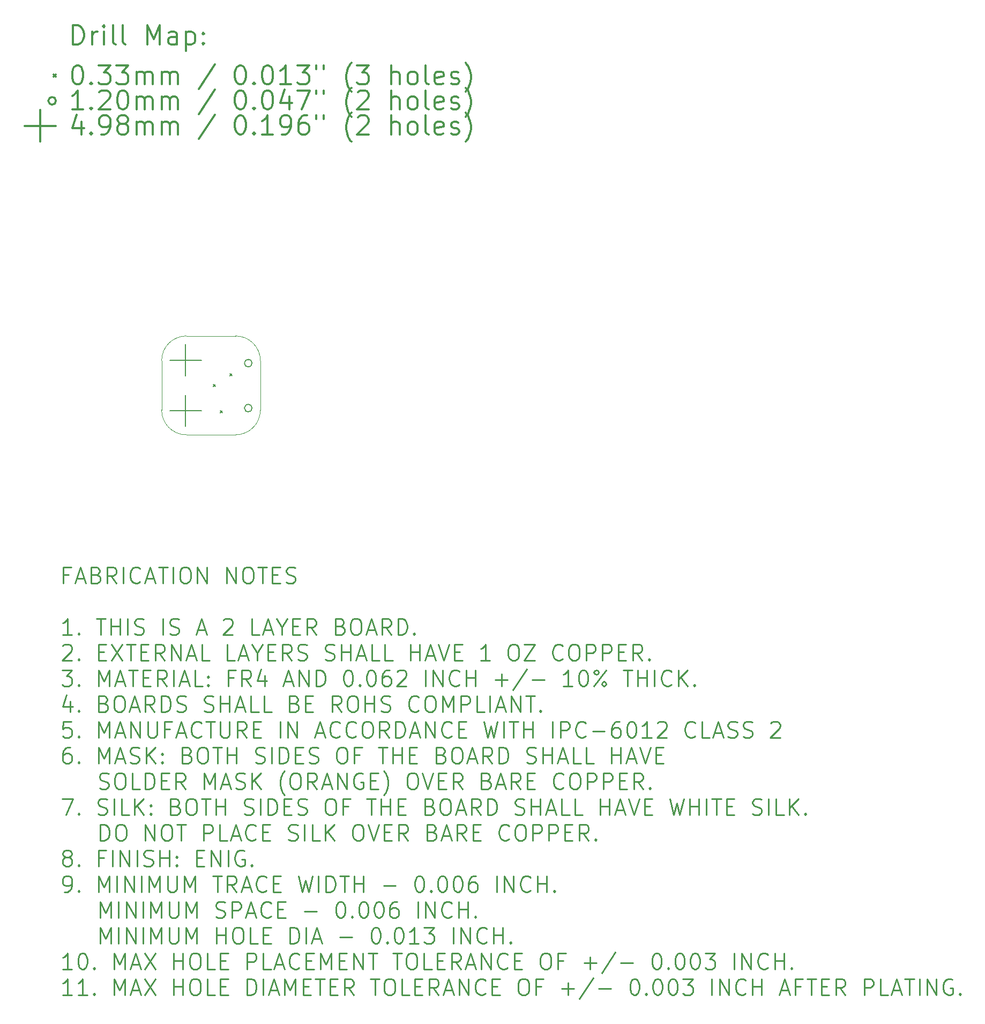
<source format=gbr>
G04 This is an RS-274x file exported by *
G04 gerbv version 2.6.0 *
G04 More information is available about gerbv at *
G04 http://gerbv.gpleda.org/ *
G04 --End of header info--*
%MOIN*%
%FSLAX34Y34*%
%IPPOS*%
G04 --Define apertures--*
%ADD10C,0.0050*%
%ADD11C,0.0079*%
%ADD12C,0.0118*%
%ADD13C,0.0138*%
%ADD14C,0.0016*%
%ADD15C,0.0100*%
G04 --Start main section--*
G54D11*
G01X0009777Y-022971D02*
G01X0009907Y-023101D01*
G01X0009907Y-022971D02*
G01X0009777Y-023101D01*
G01X0010213Y-024593D02*
G01X0010343Y-024723D01*
G01X0010343Y-024593D02*
G01X0010213Y-024723D01*
G01X0010837Y-022295D02*
G01X0010967Y-022425D01*
G01X0010967Y-022295D02*
G01X0010837Y-022425D01*
G01X0012199Y-021647D02*
G75*
G03X0012199Y-021647I-000236J0000000D01*
G01X0012199Y-024442D02*
G75*
G03X0012199Y-024442I-000236J0000000D01*
G01X0008070Y-020474D02*
G01X0008070Y-022435D01*
G01X0007090Y-021454D02*
G01X0009050Y-021454D01*
G01X0008070Y-023624D02*
G01X0008070Y-025584D01*
G01X0007090Y-024604D02*
G01X0009050Y-024604D01*
G54D12*
G01X0001069Y-001834D02*
G01X0001069Y-000652D01*
G01X0001069Y-000652D02*
G01X0001350Y-000652D01*
G01X0001350Y-000652D02*
G01X0001519Y-000709D01*
G01X0001519Y-000709D02*
G01X0001631Y-000821D01*
G01X0001631Y-000821D02*
G01X0001687Y-000934D01*
G01X0001687Y-000934D02*
G01X0001744Y-001159D01*
G01X0001744Y-001159D02*
G01X0001744Y-001327D01*
G01X0001744Y-001327D02*
G01X0001687Y-001552D01*
G01X0001687Y-001552D02*
G01X0001631Y-001665D01*
G01X0001631Y-001665D02*
G01X0001519Y-001777D01*
G01X0001519Y-001777D02*
G01X0001350Y-001834D01*
G01X0001350Y-001834D02*
G01X0001069Y-001834D01*
G01X0002250Y-001834D02*
G01X0002250Y-001046D01*
G01X0002250Y-001271D02*
G01X0002306Y-001159D01*
G01X0002306Y-001159D02*
G01X0002362Y-001102D01*
G01X0002362Y-001102D02*
G01X0002475Y-001046D01*
G01X0002475Y-001046D02*
G01X0002587Y-001046D01*
G01X0002981Y-001834D02*
G01X0002981Y-001046D01*
G01X0002981Y-000652D02*
G01X0002925Y-000709D01*
G01X0002925Y-000709D02*
G01X0002981Y-000765D01*
G01X0002981Y-000765D02*
G01X0003037Y-000709D01*
G01X0003037Y-000709D02*
G01X0002981Y-000652D01*
G01X0002981Y-000652D02*
G01X0002981Y-000765D01*
G01X0003712Y-001834D02*
G01X0003600Y-001777D01*
G01X0003600Y-001777D02*
G01X0003543Y-001665D01*
G01X0003543Y-001665D02*
G01X0003543Y-000652D01*
G01X0004331Y-001834D02*
G01X0004218Y-001777D01*
G01X0004218Y-001777D02*
G01X0004162Y-001665D01*
G01X0004162Y-001665D02*
G01X0004162Y-000652D01*
G01X0005681Y-001834D02*
G01X0005681Y-000652D01*
G01X0005681Y-000652D02*
G01X0006074Y-001496D01*
G01X0006074Y-001496D02*
G01X0006468Y-000652D01*
G01X0006468Y-000652D02*
G01X0006468Y-001834D01*
G01X0007537Y-001834D02*
G01X0007537Y-001215D01*
G01X0007537Y-001215D02*
G01X0007480Y-001102D01*
G01X0007480Y-001102D02*
G01X0007368Y-001046D01*
G01X0007368Y-001046D02*
G01X0007143Y-001046D01*
G01X0007143Y-001046D02*
G01X0007030Y-001102D01*
G01X0007537Y-001777D02*
G01X0007424Y-001834D01*
G01X0007424Y-001834D02*
G01X0007143Y-001834D01*
G01X0007143Y-001834D02*
G01X0007030Y-001777D01*
G01X0007030Y-001777D02*
G01X0006974Y-001665D01*
G01X0006974Y-001665D02*
G01X0006974Y-001552D01*
G01X0006974Y-001552D02*
G01X0007030Y-001440D01*
G01X0007030Y-001440D02*
G01X0007143Y-001384D01*
G01X0007143Y-001384D02*
G01X0007424Y-001384D01*
G01X0007424Y-001384D02*
G01X0007537Y-001327D01*
G01X0008099Y-001046D02*
G01X0008099Y-002227D01*
G01X0008099Y-001102D02*
G01X0008211Y-001046D01*
G01X0008211Y-001046D02*
G01X0008436Y-001046D01*
G01X0008436Y-001046D02*
G01X0008549Y-001102D01*
G01X0008549Y-001102D02*
G01X0008605Y-001159D01*
G01X0008605Y-001159D02*
G01X0008661Y-001271D01*
G01X0008661Y-001271D02*
G01X0008661Y-001609D01*
G01X0008661Y-001609D02*
G01X0008605Y-001721D01*
G01X0008605Y-001721D02*
G01X0008549Y-001777D01*
G01X0008549Y-001777D02*
G01X0008436Y-001834D01*
G01X0008436Y-001834D02*
G01X0008211Y-001834D01*
G01X0008211Y-001834D02*
G01X0008099Y-001777D01*
G01X0009168Y-001721D02*
G01X0009224Y-001777D01*
G01X0009224Y-001777D02*
G01X0009168Y-001834D01*
G01X0009168Y-001834D02*
G01X0009111Y-001777D01*
G01X0009111Y-001777D02*
G01X0009168Y-001721D01*
G01X0009168Y-001721D02*
G01X0009168Y-001834D01*
G01X0009168Y-001102D02*
G01X0009224Y-001159D01*
G01X0009224Y-001159D02*
G01X0009168Y-001215D01*
G01X0009168Y-001215D02*
G01X0009111Y-001159D01*
G01X0009111Y-001159D02*
G01X0009168Y-001102D01*
G01X0009168Y-001102D02*
G01X0009168Y-001215D01*
G01X-000130Y-003715D02*
G01X0000000Y-003845D01*
G01X0000000Y-003715D02*
G01X-000130Y-003845D01*
G01X0001294Y-003133D02*
G01X0001406Y-003133D01*
G01X0001406Y-003133D02*
G01X0001519Y-003189D01*
G01X0001519Y-003189D02*
G01X0001575Y-003245D01*
G01X0001575Y-003245D02*
G01X0001631Y-003358D01*
G01X0001631Y-003358D02*
G01X0001687Y-003583D01*
G01X0001687Y-003583D02*
G01X0001687Y-003864D01*
G01X0001687Y-003864D02*
G01X0001631Y-004089D01*
G01X0001631Y-004089D02*
G01X0001575Y-004201D01*
G01X0001575Y-004201D02*
G01X0001519Y-004258D01*
G01X0001519Y-004258D02*
G01X0001406Y-004314D01*
G01X0001406Y-004314D02*
G01X0001294Y-004314D01*
G01X0001294Y-004314D02*
G01X0001181Y-004258D01*
G01X0001181Y-004258D02*
G01X0001125Y-004201D01*
G01X0001125Y-004201D02*
G01X0001069Y-004089D01*
G01X0001069Y-004089D02*
G01X0001012Y-003864D01*
G01X0001012Y-003864D02*
G01X0001012Y-003583D01*
G01X0001012Y-003583D02*
G01X0001069Y-003358D01*
G01X0001069Y-003358D02*
G01X0001125Y-003245D01*
G01X0001125Y-003245D02*
G01X0001181Y-003189D01*
G01X0001181Y-003189D02*
G01X0001294Y-003133D01*
G01X0002193Y-004201D02*
G01X0002250Y-004258D01*
G01X0002250Y-004258D02*
G01X0002193Y-004314D01*
G01X0002193Y-004314D02*
G01X0002137Y-004258D01*
G01X0002137Y-004258D02*
G01X0002193Y-004201D01*
G01X0002193Y-004201D02*
G01X0002193Y-004314D01*
G01X0002643Y-003133D02*
G01X0003375Y-003133D01*
G01X0003375Y-003133D02*
G01X0002981Y-003583D01*
G01X0002981Y-003583D02*
G01X0003150Y-003583D01*
G01X0003150Y-003583D02*
G01X0003262Y-003639D01*
G01X0003262Y-003639D02*
G01X0003318Y-003695D01*
G01X0003318Y-003695D02*
G01X0003375Y-003808D01*
G01X0003375Y-003808D02*
G01X0003375Y-004089D01*
G01X0003375Y-004089D02*
G01X0003318Y-004201D01*
G01X0003318Y-004201D02*
G01X0003262Y-004258D01*
G01X0003262Y-004258D02*
G01X0003150Y-004314D01*
G01X0003150Y-004314D02*
G01X0002812Y-004314D01*
G01X0002812Y-004314D02*
G01X0002700Y-004258D01*
G01X0002700Y-004258D02*
G01X0002643Y-004201D01*
G01X0003768Y-003133D02*
G01X0004499Y-003133D01*
G01X0004499Y-003133D02*
G01X0004106Y-003583D01*
G01X0004106Y-003583D02*
G01X0004274Y-003583D01*
G01X0004274Y-003583D02*
G01X0004387Y-003639D01*
G01X0004387Y-003639D02*
G01X0004443Y-003695D01*
G01X0004443Y-003695D02*
G01X0004499Y-003808D01*
G01X0004499Y-003808D02*
G01X0004499Y-004089D01*
G01X0004499Y-004089D02*
G01X0004443Y-004201D01*
G01X0004443Y-004201D02*
G01X0004387Y-004258D01*
G01X0004387Y-004258D02*
G01X0004274Y-004314D01*
G01X0004274Y-004314D02*
G01X0003937Y-004314D01*
G01X0003937Y-004314D02*
G01X0003825Y-004258D01*
G01X0003825Y-004258D02*
G01X0003768Y-004201D01*
G01X0005006Y-004314D02*
G01X0005006Y-003526D01*
G01X0005006Y-003639D02*
G01X0005062Y-003583D01*
G01X0005062Y-003583D02*
G01X0005174Y-003526D01*
G01X0005174Y-003526D02*
G01X0005343Y-003526D01*
G01X0005343Y-003526D02*
G01X0005456Y-003583D01*
G01X0005456Y-003583D02*
G01X0005512Y-003695D01*
G01X0005512Y-003695D02*
G01X0005512Y-004314D01*
G01X0005512Y-003695D02*
G01X0005568Y-003583D01*
G01X0005568Y-003583D02*
G01X0005681Y-003526D01*
G01X0005681Y-003526D02*
G01X0005849Y-003526D01*
G01X0005849Y-003526D02*
G01X0005962Y-003583D01*
G01X0005962Y-003583D02*
G01X0006018Y-003695D01*
G01X0006018Y-003695D02*
G01X0006018Y-004314D01*
G01X0006580Y-004314D02*
G01X0006580Y-003526D01*
G01X0006580Y-003639D02*
G01X0006637Y-003583D01*
G01X0006637Y-003583D02*
G01X0006749Y-003526D01*
G01X0006749Y-003526D02*
G01X0006918Y-003526D01*
G01X0006918Y-003526D02*
G01X0007030Y-003583D01*
G01X0007030Y-003583D02*
G01X0007087Y-003695D01*
G01X0007087Y-003695D02*
G01X0007087Y-004314D01*
G01X0007087Y-003695D02*
G01X0007143Y-003583D01*
G01X0007143Y-003583D02*
G01X0007255Y-003526D01*
G01X0007255Y-003526D02*
G01X0007424Y-003526D01*
G01X0007424Y-003526D02*
G01X0007537Y-003583D01*
G01X0007537Y-003583D02*
G01X0007593Y-003695D01*
G01X0007593Y-003695D02*
G01X0007593Y-004314D01*
G01X0009899Y-003076D02*
G01X0008886Y-004595D01*
G01X0011417Y-003133D02*
G01X0011530Y-003133D01*
G01X0011530Y-003133D02*
G01X0011642Y-003189D01*
G01X0011642Y-003189D02*
G01X0011699Y-003245D01*
G01X0011699Y-003245D02*
G01X0011755Y-003358D01*
G01X0011755Y-003358D02*
G01X0011811Y-003583D01*
G01X0011811Y-003583D02*
G01X0011811Y-003864D01*
G01X0011811Y-003864D02*
G01X0011755Y-004089D01*
G01X0011755Y-004089D02*
G01X0011699Y-004201D01*
G01X0011699Y-004201D02*
G01X0011642Y-004258D01*
G01X0011642Y-004258D02*
G01X0011530Y-004314D01*
G01X0011530Y-004314D02*
G01X0011417Y-004314D01*
G01X0011417Y-004314D02*
G01X0011305Y-004258D01*
G01X0011305Y-004258D02*
G01X0011249Y-004201D01*
G01X0011249Y-004201D02*
G01X0011192Y-004089D01*
G01X0011192Y-004089D02*
G01X0011136Y-003864D01*
G01X0011136Y-003864D02*
G01X0011136Y-003583D01*
G01X0011136Y-003583D02*
G01X0011192Y-003358D01*
G01X0011192Y-003358D02*
G01X0011249Y-003245D01*
G01X0011249Y-003245D02*
G01X0011305Y-003189D01*
G01X0011305Y-003189D02*
G01X0011417Y-003133D01*
G01X0012317Y-004201D02*
G01X0012373Y-004258D01*
G01X0012373Y-004258D02*
G01X0012317Y-004314D01*
G01X0012317Y-004314D02*
G01X0012261Y-004258D01*
G01X0012261Y-004258D02*
G01X0012317Y-004201D01*
G01X0012317Y-004201D02*
G01X0012317Y-004314D01*
G01X0013105Y-003133D02*
G01X0013217Y-003133D01*
G01X0013217Y-003133D02*
G01X0013330Y-003189D01*
G01X0013330Y-003189D02*
G01X0013386Y-003245D01*
G01X0013386Y-003245D02*
G01X0013442Y-003358D01*
G01X0013442Y-003358D02*
G01X0013498Y-003583D01*
G01X0013498Y-003583D02*
G01X0013498Y-003864D01*
G01X0013498Y-003864D02*
G01X0013442Y-004089D01*
G01X0013442Y-004089D02*
G01X0013386Y-004201D01*
G01X0013386Y-004201D02*
G01X0013330Y-004258D01*
G01X0013330Y-004258D02*
G01X0013217Y-004314D01*
G01X0013217Y-004314D02*
G01X0013105Y-004314D01*
G01X0013105Y-004314D02*
G01X0012992Y-004258D01*
G01X0012992Y-004258D02*
G01X0012936Y-004201D01*
G01X0012936Y-004201D02*
G01X0012880Y-004089D01*
G01X0012880Y-004089D02*
G01X0012823Y-003864D01*
G01X0012823Y-003864D02*
G01X0012823Y-003583D01*
G01X0012823Y-003583D02*
G01X0012880Y-003358D01*
G01X0012880Y-003358D02*
G01X0012936Y-003245D01*
G01X0012936Y-003245D02*
G01X0012992Y-003189D01*
G01X0012992Y-003189D02*
G01X0013105Y-003133D01*
G01X0014623Y-004314D02*
G01X0013948Y-004314D01*
G01X0014286Y-004314D02*
G01X0014286Y-003133D01*
G01X0014286Y-003133D02*
G01X0014173Y-003301D01*
G01X0014173Y-003301D02*
G01X0014061Y-003414D01*
G01X0014061Y-003414D02*
G01X0013948Y-003470D01*
G01X0015017Y-003133D02*
G01X0015748Y-003133D01*
G01X0015748Y-003133D02*
G01X0015354Y-003583D01*
G01X0015354Y-003583D02*
G01X0015523Y-003583D01*
G01X0015523Y-003583D02*
G01X0015636Y-003639D01*
G01X0015636Y-003639D02*
G01X0015692Y-003695D01*
G01X0015692Y-003695D02*
G01X0015748Y-003808D01*
G01X0015748Y-003808D02*
G01X0015748Y-004089D01*
G01X0015748Y-004089D02*
G01X0015692Y-004201D01*
G01X0015692Y-004201D02*
G01X0015636Y-004258D01*
G01X0015636Y-004258D02*
G01X0015523Y-004314D01*
G01X0015523Y-004314D02*
G01X0015186Y-004314D01*
G01X0015186Y-004314D02*
G01X0015073Y-004258D01*
G01X0015073Y-004258D02*
G01X0015017Y-004201D01*
G01X0016198Y-003133D02*
G01X0016198Y-003358D01*
G01X0016648Y-003133D02*
G01X0016648Y-003358D01*
G01X0018391Y-004764D02*
G01X0018335Y-004708D01*
G01X0018335Y-004708D02*
G01X0018223Y-004539D01*
G01X0018223Y-004539D02*
G01X0018166Y-004426D01*
G01X0018166Y-004426D02*
G01X0018110Y-004258D01*
G01X0018110Y-004258D02*
G01X0018054Y-003976D01*
G01X0018054Y-003976D02*
G01X0018054Y-003751D01*
G01X0018054Y-003751D02*
G01X0018110Y-003470D01*
G01X0018110Y-003470D02*
G01X0018166Y-003301D01*
G01X0018166Y-003301D02*
G01X0018223Y-003189D01*
G01X0018223Y-003189D02*
G01X0018335Y-003020D01*
G01X0018335Y-003020D02*
G01X0018391Y-002964D01*
G01X0018729Y-003133D02*
G01X0019460Y-003133D01*
G01X0019460Y-003133D02*
G01X0019066Y-003583D01*
G01X0019066Y-003583D02*
G01X0019235Y-003583D01*
G01X0019235Y-003583D02*
G01X0019348Y-003639D01*
G01X0019348Y-003639D02*
G01X0019404Y-003695D01*
G01X0019404Y-003695D02*
G01X0019460Y-003808D01*
G01X0019460Y-003808D02*
G01X0019460Y-004089D01*
G01X0019460Y-004089D02*
G01X0019404Y-004201D01*
G01X0019404Y-004201D02*
G01X0019348Y-004258D01*
G01X0019348Y-004258D02*
G01X0019235Y-004314D01*
G01X0019235Y-004314D02*
G01X0018898Y-004314D01*
G01X0018898Y-004314D02*
G01X0018785Y-004258D01*
G01X0018785Y-004258D02*
G01X0018729Y-004201D01*
G01X0020866Y-004314D02*
G01X0020866Y-003133D01*
G01X0021372Y-004314D02*
G01X0021372Y-003695D01*
G01X0021372Y-003695D02*
G01X0021316Y-003583D01*
G01X0021316Y-003583D02*
G01X0021204Y-003526D01*
G01X0021204Y-003526D02*
G01X0021035Y-003526D01*
G01X0021035Y-003526D02*
G01X0020922Y-003583D01*
G01X0020922Y-003583D02*
G01X0020866Y-003639D01*
G01X0022103Y-004314D02*
G01X0021991Y-004258D01*
G01X0021991Y-004258D02*
G01X0021935Y-004201D01*
G01X0021935Y-004201D02*
G01X0021879Y-004089D01*
G01X0021879Y-004089D02*
G01X0021879Y-003751D01*
G01X0021879Y-003751D02*
G01X0021935Y-003639D01*
G01X0021935Y-003639D02*
G01X0021991Y-003583D01*
G01X0021991Y-003583D02*
G01X0022103Y-003526D01*
G01X0022103Y-003526D02*
G01X0022272Y-003526D01*
G01X0022272Y-003526D02*
G01X0022385Y-003583D01*
G01X0022385Y-003583D02*
G01X0022441Y-003639D01*
G01X0022441Y-003639D02*
G01X0022497Y-003751D01*
G01X0022497Y-003751D02*
G01X0022497Y-004089D01*
G01X0022497Y-004089D02*
G01X0022441Y-004201D01*
G01X0022441Y-004201D02*
G01X0022385Y-004258D01*
G01X0022385Y-004258D02*
G01X0022272Y-004314D01*
G01X0022272Y-004314D02*
G01X0022103Y-004314D01*
G01X0023172Y-004314D02*
G01X0023060Y-004258D01*
G01X0023060Y-004258D02*
G01X0023003Y-004145D01*
G01X0023003Y-004145D02*
G01X0023003Y-003133D01*
G01X0024072Y-004258D02*
G01X0023960Y-004314D01*
G01X0023960Y-004314D02*
G01X0023735Y-004314D01*
G01X0023735Y-004314D02*
G01X0023622Y-004258D01*
G01X0023622Y-004258D02*
G01X0023566Y-004145D01*
G01X0023566Y-004145D02*
G01X0023566Y-003695D01*
G01X0023566Y-003695D02*
G01X0023622Y-003583D01*
G01X0023622Y-003583D02*
G01X0023735Y-003526D01*
G01X0023735Y-003526D02*
G01X0023960Y-003526D01*
G01X0023960Y-003526D02*
G01X0024072Y-003583D01*
G01X0024072Y-003583D02*
G01X0024128Y-003695D01*
G01X0024128Y-003695D02*
G01X0024128Y-003808D01*
G01X0024128Y-003808D02*
G01X0023566Y-003920D01*
G01X0024578Y-004258D02*
G01X0024691Y-004314D01*
G01X0024691Y-004314D02*
G01X0024916Y-004314D01*
G01X0024916Y-004314D02*
G01X0025028Y-004258D01*
G01X0025028Y-004258D02*
G01X0025084Y-004145D01*
G01X0025084Y-004145D02*
G01X0025084Y-004089D01*
G01X0025084Y-004089D02*
G01X0025028Y-003976D01*
G01X0025028Y-003976D02*
G01X0024916Y-003920D01*
G01X0024916Y-003920D02*
G01X0024747Y-003920D01*
G01X0024747Y-003920D02*
G01X0024634Y-003864D01*
G01X0024634Y-003864D02*
G01X0024578Y-003751D01*
G01X0024578Y-003751D02*
G01X0024578Y-003695D01*
G01X0024578Y-003695D02*
G01X0024634Y-003583D01*
G01X0024634Y-003583D02*
G01X0024747Y-003526D01*
G01X0024747Y-003526D02*
G01X0024916Y-003526D01*
G01X0024916Y-003526D02*
G01X0025028Y-003583D01*
G01X0025478Y-004764D02*
G01X0025534Y-004708D01*
G01X0025534Y-004708D02*
G01X0025647Y-004539D01*
G01X0025647Y-004539D02*
G01X0025703Y-004426D01*
G01X0025703Y-004426D02*
G01X0025759Y-004258D01*
G01X0025759Y-004258D02*
G01X0025816Y-003976D01*
G01X0025816Y-003976D02*
G01X0025816Y-003751D01*
G01X0025816Y-003751D02*
G01X0025759Y-003470D01*
G01X0025759Y-003470D02*
G01X0025703Y-003301D01*
G01X0025703Y-003301D02*
G01X0025647Y-003189D01*
G01X0025647Y-003189D02*
G01X0025534Y-003020D01*
G01X0025534Y-003020D02*
G01X0025478Y-002964D01*
G01X0000000Y-005339D02*
G75*
G03X0000000Y-005339I-000236J0000000D01*
G01X0001687Y-005873D02*
G01X0001012Y-005873D01*
G01X0001350Y-005873D02*
G01X0001350Y-004692D01*
G01X0001350Y-004692D02*
G01X0001237Y-004861D01*
G01X0001237Y-004861D02*
G01X0001125Y-004973D01*
G01X0001125Y-004973D02*
G01X0001012Y-005029D01*
G01X0002193Y-005760D02*
G01X0002250Y-005817D01*
G01X0002250Y-005817D02*
G01X0002193Y-005873D01*
G01X0002193Y-005873D02*
G01X0002137Y-005817D01*
G01X0002137Y-005817D02*
G01X0002193Y-005760D01*
G01X0002193Y-005760D02*
G01X0002193Y-005873D01*
G01X0002700Y-004804D02*
G01X0002756Y-004748D01*
G01X0002756Y-004748D02*
G01X0002868Y-004692D01*
G01X0002868Y-004692D02*
G01X0003150Y-004692D01*
G01X0003150Y-004692D02*
G01X0003262Y-004748D01*
G01X0003262Y-004748D02*
G01X0003318Y-004804D01*
G01X0003318Y-004804D02*
G01X0003375Y-004917D01*
G01X0003375Y-004917D02*
G01X0003375Y-005029D01*
G01X0003375Y-005029D02*
G01X0003318Y-005198D01*
G01X0003318Y-005198D02*
G01X0002643Y-005873D01*
G01X0002643Y-005873D02*
G01X0003375Y-005873D01*
G01X0004106Y-004692D02*
G01X0004218Y-004692D01*
G01X0004218Y-004692D02*
G01X0004331Y-004748D01*
G01X0004331Y-004748D02*
G01X0004387Y-004804D01*
G01X0004387Y-004804D02*
G01X0004443Y-004917D01*
G01X0004443Y-004917D02*
G01X0004499Y-005142D01*
G01X0004499Y-005142D02*
G01X0004499Y-005423D01*
G01X0004499Y-005423D02*
G01X0004443Y-005648D01*
G01X0004443Y-005648D02*
G01X0004387Y-005760D01*
G01X0004387Y-005760D02*
G01X0004331Y-005817D01*
G01X0004331Y-005817D02*
G01X0004218Y-005873D01*
G01X0004218Y-005873D02*
G01X0004106Y-005873D01*
G01X0004106Y-005873D02*
G01X0003993Y-005817D01*
G01X0003993Y-005817D02*
G01X0003937Y-005760D01*
G01X0003937Y-005760D02*
G01X0003881Y-005648D01*
G01X0003881Y-005648D02*
G01X0003825Y-005423D01*
G01X0003825Y-005423D02*
G01X0003825Y-005142D01*
G01X0003825Y-005142D02*
G01X0003881Y-004917D01*
G01X0003881Y-004917D02*
G01X0003937Y-004804D01*
G01X0003937Y-004804D02*
G01X0003993Y-004748D01*
G01X0003993Y-004748D02*
G01X0004106Y-004692D01*
G01X0005006Y-005873D02*
G01X0005006Y-005085D01*
G01X0005006Y-005198D02*
G01X0005062Y-005142D01*
G01X0005062Y-005142D02*
G01X0005174Y-005085D01*
G01X0005174Y-005085D02*
G01X0005343Y-005085D01*
G01X0005343Y-005085D02*
G01X0005456Y-005142D01*
G01X0005456Y-005142D02*
G01X0005512Y-005254D01*
G01X0005512Y-005254D02*
G01X0005512Y-005873D01*
G01X0005512Y-005254D02*
G01X0005568Y-005142D01*
G01X0005568Y-005142D02*
G01X0005681Y-005085D01*
G01X0005681Y-005085D02*
G01X0005849Y-005085D01*
G01X0005849Y-005085D02*
G01X0005962Y-005142D01*
G01X0005962Y-005142D02*
G01X0006018Y-005254D01*
G01X0006018Y-005254D02*
G01X0006018Y-005873D01*
G01X0006580Y-005873D02*
G01X0006580Y-005085D01*
G01X0006580Y-005198D02*
G01X0006637Y-005142D01*
G01X0006637Y-005142D02*
G01X0006749Y-005085D01*
G01X0006749Y-005085D02*
G01X0006918Y-005085D01*
G01X0006918Y-005085D02*
G01X0007030Y-005142D01*
G01X0007030Y-005142D02*
G01X0007087Y-005254D01*
G01X0007087Y-005254D02*
G01X0007087Y-005873D01*
G01X0007087Y-005254D02*
G01X0007143Y-005142D01*
G01X0007143Y-005142D02*
G01X0007255Y-005085D01*
G01X0007255Y-005085D02*
G01X0007424Y-005085D01*
G01X0007424Y-005085D02*
G01X0007537Y-005142D01*
G01X0007537Y-005142D02*
G01X0007593Y-005254D01*
G01X0007593Y-005254D02*
G01X0007593Y-005873D01*
G01X0009899Y-004636D02*
G01X0008886Y-006154D01*
G01X0011417Y-004692D02*
G01X0011530Y-004692D01*
G01X0011530Y-004692D02*
G01X0011642Y-004748D01*
G01X0011642Y-004748D02*
G01X0011699Y-004804D01*
G01X0011699Y-004804D02*
G01X0011755Y-004917D01*
G01X0011755Y-004917D02*
G01X0011811Y-005142D01*
G01X0011811Y-005142D02*
G01X0011811Y-005423D01*
G01X0011811Y-005423D02*
G01X0011755Y-005648D01*
G01X0011755Y-005648D02*
G01X0011699Y-005760D01*
G01X0011699Y-005760D02*
G01X0011642Y-005817D01*
G01X0011642Y-005817D02*
G01X0011530Y-005873D01*
G01X0011530Y-005873D02*
G01X0011417Y-005873D01*
G01X0011417Y-005873D02*
G01X0011305Y-005817D01*
G01X0011305Y-005817D02*
G01X0011249Y-005760D01*
G01X0011249Y-005760D02*
G01X0011192Y-005648D01*
G01X0011192Y-005648D02*
G01X0011136Y-005423D01*
G01X0011136Y-005423D02*
G01X0011136Y-005142D01*
G01X0011136Y-005142D02*
G01X0011192Y-004917D01*
G01X0011192Y-004917D02*
G01X0011249Y-004804D01*
G01X0011249Y-004804D02*
G01X0011305Y-004748D01*
G01X0011305Y-004748D02*
G01X0011417Y-004692D01*
G01X0012317Y-005760D02*
G01X0012373Y-005817D01*
G01X0012373Y-005817D02*
G01X0012317Y-005873D01*
G01X0012317Y-005873D02*
G01X0012261Y-005817D01*
G01X0012261Y-005817D02*
G01X0012317Y-005760D01*
G01X0012317Y-005760D02*
G01X0012317Y-005873D01*
G01X0013105Y-004692D02*
G01X0013217Y-004692D01*
G01X0013217Y-004692D02*
G01X0013330Y-004748D01*
G01X0013330Y-004748D02*
G01X0013386Y-004804D01*
G01X0013386Y-004804D02*
G01X0013442Y-004917D01*
G01X0013442Y-004917D02*
G01X0013498Y-005142D01*
G01X0013498Y-005142D02*
G01X0013498Y-005423D01*
G01X0013498Y-005423D02*
G01X0013442Y-005648D01*
G01X0013442Y-005648D02*
G01X0013386Y-005760D01*
G01X0013386Y-005760D02*
G01X0013330Y-005817D01*
G01X0013330Y-005817D02*
G01X0013217Y-005873D01*
G01X0013217Y-005873D02*
G01X0013105Y-005873D01*
G01X0013105Y-005873D02*
G01X0012992Y-005817D01*
G01X0012992Y-005817D02*
G01X0012936Y-005760D01*
G01X0012936Y-005760D02*
G01X0012880Y-005648D01*
G01X0012880Y-005648D02*
G01X0012823Y-005423D01*
G01X0012823Y-005423D02*
G01X0012823Y-005142D01*
G01X0012823Y-005142D02*
G01X0012880Y-004917D01*
G01X0012880Y-004917D02*
G01X0012936Y-004804D01*
G01X0012936Y-004804D02*
G01X0012992Y-004748D01*
G01X0012992Y-004748D02*
G01X0013105Y-004692D01*
G01X0014511Y-005085D02*
G01X0014511Y-005873D01*
G01X0014229Y-004636D02*
G01X0013948Y-005479D01*
G01X0013948Y-005479D02*
G01X0014679Y-005479D01*
G01X0015017Y-004692D02*
G01X0015804Y-004692D01*
G01X0015804Y-004692D02*
G01X0015298Y-005873D01*
G01X0016198Y-004692D02*
G01X0016198Y-004917D01*
G01X0016648Y-004692D02*
G01X0016648Y-004917D01*
G01X0018391Y-006323D02*
G01X0018335Y-006267D01*
G01X0018335Y-006267D02*
G01X0018223Y-006098D01*
G01X0018223Y-006098D02*
G01X0018166Y-005985D01*
G01X0018166Y-005985D02*
G01X0018110Y-005817D01*
G01X0018110Y-005817D02*
G01X0018054Y-005535D01*
G01X0018054Y-005535D02*
G01X0018054Y-005310D01*
G01X0018054Y-005310D02*
G01X0018110Y-005029D01*
G01X0018110Y-005029D02*
G01X0018166Y-004861D01*
G01X0018166Y-004861D02*
G01X0018223Y-004748D01*
G01X0018223Y-004748D02*
G01X0018335Y-004579D01*
G01X0018335Y-004579D02*
G01X0018391Y-004523D01*
G01X0018785Y-004804D02*
G01X0018841Y-004748D01*
G01X0018841Y-004748D02*
G01X0018954Y-004692D01*
G01X0018954Y-004692D02*
G01X0019235Y-004692D01*
G01X0019235Y-004692D02*
G01X0019348Y-004748D01*
G01X0019348Y-004748D02*
G01X0019404Y-004804D01*
G01X0019404Y-004804D02*
G01X0019460Y-004917D01*
G01X0019460Y-004917D02*
G01X0019460Y-005029D01*
G01X0019460Y-005029D02*
G01X0019404Y-005198D01*
G01X0019404Y-005198D02*
G01X0018729Y-005873D01*
G01X0018729Y-005873D02*
G01X0019460Y-005873D01*
G01X0020866Y-005873D02*
G01X0020866Y-004692D01*
G01X0021372Y-005873D02*
G01X0021372Y-005254D01*
G01X0021372Y-005254D02*
G01X0021316Y-005142D01*
G01X0021316Y-005142D02*
G01X0021204Y-005085D01*
G01X0021204Y-005085D02*
G01X0021035Y-005085D01*
G01X0021035Y-005085D02*
G01X0020922Y-005142D01*
G01X0020922Y-005142D02*
G01X0020866Y-005198D01*
G01X0022103Y-005873D02*
G01X0021991Y-005817D01*
G01X0021991Y-005817D02*
G01X0021935Y-005760D01*
G01X0021935Y-005760D02*
G01X0021879Y-005648D01*
G01X0021879Y-005648D02*
G01X0021879Y-005310D01*
G01X0021879Y-005310D02*
G01X0021935Y-005198D01*
G01X0021935Y-005198D02*
G01X0021991Y-005142D01*
G01X0021991Y-005142D02*
G01X0022103Y-005085D01*
G01X0022103Y-005085D02*
G01X0022272Y-005085D01*
G01X0022272Y-005085D02*
G01X0022385Y-005142D01*
G01X0022385Y-005142D02*
G01X0022441Y-005198D01*
G01X0022441Y-005198D02*
G01X0022497Y-005310D01*
G01X0022497Y-005310D02*
G01X0022497Y-005648D01*
G01X0022497Y-005648D02*
G01X0022441Y-005760D01*
G01X0022441Y-005760D02*
G01X0022385Y-005817D01*
G01X0022385Y-005817D02*
G01X0022272Y-005873D01*
G01X0022272Y-005873D02*
G01X0022103Y-005873D01*
G01X0023172Y-005873D02*
G01X0023060Y-005817D01*
G01X0023060Y-005817D02*
G01X0023003Y-005704D01*
G01X0023003Y-005704D02*
G01X0023003Y-004692D01*
G01X0024072Y-005817D02*
G01X0023960Y-005873D01*
G01X0023960Y-005873D02*
G01X0023735Y-005873D01*
G01X0023735Y-005873D02*
G01X0023622Y-005817D01*
G01X0023622Y-005817D02*
G01X0023566Y-005704D01*
G01X0023566Y-005704D02*
G01X0023566Y-005254D01*
G01X0023566Y-005254D02*
G01X0023622Y-005142D01*
G01X0023622Y-005142D02*
G01X0023735Y-005085D01*
G01X0023735Y-005085D02*
G01X0023960Y-005085D01*
G01X0023960Y-005085D02*
G01X0024072Y-005142D01*
G01X0024072Y-005142D02*
G01X0024128Y-005254D01*
G01X0024128Y-005254D02*
G01X0024128Y-005367D01*
G01X0024128Y-005367D02*
G01X0023566Y-005479D01*
G01X0024578Y-005817D02*
G01X0024691Y-005873D01*
G01X0024691Y-005873D02*
G01X0024916Y-005873D01*
G01X0024916Y-005873D02*
G01X0025028Y-005817D01*
G01X0025028Y-005817D02*
G01X0025084Y-005704D01*
G01X0025084Y-005704D02*
G01X0025084Y-005648D01*
G01X0025084Y-005648D02*
G01X0025028Y-005535D01*
G01X0025028Y-005535D02*
G01X0024916Y-005479D01*
G01X0024916Y-005479D02*
G01X0024747Y-005479D01*
G01X0024747Y-005479D02*
G01X0024634Y-005423D01*
G01X0024634Y-005423D02*
G01X0024578Y-005310D01*
G01X0024578Y-005310D02*
G01X0024578Y-005254D01*
G01X0024578Y-005254D02*
G01X0024634Y-005142D01*
G01X0024634Y-005142D02*
G01X0024747Y-005085D01*
G01X0024747Y-005085D02*
G01X0024916Y-005085D01*
G01X0024916Y-005085D02*
G01X0025028Y-005142D01*
G01X0025478Y-006323D02*
G01X0025534Y-006267D01*
G01X0025534Y-006267D02*
G01X0025647Y-006098D01*
G01X0025647Y-006098D02*
G01X0025703Y-005985D01*
G01X0025703Y-005985D02*
G01X0025759Y-005817D01*
G01X0025759Y-005817D02*
G01X0025816Y-005535D01*
G01X0025816Y-005535D02*
G01X0025816Y-005310D01*
G01X0025816Y-005310D02*
G01X0025759Y-005029D01*
G01X0025759Y-005029D02*
G01X0025703Y-004861D01*
G01X0025703Y-004861D02*
G01X0025647Y-004748D01*
G01X0025647Y-004748D02*
G01X0025534Y-004579D01*
G01X0025534Y-004579D02*
G01X0025478Y-004523D01*
G01X-000980Y-005917D02*
G01X-000980Y-007878D01*
G01X-001961Y-006898D02*
G01X0000000Y-006898D01*
G01X0001575Y-006645D02*
G01X0001575Y-007432D01*
G01X0001294Y-006195D02*
G01X0001012Y-007038D01*
G01X0001012Y-007038D02*
G01X0001744Y-007038D01*
G01X0002193Y-007319D02*
G01X0002250Y-007376D01*
G01X0002250Y-007376D02*
G01X0002193Y-007432D01*
G01X0002193Y-007432D02*
G01X0002137Y-007376D01*
G01X0002137Y-007376D02*
G01X0002193Y-007319D01*
G01X0002193Y-007319D02*
G01X0002193Y-007432D01*
G01X0002812Y-007432D02*
G01X0003037Y-007432D01*
G01X0003037Y-007432D02*
G01X0003150Y-007376D01*
G01X0003150Y-007376D02*
G01X0003206Y-007319D01*
G01X0003206Y-007319D02*
G01X0003318Y-007151D01*
G01X0003318Y-007151D02*
G01X0003375Y-006926D01*
G01X0003375Y-006926D02*
G01X0003375Y-006476D01*
G01X0003375Y-006476D02*
G01X0003318Y-006363D01*
G01X0003318Y-006363D02*
G01X0003262Y-006307D01*
G01X0003262Y-006307D02*
G01X0003150Y-006251D01*
G01X0003150Y-006251D02*
G01X0002925Y-006251D01*
G01X0002925Y-006251D02*
G01X0002812Y-006307D01*
G01X0002812Y-006307D02*
G01X0002756Y-006363D01*
G01X0002756Y-006363D02*
G01X0002700Y-006476D01*
G01X0002700Y-006476D02*
G01X0002700Y-006757D01*
G01X0002700Y-006757D02*
G01X0002756Y-006870D01*
G01X0002756Y-006870D02*
G01X0002812Y-006926D01*
G01X0002812Y-006926D02*
G01X0002925Y-006982D01*
G01X0002925Y-006982D02*
G01X0003150Y-006982D01*
G01X0003150Y-006982D02*
G01X0003262Y-006926D01*
G01X0003262Y-006926D02*
G01X0003318Y-006870D01*
G01X0003318Y-006870D02*
G01X0003375Y-006757D01*
G01X0004049Y-006757D02*
G01X0003937Y-006701D01*
G01X0003937Y-006701D02*
G01X0003881Y-006645D01*
G01X0003881Y-006645D02*
G01X0003825Y-006532D01*
G01X0003825Y-006532D02*
G01X0003825Y-006476D01*
G01X0003825Y-006476D02*
G01X0003881Y-006363D01*
G01X0003881Y-006363D02*
G01X0003937Y-006307D01*
G01X0003937Y-006307D02*
G01X0004049Y-006251D01*
G01X0004049Y-006251D02*
G01X0004274Y-006251D01*
G01X0004274Y-006251D02*
G01X0004387Y-006307D01*
G01X0004387Y-006307D02*
G01X0004443Y-006363D01*
G01X0004443Y-006363D02*
G01X0004499Y-006476D01*
G01X0004499Y-006476D02*
G01X0004499Y-006532D01*
G01X0004499Y-006532D02*
G01X0004443Y-006645D01*
G01X0004443Y-006645D02*
G01X0004387Y-006701D01*
G01X0004387Y-006701D02*
G01X0004274Y-006757D01*
G01X0004274Y-006757D02*
G01X0004049Y-006757D01*
G01X0004049Y-006757D02*
G01X0003937Y-006813D01*
G01X0003937Y-006813D02*
G01X0003881Y-006870D01*
G01X0003881Y-006870D02*
G01X0003825Y-006982D01*
G01X0003825Y-006982D02*
G01X0003825Y-007207D01*
G01X0003825Y-007207D02*
G01X0003881Y-007319D01*
G01X0003881Y-007319D02*
G01X0003937Y-007376D01*
G01X0003937Y-007376D02*
G01X0004049Y-007432D01*
G01X0004049Y-007432D02*
G01X0004274Y-007432D01*
G01X0004274Y-007432D02*
G01X0004387Y-007376D01*
G01X0004387Y-007376D02*
G01X0004443Y-007319D01*
G01X0004443Y-007319D02*
G01X0004499Y-007207D01*
G01X0004499Y-007207D02*
G01X0004499Y-006982D01*
G01X0004499Y-006982D02*
G01X0004443Y-006870D01*
G01X0004443Y-006870D02*
G01X0004387Y-006813D01*
G01X0004387Y-006813D02*
G01X0004274Y-006757D01*
G01X0005006Y-007432D02*
G01X0005006Y-006645D01*
G01X0005006Y-006757D02*
G01X0005062Y-006701D01*
G01X0005062Y-006701D02*
G01X0005174Y-006645D01*
G01X0005174Y-006645D02*
G01X0005343Y-006645D01*
G01X0005343Y-006645D02*
G01X0005456Y-006701D01*
G01X0005456Y-006701D02*
G01X0005512Y-006813D01*
G01X0005512Y-006813D02*
G01X0005512Y-007432D01*
G01X0005512Y-006813D02*
G01X0005568Y-006701D01*
G01X0005568Y-006701D02*
G01X0005681Y-006645D01*
G01X0005681Y-006645D02*
G01X0005849Y-006645D01*
G01X0005849Y-006645D02*
G01X0005962Y-006701D01*
G01X0005962Y-006701D02*
G01X0006018Y-006813D01*
G01X0006018Y-006813D02*
G01X0006018Y-007432D01*
G01X0006580Y-007432D02*
G01X0006580Y-006645D01*
G01X0006580Y-006757D02*
G01X0006637Y-006701D01*
G01X0006637Y-006701D02*
G01X0006749Y-006645D01*
G01X0006749Y-006645D02*
G01X0006918Y-006645D01*
G01X0006918Y-006645D02*
G01X0007030Y-006701D01*
G01X0007030Y-006701D02*
G01X0007087Y-006813D01*
G01X0007087Y-006813D02*
G01X0007087Y-007432D01*
G01X0007087Y-006813D02*
G01X0007143Y-006701D01*
G01X0007143Y-006701D02*
G01X0007255Y-006645D01*
G01X0007255Y-006645D02*
G01X0007424Y-006645D01*
G01X0007424Y-006645D02*
G01X0007537Y-006701D01*
G01X0007537Y-006701D02*
G01X0007593Y-006813D01*
G01X0007593Y-006813D02*
G01X0007593Y-007432D01*
G01X0009899Y-006195D02*
G01X0008886Y-007713D01*
G01X0011417Y-006251D02*
G01X0011530Y-006251D01*
G01X0011530Y-006251D02*
G01X0011642Y-006307D01*
G01X0011642Y-006307D02*
G01X0011699Y-006363D01*
G01X0011699Y-006363D02*
G01X0011755Y-006476D01*
G01X0011755Y-006476D02*
G01X0011811Y-006701D01*
G01X0011811Y-006701D02*
G01X0011811Y-006982D01*
G01X0011811Y-006982D02*
G01X0011755Y-007207D01*
G01X0011755Y-007207D02*
G01X0011699Y-007319D01*
G01X0011699Y-007319D02*
G01X0011642Y-007376D01*
G01X0011642Y-007376D02*
G01X0011530Y-007432D01*
G01X0011530Y-007432D02*
G01X0011417Y-007432D01*
G01X0011417Y-007432D02*
G01X0011305Y-007376D01*
G01X0011305Y-007376D02*
G01X0011249Y-007319D01*
G01X0011249Y-007319D02*
G01X0011192Y-007207D01*
G01X0011192Y-007207D02*
G01X0011136Y-006982D01*
G01X0011136Y-006982D02*
G01X0011136Y-006701D01*
G01X0011136Y-006701D02*
G01X0011192Y-006476D01*
G01X0011192Y-006476D02*
G01X0011249Y-006363D01*
G01X0011249Y-006363D02*
G01X0011305Y-006307D01*
G01X0011305Y-006307D02*
G01X0011417Y-006251D01*
G01X0012317Y-007319D02*
G01X0012373Y-007376D01*
G01X0012373Y-007376D02*
G01X0012317Y-007432D01*
G01X0012317Y-007432D02*
G01X0012261Y-007376D01*
G01X0012261Y-007376D02*
G01X0012317Y-007319D01*
G01X0012317Y-007319D02*
G01X0012317Y-007432D01*
G01X0013498Y-007432D02*
G01X0012823Y-007432D01*
G01X0013161Y-007432D02*
G01X0013161Y-006251D01*
G01X0013161Y-006251D02*
G01X0013048Y-006420D01*
G01X0013048Y-006420D02*
G01X0012936Y-006532D01*
G01X0012936Y-006532D02*
G01X0012823Y-006588D01*
G01X0014061Y-007432D02*
G01X0014286Y-007432D01*
G01X0014286Y-007432D02*
G01X0014398Y-007376D01*
G01X0014398Y-007376D02*
G01X0014454Y-007319D01*
G01X0014454Y-007319D02*
G01X0014567Y-007151D01*
G01X0014567Y-007151D02*
G01X0014623Y-006926D01*
G01X0014623Y-006926D02*
G01X0014623Y-006476D01*
G01X0014623Y-006476D02*
G01X0014567Y-006363D01*
G01X0014567Y-006363D02*
G01X0014511Y-006307D01*
G01X0014511Y-006307D02*
G01X0014398Y-006251D01*
G01X0014398Y-006251D02*
G01X0014173Y-006251D01*
G01X0014173Y-006251D02*
G01X0014061Y-006307D01*
G01X0014061Y-006307D02*
G01X0014005Y-006363D01*
G01X0014005Y-006363D02*
G01X0013948Y-006476D01*
G01X0013948Y-006476D02*
G01X0013948Y-006757D01*
G01X0013948Y-006757D02*
G01X0014005Y-006870D01*
G01X0014005Y-006870D02*
G01X0014061Y-006926D01*
G01X0014061Y-006926D02*
G01X0014173Y-006982D01*
G01X0014173Y-006982D02*
G01X0014398Y-006982D01*
G01X0014398Y-006982D02*
G01X0014511Y-006926D01*
G01X0014511Y-006926D02*
G01X0014567Y-006870D01*
G01X0014567Y-006870D02*
G01X0014623Y-006757D01*
G01X0015636Y-006251D02*
G01X0015411Y-006251D01*
G01X0015411Y-006251D02*
G01X0015298Y-006307D01*
G01X0015298Y-006307D02*
G01X0015242Y-006363D01*
G01X0015242Y-006363D02*
G01X0015129Y-006532D01*
G01X0015129Y-006532D02*
G01X0015073Y-006757D01*
G01X0015073Y-006757D02*
G01X0015073Y-007207D01*
G01X0015073Y-007207D02*
G01X0015129Y-007319D01*
G01X0015129Y-007319D02*
G01X0015186Y-007376D01*
G01X0015186Y-007376D02*
G01X0015298Y-007432D01*
G01X0015298Y-007432D02*
G01X0015523Y-007432D01*
G01X0015523Y-007432D02*
G01X0015636Y-007376D01*
G01X0015636Y-007376D02*
G01X0015692Y-007319D01*
G01X0015692Y-007319D02*
G01X0015748Y-007207D01*
G01X0015748Y-007207D02*
G01X0015748Y-006926D01*
G01X0015748Y-006926D02*
G01X0015692Y-006813D01*
G01X0015692Y-006813D02*
G01X0015636Y-006757D01*
G01X0015636Y-006757D02*
G01X0015523Y-006701D01*
G01X0015523Y-006701D02*
G01X0015298Y-006701D01*
G01X0015298Y-006701D02*
G01X0015186Y-006757D01*
G01X0015186Y-006757D02*
G01X0015129Y-006813D01*
G01X0015129Y-006813D02*
G01X0015073Y-006926D01*
G01X0016198Y-006251D02*
G01X0016198Y-006476D01*
G01X0016648Y-006251D02*
G01X0016648Y-006476D01*
G01X0018391Y-007882D02*
G01X0018335Y-007826D01*
G01X0018335Y-007826D02*
G01X0018223Y-007657D01*
G01X0018223Y-007657D02*
G01X0018166Y-007544D01*
G01X0018166Y-007544D02*
G01X0018110Y-007376D01*
G01X0018110Y-007376D02*
G01X0018054Y-007094D01*
G01X0018054Y-007094D02*
G01X0018054Y-006870D01*
G01X0018054Y-006870D02*
G01X0018110Y-006588D01*
G01X0018110Y-006588D02*
G01X0018166Y-006420D01*
G01X0018166Y-006420D02*
G01X0018223Y-006307D01*
G01X0018223Y-006307D02*
G01X0018335Y-006138D01*
G01X0018335Y-006138D02*
G01X0018391Y-006082D01*
G01X0018785Y-006363D02*
G01X0018841Y-006307D01*
G01X0018841Y-006307D02*
G01X0018954Y-006251D01*
G01X0018954Y-006251D02*
G01X0019235Y-006251D01*
G01X0019235Y-006251D02*
G01X0019348Y-006307D01*
G01X0019348Y-006307D02*
G01X0019404Y-006363D01*
G01X0019404Y-006363D02*
G01X0019460Y-006476D01*
G01X0019460Y-006476D02*
G01X0019460Y-006588D01*
G01X0019460Y-006588D02*
G01X0019404Y-006757D01*
G01X0019404Y-006757D02*
G01X0018729Y-007432D01*
G01X0018729Y-007432D02*
G01X0019460Y-007432D01*
G01X0020866Y-007432D02*
G01X0020866Y-006251D01*
G01X0021372Y-007432D02*
G01X0021372Y-006813D01*
G01X0021372Y-006813D02*
G01X0021316Y-006701D01*
G01X0021316Y-006701D02*
G01X0021204Y-006645D01*
G01X0021204Y-006645D02*
G01X0021035Y-006645D01*
G01X0021035Y-006645D02*
G01X0020922Y-006701D01*
G01X0020922Y-006701D02*
G01X0020866Y-006757D01*
G01X0022103Y-007432D02*
G01X0021991Y-007376D01*
G01X0021991Y-007376D02*
G01X0021935Y-007319D01*
G01X0021935Y-007319D02*
G01X0021879Y-007207D01*
G01X0021879Y-007207D02*
G01X0021879Y-006870D01*
G01X0021879Y-006870D02*
G01X0021935Y-006757D01*
G01X0021935Y-006757D02*
G01X0021991Y-006701D01*
G01X0021991Y-006701D02*
G01X0022103Y-006645D01*
G01X0022103Y-006645D02*
G01X0022272Y-006645D01*
G01X0022272Y-006645D02*
G01X0022385Y-006701D01*
G01X0022385Y-006701D02*
G01X0022441Y-006757D01*
G01X0022441Y-006757D02*
G01X0022497Y-006870D01*
G01X0022497Y-006870D02*
G01X0022497Y-007207D01*
G01X0022497Y-007207D02*
G01X0022441Y-007319D01*
G01X0022441Y-007319D02*
G01X0022385Y-007376D01*
G01X0022385Y-007376D02*
G01X0022272Y-007432D01*
G01X0022272Y-007432D02*
G01X0022103Y-007432D01*
G01X0023172Y-007432D02*
G01X0023060Y-007376D01*
G01X0023060Y-007376D02*
G01X0023003Y-007263D01*
G01X0023003Y-007263D02*
G01X0023003Y-006251D01*
G01X0024072Y-007376D02*
G01X0023960Y-007432D01*
G01X0023960Y-007432D02*
G01X0023735Y-007432D01*
G01X0023735Y-007432D02*
G01X0023622Y-007376D01*
G01X0023622Y-007376D02*
G01X0023566Y-007263D01*
G01X0023566Y-007263D02*
G01X0023566Y-006813D01*
G01X0023566Y-006813D02*
G01X0023622Y-006701D01*
G01X0023622Y-006701D02*
G01X0023735Y-006645D01*
G01X0023735Y-006645D02*
G01X0023960Y-006645D01*
G01X0023960Y-006645D02*
G01X0024072Y-006701D01*
G01X0024072Y-006701D02*
G01X0024128Y-006813D01*
G01X0024128Y-006813D02*
G01X0024128Y-006926D01*
G01X0024128Y-006926D02*
G01X0023566Y-007038D01*
G01X0024578Y-007376D02*
G01X0024691Y-007432D01*
G01X0024691Y-007432D02*
G01X0024916Y-007432D01*
G01X0024916Y-007432D02*
G01X0025028Y-007376D01*
G01X0025028Y-007376D02*
G01X0025084Y-007263D01*
G01X0025084Y-007263D02*
G01X0025084Y-007207D01*
G01X0025084Y-007207D02*
G01X0025028Y-007094D01*
G01X0025028Y-007094D02*
G01X0024916Y-007038D01*
G01X0024916Y-007038D02*
G01X0024747Y-007038D01*
G01X0024747Y-007038D02*
G01X0024634Y-006982D01*
G01X0024634Y-006982D02*
G01X0024578Y-006870D01*
G01X0024578Y-006870D02*
G01X0024578Y-006813D01*
G01X0024578Y-006813D02*
G01X0024634Y-006701D01*
G01X0024634Y-006701D02*
G01X0024747Y-006645D01*
G01X0024747Y-006645D02*
G01X0024916Y-006645D01*
G01X0024916Y-006645D02*
G01X0025028Y-006701D01*
G01X0025478Y-007882D02*
G01X0025534Y-007826D01*
G01X0025534Y-007826D02*
G01X0025647Y-007657D01*
G01X0025647Y-007657D02*
G01X0025703Y-007544D01*
G01X0025703Y-007544D02*
G01X0025759Y-007376D01*
G01X0025759Y-007376D02*
G01X0025816Y-007094D01*
G01X0025816Y-007094D02*
G01X0025816Y-006870D01*
G01X0025816Y-006870D02*
G01X0025759Y-006588D01*
G01X0025759Y-006588D02*
G01X0025703Y-006420D01*
G01X0025703Y-006420D02*
G01X0025647Y-006307D01*
G01X0025647Y-006307D02*
G01X0025534Y-006138D01*
G01X0025534Y-006138D02*
G01X0025478Y-006082D01*
G01X0000000Y0000000D02*
G54D14*
G01X0011180Y-019958D02*
G01X0008109Y-019958D01*
G01X0011180Y-026100D02*
G01X0008109Y-026100D01*
G01X0012716Y-024565D02*
G01X0012716Y-021494D01*
G01X0006574Y-024565D02*
G01X0006574Y-021494D01*
G01X0012716Y-021494D02*
G75*
G03X0011180Y-019958I-001535J0000000D01*
G01X0011180Y-026100D02*
G75*
G03X0012716Y-024565I0000000J0001535D01*
G01X0006574Y-024565D02*
G75*
G03X0008109Y-026100I0001535J0000000D01*
G01X0008109Y-019958D02*
G75*
G03X0006574Y-021494I0000000J-001535D01*
G01X0000000Y0000000D02*
G54D15*
G01X0000801Y-034809D02*
G01X0000468Y-034809D01*
G01X0000468Y-035332D02*
G01X0000468Y-034332D01*
G01X0000468Y-034332D02*
G01X0000944Y-034332D01*
G01X0001278Y-035047D02*
G01X0001754Y-035047D01*
G01X0001182Y-035332D02*
G01X0001516Y-034332D01*
G01X0001516Y-034332D02*
G01X0001849Y-035332D01*
G01X0002516Y-034809D02*
G01X0002659Y-034856D01*
G01X0002659Y-034856D02*
G01X0002706Y-034904D01*
G01X0002706Y-034904D02*
G01X0002754Y-034999D01*
G01X0002754Y-034999D02*
G01X0002754Y-035142D01*
G01X0002754Y-035142D02*
G01X0002706Y-035237D01*
G01X0002706Y-035237D02*
G01X0002659Y-035285D01*
G01X0002659Y-035285D02*
G01X0002563Y-035332D01*
G01X0002563Y-035332D02*
G01X0002182Y-035332D01*
G01X0002182Y-035332D02*
G01X0002182Y-034332D01*
G01X0002182Y-034332D02*
G01X0002516Y-034332D01*
G01X0002516Y-034332D02*
G01X0002611Y-034380D01*
G01X0002611Y-034380D02*
G01X0002659Y-034428D01*
G01X0002659Y-034428D02*
G01X0002706Y-034523D01*
G01X0002706Y-034523D02*
G01X0002706Y-034618D01*
G01X0002706Y-034618D02*
G01X0002659Y-034713D01*
G01X0002659Y-034713D02*
G01X0002611Y-034761D01*
G01X0002611Y-034761D02*
G01X0002516Y-034809D01*
G01X0002516Y-034809D02*
G01X0002182Y-034809D01*
G01X0003754Y-035332D02*
G01X0003420Y-034856D01*
G01X0003182Y-035332D02*
G01X0003182Y-034332D01*
G01X0003182Y-034332D02*
G01X0003563Y-034332D01*
G01X0003563Y-034332D02*
G01X0003659Y-034380D01*
G01X0003659Y-034380D02*
G01X0003706Y-034428D01*
G01X0003706Y-034428D02*
G01X0003754Y-034523D01*
G01X0003754Y-034523D02*
G01X0003754Y-034666D01*
G01X0003754Y-034666D02*
G01X0003706Y-034761D01*
G01X0003706Y-034761D02*
G01X0003659Y-034809D01*
G01X0003659Y-034809D02*
G01X0003563Y-034856D01*
G01X0003563Y-034856D02*
G01X0003182Y-034856D01*
G01X0004182Y-035332D02*
G01X0004182Y-034332D01*
G01X0005230Y-035237D02*
G01X0005182Y-035285D01*
G01X0005182Y-035285D02*
G01X0005040Y-035332D01*
G01X0005040Y-035332D02*
G01X0004944Y-035332D01*
G01X0004944Y-035332D02*
G01X0004801Y-035285D01*
G01X0004801Y-035285D02*
G01X0004706Y-035190D01*
G01X0004706Y-035190D02*
G01X0004659Y-035094D01*
G01X0004659Y-035094D02*
G01X0004611Y-034904D01*
G01X0004611Y-034904D02*
G01X0004611Y-034761D01*
G01X0004611Y-034761D02*
G01X0004659Y-034570D01*
G01X0004659Y-034570D02*
G01X0004706Y-034475D01*
G01X0004706Y-034475D02*
G01X0004801Y-034380D01*
G01X0004801Y-034380D02*
G01X0004944Y-034332D01*
G01X0004944Y-034332D02*
G01X0005040Y-034332D01*
G01X0005040Y-034332D02*
G01X0005182Y-034380D01*
G01X0005182Y-034380D02*
G01X0005230Y-034428D01*
G01X0005611Y-035047D02*
G01X0006087Y-035047D01*
G01X0005516Y-035332D02*
G01X0005849Y-034332D01*
G01X0005849Y-034332D02*
G01X0006182Y-035332D01*
G01X0006373Y-034332D02*
G01X0006944Y-034332D01*
G01X0006659Y-035332D02*
G01X0006659Y-034332D01*
G01X0007278Y-035332D02*
G01X0007278Y-034332D01*
G01X0007944Y-034332D02*
G01X0008135Y-034332D01*
G01X0008135Y-034332D02*
G01X0008230Y-034380D01*
G01X0008230Y-034380D02*
G01X0008325Y-034475D01*
G01X0008325Y-034475D02*
G01X0008373Y-034666D01*
G01X0008373Y-034666D02*
G01X0008373Y-034999D01*
G01X0008373Y-034999D02*
G01X0008325Y-035190D01*
G01X0008325Y-035190D02*
G01X0008230Y-035285D01*
G01X0008230Y-035285D02*
G01X0008135Y-035332D01*
G01X0008135Y-035332D02*
G01X0007944Y-035332D01*
G01X0007944Y-035332D02*
G01X0007849Y-035285D01*
G01X0007849Y-035285D02*
G01X0007754Y-035190D01*
G01X0007754Y-035190D02*
G01X0007706Y-034999D01*
G01X0007706Y-034999D02*
G01X0007706Y-034666D01*
G01X0007706Y-034666D02*
G01X0007754Y-034475D01*
G01X0007754Y-034475D02*
G01X0007849Y-034380D01*
G01X0007849Y-034380D02*
G01X0007944Y-034332D01*
G01X0008801Y-035332D02*
G01X0008801Y-034332D01*
G01X0008801Y-034332D02*
G01X0009373Y-035332D01*
G01X0009373Y-035332D02*
G01X0009373Y-034332D01*
G01X0010611Y-035332D02*
G01X0010611Y-034332D01*
G01X0010611Y-034332D02*
G01X0011182Y-035332D01*
G01X0011182Y-035332D02*
G01X0011182Y-034332D01*
G01X0011849Y-034332D02*
G01X0012040Y-034332D01*
G01X0012040Y-034332D02*
G01X0012135Y-034380D01*
G01X0012135Y-034380D02*
G01X0012230Y-034475D01*
G01X0012230Y-034475D02*
G01X0012278Y-034666D01*
G01X0012278Y-034666D02*
G01X0012278Y-034999D01*
G01X0012278Y-034999D02*
G01X0012230Y-035190D01*
G01X0012230Y-035190D02*
G01X0012135Y-035285D01*
G01X0012135Y-035285D02*
G01X0012040Y-035332D01*
G01X0012040Y-035332D02*
G01X0011849Y-035332D01*
G01X0011849Y-035332D02*
G01X0011754Y-035285D01*
G01X0011754Y-035285D02*
G01X0011659Y-035190D01*
G01X0011659Y-035190D02*
G01X0011611Y-034999D01*
G01X0011611Y-034999D02*
G01X0011611Y-034666D01*
G01X0011611Y-034666D02*
G01X0011659Y-034475D01*
G01X0011659Y-034475D02*
G01X0011754Y-034380D01*
G01X0011754Y-034380D02*
G01X0011849Y-034332D01*
G01X0012563Y-034332D02*
G01X0013135Y-034332D01*
G01X0012849Y-035332D02*
G01X0012849Y-034332D01*
G01X0013468Y-034809D02*
G01X0013801Y-034809D01*
G01X0013944Y-035332D02*
G01X0013468Y-035332D01*
G01X0013468Y-035332D02*
G01X0013468Y-034332D01*
G01X0013468Y-034332D02*
G01X0013944Y-034332D01*
G01X0014325Y-035285D02*
G01X0014468Y-035332D01*
G01X0014468Y-035332D02*
G01X0014706Y-035332D01*
G01X0014706Y-035332D02*
G01X0014801Y-035285D01*
G01X0014801Y-035285D02*
G01X0014849Y-035237D01*
G01X0014849Y-035237D02*
G01X0014897Y-035142D01*
G01X0014897Y-035142D02*
G01X0014897Y-035047D01*
G01X0014897Y-035047D02*
G01X0014849Y-034951D01*
G01X0014849Y-034951D02*
G01X0014801Y-034904D01*
G01X0014801Y-034904D02*
G01X0014706Y-034856D01*
G01X0014706Y-034856D02*
G01X0014516Y-034809D01*
G01X0014516Y-034809D02*
G01X0014420Y-034761D01*
G01X0014420Y-034761D02*
G01X0014373Y-034713D01*
G01X0014373Y-034713D02*
G01X0014325Y-034618D01*
G01X0014325Y-034618D02*
G01X0014325Y-034523D01*
G01X0014325Y-034523D02*
G01X0014373Y-034428D01*
G01X0014373Y-034428D02*
G01X0014420Y-034380D01*
G01X0014420Y-034380D02*
G01X0014516Y-034332D01*
G01X0014516Y-034332D02*
G01X0014754Y-034332D01*
G01X0014754Y-034332D02*
G01X0014897Y-034380D01*
G01X0000992Y-038532D02*
G01X0000420Y-038532D01*
G01X0000706Y-038532D02*
G01X0000706Y-037532D01*
G01X0000706Y-037532D02*
G01X0000611Y-037675D01*
G01X0000611Y-037675D02*
G01X0000516Y-037770D01*
G01X0000516Y-037770D02*
G01X0000420Y-037818D01*
G01X0001420Y-038437D02*
G01X0001468Y-038485D01*
G01X0001468Y-038485D02*
G01X0001420Y-038532D01*
G01X0001420Y-038532D02*
G01X0001373Y-038485D01*
G01X0001373Y-038485D02*
G01X0001420Y-038437D01*
G01X0001420Y-038437D02*
G01X0001420Y-038532D01*
G01X0002516Y-037532D02*
G01X0003087Y-037532D01*
G01X0002801Y-038532D02*
G01X0002801Y-037532D01*
G01X0003420Y-038532D02*
G01X0003420Y-037532D01*
G01X0003420Y-038009D02*
G01X0003992Y-038009D01*
G01X0003992Y-038532D02*
G01X0003992Y-037532D01*
G01X0004468Y-038532D02*
G01X0004468Y-037532D01*
G01X0004897Y-038485D02*
G01X0005040Y-038532D01*
G01X0005040Y-038532D02*
G01X0005278Y-038532D01*
G01X0005278Y-038532D02*
G01X0005373Y-038485D01*
G01X0005373Y-038485D02*
G01X0005420Y-038437D01*
G01X0005420Y-038437D02*
G01X0005468Y-038342D01*
G01X0005468Y-038342D02*
G01X0005468Y-038247D01*
G01X0005468Y-038247D02*
G01X0005420Y-038151D01*
G01X0005420Y-038151D02*
G01X0005373Y-038104D01*
G01X0005373Y-038104D02*
G01X0005278Y-038056D01*
G01X0005278Y-038056D02*
G01X0005087Y-038009D01*
G01X0005087Y-038009D02*
G01X0004992Y-037961D01*
G01X0004992Y-037961D02*
G01X0004944Y-037913D01*
G01X0004944Y-037913D02*
G01X0004897Y-037818D01*
G01X0004897Y-037818D02*
G01X0004897Y-037723D01*
G01X0004897Y-037723D02*
G01X0004944Y-037628D01*
G01X0004944Y-037628D02*
G01X0004992Y-037580D01*
G01X0004992Y-037580D02*
G01X0005087Y-037532D01*
G01X0005087Y-037532D02*
G01X0005325Y-037532D01*
G01X0005325Y-037532D02*
G01X0005468Y-037580D01*
G01X0006659Y-038532D02*
G01X0006659Y-037532D01*
G01X0007087Y-038485D02*
G01X0007230Y-038532D01*
G01X0007230Y-038532D02*
G01X0007468Y-038532D01*
G01X0007468Y-038532D02*
G01X0007563Y-038485D01*
G01X0007563Y-038485D02*
G01X0007611Y-038437D01*
G01X0007611Y-038437D02*
G01X0007659Y-038342D01*
G01X0007659Y-038342D02*
G01X0007659Y-038247D01*
G01X0007659Y-038247D02*
G01X0007611Y-038151D01*
G01X0007611Y-038151D02*
G01X0007563Y-038104D01*
G01X0007563Y-038104D02*
G01X0007468Y-038056D01*
G01X0007468Y-038056D02*
G01X0007278Y-038009D01*
G01X0007278Y-038009D02*
G01X0007182Y-037961D01*
G01X0007182Y-037961D02*
G01X0007135Y-037913D01*
G01X0007135Y-037913D02*
G01X0007087Y-037818D01*
G01X0007087Y-037818D02*
G01X0007087Y-037723D01*
G01X0007087Y-037723D02*
G01X0007135Y-037628D01*
G01X0007135Y-037628D02*
G01X0007182Y-037580D01*
G01X0007182Y-037580D02*
G01X0007278Y-037532D01*
G01X0007278Y-037532D02*
G01X0007516Y-037532D01*
G01X0007516Y-037532D02*
G01X0007659Y-037580D01*
G01X0008801Y-038247D02*
G01X0009278Y-038247D01*
G01X0008706Y-038532D02*
G01X0009040Y-037532D01*
G01X0009040Y-037532D02*
G01X0009373Y-038532D01*
G01X0010420Y-037628D02*
G01X0010468Y-037580D01*
G01X0010468Y-037580D02*
G01X0010563Y-037532D01*
G01X0010563Y-037532D02*
G01X0010801Y-037532D01*
G01X0010801Y-037532D02*
G01X0010897Y-037580D01*
G01X0010897Y-037580D02*
G01X0010944Y-037628D01*
G01X0010944Y-037628D02*
G01X0010992Y-037723D01*
G01X0010992Y-037723D02*
G01X0010992Y-037818D01*
G01X0010992Y-037818D02*
G01X0010944Y-037961D01*
G01X0010944Y-037961D02*
G01X0010373Y-038532D01*
G01X0010373Y-038532D02*
G01X0010992Y-038532D01*
G01X0012659Y-038532D02*
G01X0012182Y-038532D01*
G01X0012182Y-038532D02*
G01X0012182Y-037532D01*
G01X0012944Y-038247D02*
G01X0013420Y-038247D01*
G01X0012849Y-038532D02*
G01X0013182Y-037532D01*
G01X0013182Y-037532D02*
G01X0013516Y-038532D01*
G01X0014040Y-038056D02*
G01X0014040Y-038532D01*
G01X0013706Y-037532D02*
G01X0014040Y-038056D01*
G01X0014040Y-038056D02*
G01X0014373Y-037532D01*
G01X0014706Y-038009D02*
G01X0015040Y-038009D01*
G01X0015182Y-038532D02*
G01X0014706Y-038532D01*
G01X0014706Y-038532D02*
G01X0014706Y-037532D01*
G01X0014706Y-037532D02*
G01X0015182Y-037532D01*
G01X0016182Y-038532D02*
G01X0015849Y-038056D01*
G01X0015611Y-038532D02*
G01X0015611Y-037532D01*
G01X0015611Y-037532D02*
G01X0015992Y-037532D01*
G01X0015992Y-037532D02*
G01X0016087Y-037580D01*
G01X0016087Y-037580D02*
G01X0016135Y-037628D01*
G01X0016135Y-037628D02*
G01X0016182Y-037723D01*
G01X0016182Y-037723D02*
G01X0016182Y-037866D01*
G01X0016182Y-037866D02*
G01X0016135Y-037961D01*
G01X0016135Y-037961D02*
G01X0016087Y-038009D01*
G01X0016087Y-038009D02*
G01X0015992Y-038056D01*
G01X0015992Y-038056D02*
G01X0015611Y-038056D01*
G01X0017706Y-038009D02*
G01X0017849Y-038056D01*
G01X0017849Y-038056D02*
G01X0017897Y-038104D01*
G01X0017897Y-038104D02*
G01X0017944Y-038199D01*
G01X0017944Y-038199D02*
G01X0017944Y-038342D01*
G01X0017944Y-038342D02*
G01X0017897Y-038437D01*
G01X0017897Y-038437D02*
G01X0017849Y-038485D01*
G01X0017849Y-038485D02*
G01X0017754Y-038532D01*
G01X0017754Y-038532D02*
G01X0017373Y-038532D01*
G01X0017373Y-038532D02*
G01X0017373Y-037532D01*
G01X0017373Y-037532D02*
G01X0017706Y-037532D01*
G01X0017706Y-037532D02*
G01X0017801Y-037580D01*
G01X0017801Y-037580D02*
G01X0017849Y-037628D01*
G01X0017849Y-037628D02*
G01X0017897Y-037723D01*
G01X0017897Y-037723D02*
G01X0017897Y-037818D01*
G01X0017897Y-037818D02*
G01X0017849Y-037913D01*
G01X0017849Y-037913D02*
G01X0017801Y-037961D01*
G01X0017801Y-037961D02*
G01X0017706Y-038009D01*
G01X0017706Y-038009D02*
G01X0017373Y-038009D01*
G01X0018563Y-037532D02*
G01X0018754Y-037532D01*
G01X0018754Y-037532D02*
G01X0018849Y-037580D01*
G01X0018849Y-037580D02*
G01X0018944Y-037675D01*
G01X0018944Y-037675D02*
G01X0018992Y-037866D01*
G01X0018992Y-037866D02*
G01X0018992Y-038199D01*
G01X0018992Y-038199D02*
G01X0018944Y-038390D01*
G01X0018944Y-038390D02*
G01X0018849Y-038485D01*
G01X0018849Y-038485D02*
G01X0018754Y-038532D01*
G01X0018754Y-038532D02*
G01X0018563Y-038532D01*
G01X0018563Y-038532D02*
G01X0018468Y-038485D01*
G01X0018468Y-038485D02*
G01X0018373Y-038390D01*
G01X0018373Y-038390D02*
G01X0018325Y-038199D01*
G01X0018325Y-038199D02*
G01X0018325Y-037866D01*
G01X0018325Y-037866D02*
G01X0018373Y-037675D01*
G01X0018373Y-037675D02*
G01X0018468Y-037580D01*
G01X0018468Y-037580D02*
G01X0018563Y-037532D01*
G01X0019373Y-038247D02*
G01X0019849Y-038247D01*
G01X0019278Y-038532D02*
G01X0019611Y-037532D01*
G01X0019611Y-037532D02*
G01X0019944Y-038532D01*
G01X0020849Y-038532D02*
G01X0020516Y-038056D01*
G01X0020278Y-038532D02*
G01X0020278Y-037532D01*
G01X0020278Y-037532D02*
G01X0020659Y-037532D01*
G01X0020659Y-037532D02*
G01X0020754Y-037580D01*
G01X0020754Y-037580D02*
G01X0020801Y-037628D01*
G01X0020801Y-037628D02*
G01X0020849Y-037723D01*
G01X0020849Y-037723D02*
G01X0020849Y-037866D01*
G01X0020849Y-037866D02*
G01X0020801Y-037961D01*
G01X0020801Y-037961D02*
G01X0020754Y-038009D01*
G01X0020754Y-038009D02*
G01X0020659Y-038056D01*
G01X0020659Y-038056D02*
G01X0020278Y-038056D01*
G01X0021278Y-038532D02*
G01X0021278Y-037532D01*
G01X0021278Y-037532D02*
G01X0021516Y-037532D01*
G01X0021516Y-037532D02*
G01X0021659Y-037580D01*
G01X0021659Y-037580D02*
G01X0021754Y-037675D01*
G01X0021754Y-037675D02*
G01X0021801Y-037770D01*
G01X0021801Y-037770D02*
G01X0021849Y-037961D01*
G01X0021849Y-037961D02*
G01X0021849Y-038104D01*
G01X0021849Y-038104D02*
G01X0021801Y-038294D01*
G01X0021801Y-038294D02*
G01X0021754Y-038390D01*
G01X0021754Y-038390D02*
G01X0021659Y-038485D01*
G01X0021659Y-038485D02*
G01X0021516Y-038532D01*
G01X0021516Y-038532D02*
G01X0021278Y-038532D01*
G01X0022278Y-038437D02*
G01X0022325Y-038485D01*
G01X0022325Y-038485D02*
G01X0022278Y-038532D01*
G01X0022278Y-038532D02*
G01X0022230Y-038485D01*
G01X0022230Y-038485D02*
G01X0022278Y-038437D01*
G01X0022278Y-038437D02*
G01X0022278Y-038532D01*
G01X0000420Y-039228D02*
G01X0000468Y-039180D01*
G01X0000468Y-039180D02*
G01X0000563Y-039132D01*
G01X0000563Y-039132D02*
G01X0000801Y-039132D01*
G01X0000801Y-039132D02*
G01X0000897Y-039180D01*
G01X0000897Y-039180D02*
G01X0000944Y-039228D01*
G01X0000944Y-039228D02*
G01X0000992Y-039323D01*
G01X0000992Y-039323D02*
G01X0000992Y-039418D01*
G01X0000992Y-039418D02*
G01X0000944Y-039561D01*
G01X0000944Y-039561D02*
G01X0000373Y-040132D01*
G01X0000373Y-040132D02*
G01X0000992Y-040132D01*
G01X0001420Y-040037D02*
G01X0001468Y-040085D01*
G01X0001468Y-040085D02*
G01X0001420Y-040132D01*
G01X0001420Y-040132D02*
G01X0001373Y-040085D01*
G01X0001373Y-040085D02*
G01X0001420Y-040037D01*
G01X0001420Y-040037D02*
G01X0001420Y-040132D01*
G01X0002659Y-039609D02*
G01X0002992Y-039609D01*
G01X0003135Y-040132D02*
G01X0002659Y-040132D01*
G01X0002659Y-040132D02*
G01X0002659Y-039132D01*
G01X0002659Y-039132D02*
G01X0003135Y-039132D01*
G01X0003468Y-039132D02*
G01X0004135Y-040132D01*
G01X0004135Y-039132D02*
G01X0003468Y-040132D01*
G01X0004373Y-039132D02*
G01X0004944Y-039132D01*
G01X0004659Y-040132D02*
G01X0004659Y-039132D01*
G01X0005278Y-039609D02*
G01X0005611Y-039609D01*
G01X0005754Y-040132D02*
G01X0005278Y-040132D01*
G01X0005278Y-040132D02*
G01X0005278Y-039132D01*
G01X0005278Y-039132D02*
G01X0005754Y-039132D01*
G01X0006754Y-040132D02*
G01X0006420Y-039656D01*
G01X0006182Y-040132D02*
G01X0006182Y-039132D01*
G01X0006182Y-039132D02*
G01X0006563Y-039132D01*
G01X0006563Y-039132D02*
G01X0006659Y-039180D01*
G01X0006659Y-039180D02*
G01X0006706Y-039228D01*
G01X0006706Y-039228D02*
G01X0006754Y-039323D01*
G01X0006754Y-039323D02*
G01X0006754Y-039466D01*
G01X0006754Y-039466D02*
G01X0006706Y-039561D01*
G01X0006706Y-039561D02*
G01X0006659Y-039609D01*
G01X0006659Y-039609D02*
G01X0006563Y-039656D01*
G01X0006563Y-039656D02*
G01X0006182Y-039656D01*
G01X0007182Y-040132D02*
G01X0007182Y-039132D01*
G01X0007182Y-039132D02*
G01X0007754Y-040132D01*
G01X0007754Y-040132D02*
G01X0007754Y-039132D01*
G01X0008182Y-039847D02*
G01X0008659Y-039847D01*
G01X0008087Y-040132D02*
G01X0008420Y-039132D01*
G01X0008420Y-039132D02*
G01X0008754Y-040132D01*
G01X0009563Y-040132D02*
G01X0009087Y-040132D01*
G01X0009087Y-040132D02*
G01X0009087Y-039132D01*
G01X0011135Y-040132D02*
G01X0010659Y-040132D01*
G01X0010659Y-040132D02*
G01X0010659Y-039132D01*
G01X0011420Y-039847D02*
G01X0011897Y-039847D01*
G01X0011325Y-040132D02*
G01X0011659Y-039132D01*
G01X0011659Y-039132D02*
G01X0011992Y-040132D01*
G01X0012516Y-039656D02*
G01X0012516Y-040132D01*
G01X0012182Y-039132D02*
G01X0012516Y-039656D01*
G01X0012516Y-039656D02*
G01X0012849Y-039132D01*
G01X0013182Y-039609D02*
G01X0013516Y-039609D01*
G01X0013659Y-040132D02*
G01X0013182Y-040132D01*
G01X0013182Y-040132D02*
G01X0013182Y-039132D01*
G01X0013182Y-039132D02*
G01X0013659Y-039132D01*
G01X0014659Y-040132D02*
G01X0014325Y-039656D01*
G01X0014087Y-040132D02*
G01X0014087Y-039132D01*
G01X0014087Y-039132D02*
G01X0014468Y-039132D01*
G01X0014468Y-039132D02*
G01X0014563Y-039180D01*
G01X0014563Y-039180D02*
G01X0014611Y-039228D01*
G01X0014611Y-039228D02*
G01X0014659Y-039323D01*
G01X0014659Y-039323D02*
G01X0014659Y-039466D01*
G01X0014659Y-039466D02*
G01X0014611Y-039561D01*
G01X0014611Y-039561D02*
G01X0014563Y-039609D01*
G01X0014563Y-039609D02*
G01X0014468Y-039656D01*
G01X0014468Y-039656D02*
G01X0014087Y-039656D01*
G01X0015040Y-040085D02*
G01X0015182Y-040132D01*
G01X0015182Y-040132D02*
G01X0015420Y-040132D01*
G01X0015420Y-040132D02*
G01X0015516Y-040085D01*
G01X0015516Y-040085D02*
G01X0015563Y-040037D01*
G01X0015563Y-040037D02*
G01X0015611Y-039942D01*
G01X0015611Y-039942D02*
G01X0015611Y-039847D01*
G01X0015611Y-039847D02*
G01X0015563Y-039751D01*
G01X0015563Y-039751D02*
G01X0015516Y-039704D01*
G01X0015516Y-039704D02*
G01X0015420Y-039656D01*
G01X0015420Y-039656D02*
G01X0015230Y-039609D01*
G01X0015230Y-039609D02*
G01X0015135Y-039561D01*
G01X0015135Y-039561D02*
G01X0015087Y-039513D01*
G01X0015087Y-039513D02*
G01X0015040Y-039418D01*
G01X0015040Y-039418D02*
G01X0015040Y-039323D01*
G01X0015040Y-039323D02*
G01X0015087Y-039228D01*
G01X0015087Y-039228D02*
G01X0015135Y-039180D01*
G01X0015135Y-039180D02*
G01X0015230Y-039132D01*
G01X0015230Y-039132D02*
G01X0015468Y-039132D01*
G01X0015468Y-039132D02*
G01X0015611Y-039180D01*
G01X0016754Y-040085D02*
G01X0016897Y-040132D01*
G01X0016897Y-040132D02*
G01X0017135Y-040132D01*
G01X0017135Y-040132D02*
G01X0017230Y-040085D01*
G01X0017230Y-040085D02*
G01X0017278Y-040037D01*
G01X0017278Y-040037D02*
G01X0017325Y-039942D01*
G01X0017325Y-039942D02*
G01X0017325Y-039847D01*
G01X0017325Y-039847D02*
G01X0017278Y-039751D01*
G01X0017278Y-039751D02*
G01X0017230Y-039704D01*
G01X0017230Y-039704D02*
G01X0017135Y-039656D01*
G01X0017135Y-039656D02*
G01X0016944Y-039609D01*
G01X0016944Y-039609D02*
G01X0016849Y-039561D01*
G01X0016849Y-039561D02*
G01X0016801Y-039513D01*
G01X0016801Y-039513D02*
G01X0016754Y-039418D01*
G01X0016754Y-039418D02*
G01X0016754Y-039323D01*
G01X0016754Y-039323D02*
G01X0016801Y-039228D01*
G01X0016801Y-039228D02*
G01X0016849Y-039180D01*
G01X0016849Y-039180D02*
G01X0016944Y-039132D01*
G01X0016944Y-039132D02*
G01X0017182Y-039132D01*
G01X0017182Y-039132D02*
G01X0017325Y-039180D01*
G01X0017754Y-040132D02*
G01X0017754Y-039132D01*
G01X0017754Y-039609D02*
G01X0018325Y-039609D01*
G01X0018325Y-040132D02*
G01X0018325Y-039132D01*
G01X0018754Y-039847D02*
G01X0019230Y-039847D01*
G01X0018659Y-040132D02*
G01X0018992Y-039132D01*
G01X0018992Y-039132D02*
G01X0019325Y-040132D01*
G01X0020135Y-040132D02*
G01X0019659Y-040132D01*
G01X0019659Y-040132D02*
G01X0019659Y-039132D01*
G01X0020944Y-040132D02*
G01X0020468Y-040132D01*
G01X0020468Y-040132D02*
G01X0020468Y-039132D01*
G01X0022040Y-040132D02*
G01X0022040Y-039132D01*
G01X0022040Y-039609D02*
G01X0022611Y-039609D01*
G01X0022611Y-040132D02*
G01X0022611Y-039132D01*
G01X0023040Y-039847D02*
G01X0023516Y-039847D01*
G01X0022944Y-040132D02*
G01X0023278Y-039132D01*
G01X0023278Y-039132D02*
G01X0023611Y-040132D01*
G01X0023801Y-039132D02*
G01X0024135Y-040132D01*
G01X0024135Y-040132D02*
G01X0024468Y-039132D01*
G01X0024801Y-039609D02*
G01X0025135Y-039609D01*
G01X0025278Y-040132D02*
G01X0024801Y-040132D01*
G01X0024801Y-040132D02*
G01X0024801Y-039132D01*
G01X0024801Y-039132D02*
G01X0025278Y-039132D01*
G01X0026992Y-040132D02*
G01X0026420Y-040132D01*
G01X0026706Y-040132D02*
G01X0026706Y-039132D01*
G01X0026706Y-039132D02*
G01X0026611Y-039275D01*
G01X0026611Y-039275D02*
G01X0026516Y-039370D01*
G01X0026516Y-039370D02*
G01X0026420Y-039418D01*
G01X0028373Y-039132D02*
G01X0028563Y-039132D01*
G01X0028563Y-039132D02*
G01X0028659Y-039180D01*
G01X0028659Y-039180D02*
G01X0028754Y-039275D01*
G01X0028754Y-039275D02*
G01X0028801Y-039466D01*
G01X0028801Y-039466D02*
G01X0028801Y-039799D01*
G01X0028801Y-039799D02*
G01X0028754Y-039990D01*
G01X0028754Y-039990D02*
G01X0028659Y-040085D01*
G01X0028659Y-040085D02*
G01X0028563Y-040132D01*
G01X0028563Y-040132D02*
G01X0028373Y-040132D01*
G01X0028373Y-040132D02*
G01X0028278Y-040085D01*
G01X0028278Y-040085D02*
G01X0028182Y-039990D01*
G01X0028182Y-039990D02*
G01X0028135Y-039799D01*
G01X0028135Y-039799D02*
G01X0028135Y-039466D01*
G01X0028135Y-039466D02*
G01X0028182Y-039275D01*
G01X0028182Y-039275D02*
G01X0028278Y-039180D01*
G01X0028278Y-039180D02*
G01X0028373Y-039132D01*
G01X0029135Y-039132D02*
G01X0029801Y-039132D01*
G01X0029801Y-039132D02*
G01X0029135Y-040132D01*
G01X0029135Y-040132D02*
G01X0029801Y-040132D01*
G01X0031516Y-040037D02*
G01X0031468Y-040085D01*
G01X0031468Y-040085D02*
G01X0031325Y-040132D01*
G01X0031325Y-040132D02*
G01X0031230Y-040132D01*
G01X0031230Y-040132D02*
G01X0031087Y-040085D01*
G01X0031087Y-040085D02*
G01X0030992Y-039990D01*
G01X0030992Y-039990D02*
G01X0030944Y-039894D01*
G01X0030944Y-039894D02*
G01X0030897Y-039704D01*
G01X0030897Y-039704D02*
G01X0030897Y-039561D01*
G01X0030897Y-039561D02*
G01X0030944Y-039370D01*
G01X0030944Y-039370D02*
G01X0030992Y-039275D01*
G01X0030992Y-039275D02*
G01X0031087Y-039180D01*
G01X0031087Y-039180D02*
G01X0031230Y-039132D01*
G01X0031230Y-039132D02*
G01X0031325Y-039132D01*
G01X0031325Y-039132D02*
G01X0031468Y-039180D01*
G01X0031468Y-039180D02*
G01X0031516Y-039228D01*
G01X0032135Y-039132D02*
G01X0032325Y-039132D01*
G01X0032325Y-039132D02*
G01X0032420Y-039180D01*
G01X0032420Y-039180D02*
G01X0032516Y-039275D01*
G01X0032516Y-039275D02*
G01X0032563Y-039466D01*
G01X0032563Y-039466D02*
G01X0032563Y-039799D01*
G01X0032563Y-039799D02*
G01X0032516Y-039990D01*
G01X0032516Y-039990D02*
G01X0032420Y-040085D01*
G01X0032420Y-040085D02*
G01X0032325Y-040132D01*
G01X0032325Y-040132D02*
G01X0032135Y-040132D01*
G01X0032135Y-040132D02*
G01X0032040Y-040085D01*
G01X0032040Y-040085D02*
G01X0031944Y-039990D01*
G01X0031944Y-039990D02*
G01X0031897Y-039799D01*
G01X0031897Y-039799D02*
G01X0031897Y-039466D01*
G01X0031897Y-039466D02*
G01X0031944Y-039275D01*
G01X0031944Y-039275D02*
G01X0032040Y-039180D01*
G01X0032040Y-039180D02*
G01X0032135Y-039132D01*
G01X0032992Y-040132D02*
G01X0032992Y-039132D01*
G01X0032992Y-039132D02*
G01X0033373Y-039132D01*
G01X0033373Y-039132D02*
G01X0033468Y-039180D01*
G01X0033468Y-039180D02*
G01X0033516Y-039228D01*
G01X0033516Y-039228D02*
G01X0033563Y-039323D01*
G01X0033563Y-039323D02*
G01X0033563Y-039466D01*
G01X0033563Y-039466D02*
G01X0033516Y-039561D01*
G01X0033516Y-039561D02*
G01X0033468Y-039609D01*
G01X0033468Y-039609D02*
G01X0033373Y-039656D01*
G01X0033373Y-039656D02*
G01X0032992Y-039656D01*
G01X0033992Y-040132D02*
G01X0033992Y-039132D01*
G01X0033992Y-039132D02*
G01X0034373Y-039132D01*
G01X0034373Y-039132D02*
G01X0034468Y-039180D01*
G01X0034468Y-039180D02*
G01X0034516Y-039228D01*
G01X0034516Y-039228D02*
G01X0034563Y-039323D01*
G01X0034563Y-039323D02*
G01X0034563Y-039466D01*
G01X0034563Y-039466D02*
G01X0034516Y-039561D01*
G01X0034516Y-039561D02*
G01X0034468Y-039609D01*
G01X0034468Y-039609D02*
G01X0034373Y-039656D01*
G01X0034373Y-039656D02*
G01X0033992Y-039656D01*
G01X0034992Y-039609D02*
G01X0035325Y-039609D01*
G01X0035468Y-040132D02*
G01X0034992Y-040132D01*
G01X0034992Y-040132D02*
G01X0034992Y-039132D01*
G01X0034992Y-039132D02*
G01X0035468Y-039132D01*
G01X0036468Y-040132D02*
G01X0036135Y-039656D01*
G01X0035897Y-040132D02*
G01X0035897Y-039132D01*
G01X0035897Y-039132D02*
G01X0036278Y-039132D01*
G01X0036278Y-039132D02*
G01X0036373Y-039180D01*
G01X0036373Y-039180D02*
G01X0036420Y-039228D01*
G01X0036420Y-039228D02*
G01X0036468Y-039323D01*
G01X0036468Y-039323D02*
G01X0036468Y-039466D01*
G01X0036468Y-039466D02*
G01X0036420Y-039561D01*
G01X0036420Y-039561D02*
G01X0036373Y-039609D01*
G01X0036373Y-039609D02*
G01X0036278Y-039656D01*
G01X0036278Y-039656D02*
G01X0035897Y-039656D01*
G01X0036897Y-040037D02*
G01X0036944Y-040085D01*
G01X0036944Y-040085D02*
G01X0036897Y-040132D01*
G01X0036897Y-040132D02*
G01X0036849Y-040085D01*
G01X0036849Y-040085D02*
G01X0036897Y-040037D01*
G01X0036897Y-040037D02*
G01X0036897Y-040132D01*
G01X0000373Y-040732D02*
G01X0000992Y-040732D01*
G01X0000992Y-040732D02*
G01X0000659Y-041113D01*
G01X0000659Y-041113D02*
G01X0000801Y-041113D01*
G01X0000801Y-041113D02*
G01X0000897Y-041161D01*
G01X0000897Y-041161D02*
G01X0000944Y-041209D01*
G01X0000944Y-041209D02*
G01X0000992Y-041304D01*
G01X0000992Y-041304D02*
G01X0000992Y-041542D01*
G01X0000992Y-041542D02*
G01X0000944Y-041637D01*
G01X0000944Y-041637D02*
G01X0000897Y-041685D01*
G01X0000897Y-041685D02*
G01X0000801Y-041732D01*
G01X0000801Y-041732D02*
G01X0000516Y-041732D01*
G01X0000516Y-041732D02*
G01X0000420Y-041685D01*
G01X0000420Y-041685D02*
G01X0000373Y-041637D01*
G01X0001420Y-041637D02*
G01X0001468Y-041685D01*
G01X0001468Y-041685D02*
G01X0001420Y-041732D01*
G01X0001420Y-041732D02*
G01X0001373Y-041685D01*
G01X0001373Y-041685D02*
G01X0001420Y-041637D01*
G01X0001420Y-041637D02*
G01X0001420Y-041732D01*
G01X0002659Y-041732D02*
G01X0002659Y-040732D01*
G01X0002659Y-040732D02*
G01X0002992Y-041447D01*
G01X0002992Y-041447D02*
G01X0003325Y-040732D01*
G01X0003325Y-040732D02*
G01X0003325Y-041732D01*
G01X0003754Y-041447D02*
G01X0004230Y-041447D01*
G01X0003659Y-041732D02*
G01X0003992Y-040732D01*
G01X0003992Y-040732D02*
G01X0004325Y-041732D01*
G01X0004516Y-040732D02*
G01X0005087Y-040732D01*
G01X0004801Y-041732D02*
G01X0004801Y-040732D01*
G01X0005420Y-041209D02*
G01X0005754Y-041209D01*
G01X0005897Y-041732D02*
G01X0005420Y-041732D01*
G01X0005420Y-041732D02*
G01X0005420Y-040732D01*
G01X0005420Y-040732D02*
G01X0005897Y-040732D01*
G01X0006897Y-041732D02*
G01X0006563Y-041256D01*
G01X0006325Y-041732D02*
G01X0006325Y-040732D01*
G01X0006325Y-040732D02*
G01X0006706Y-040732D01*
G01X0006706Y-040732D02*
G01X0006801Y-040780D01*
G01X0006801Y-040780D02*
G01X0006849Y-040828D01*
G01X0006849Y-040828D02*
G01X0006897Y-040923D01*
G01X0006897Y-040923D02*
G01X0006897Y-041066D01*
G01X0006897Y-041066D02*
G01X0006849Y-041161D01*
G01X0006849Y-041161D02*
G01X0006801Y-041209D01*
G01X0006801Y-041209D02*
G01X0006706Y-041256D01*
G01X0006706Y-041256D02*
G01X0006325Y-041256D01*
G01X0007325Y-041732D02*
G01X0007325Y-040732D01*
G01X0007754Y-041447D02*
G01X0008230Y-041447D01*
G01X0007659Y-041732D02*
G01X0007992Y-040732D01*
G01X0007992Y-040732D02*
G01X0008325Y-041732D01*
G01X0009135Y-041732D02*
G01X0008659Y-041732D01*
G01X0008659Y-041732D02*
G01X0008659Y-040732D01*
G01X0009468Y-041637D02*
G01X0009516Y-041685D01*
G01X0009516Y-041685D02*
G01X0009468Y-041732D01*
G01X0009468Y-041732D02*
G01X0009420Y-041685D01*
G01X0009420Y-041685D02*
G01X0009468Y-041637D01*
G01X0009468Y-041637D02*
G01X0009468Y-041732D01*
G01X0009468Y-041113D02*
G01X0009516Y-041161D01*
G01X0009516Y-041161D02*
G01X0009468Y-041209D01*
G01X0009468Y-041209D02*
G01X0009420Y-041161D01*
G01X0009420Y-041161D02*
G01X0009468Y-041113D01*
G01X0009468Y-041113D02*
G01X0009468Y-041209D01*
G01X0011040Y-041209D02*
G01X0010706Y-041209D01*
G01X0010706Y-041732D02*
G01X0010706Y-040732D01*
G01X0010706Y-040732D02*
G01X0011182Y-040732D01*
G01X0012135Y-041732D02*
G01X0011801Y-041256D01*
G01X0011563Y-041732D02*
G01X0011563Y-040732D01*
G01X0011563Y-040732D02*
G01X0011944Y-040732D01*
G01X0011944Y-040732D02*
G01X0012040Y-040780D01*
G01X0012040Y-040780D02*
G01X0012087Y-040828D01*
G01X0012087Y-040828D02*
G01X0012135Y-040923D01*
G01X0012135Y-040923D02*
G01X0012135Y-041066D01*
G01X0012135Y-041066D02*
G01X0012087Y-041161D01*
G01X0012087Y-041161D02*
G01X0012040Y-041209D01*
G01X0012040Y-041209D02*
G01X0011944Y-041256D01*
G01X0011944Y-041256D02*
G01X0011563Y-041256D01*
G01X0012992Y-041066D02*
G01X0012992Y-041732D01*
G01X0012754Y-040685D02*
G01X0012516Y-041399D01*
G01X0012516Y-041399D02*
G01X0013135Y-041399D01*
G01X0014230Y-041447D02*
G01X0014706Y-041447D01*
G01X0014135Y-041732D02*
G01X0014468Y-040732D01*
G01X0014468Y-040732D02*
G01X0014801Y-041732D01*
G01X0015135Y-041732D02*
G01X0015135Y-040732D01*
G01X0015135Y-040732D02*
G01X0015706Y-041732D01*
G01X0015706Y-041732D02*
G01X0015706Y-040732D01*
G01X0016182Y-041732D02*
G01X0016182Y-040732D01*
G01X0016182Y-040732D02*
G01X0016420Y-040732D01*
G01X0016420Y-040732D02*
G01X0016563Y-040780D01*
G01X0016563Y-040780D02*
G01X0016659Y-040875D01*
G01X0016659Y-040875D02*
G01X0016706Y-040970D01*
G01X0016706Y-040970D02*
G01X0016754Y-041161D01*
G01X0016754Y-041161D02*
G01X0016754Y-041304D01*
G01X0016754Y-041304D02*
G01X0016706Y-041494D01*
G01X0016706Y-041494D02*
G01X0016659Y-041590D01*
G01X0016659Y-041590D02*
G01X0016563Y-041685D01*
G01X0016563Y-041685D02*
G01X0016420Y-041732D01*
G01X0016420Y-041732D02*
G01X0016182Y-041732D01*
G01X0018135Y-040732D02*
G01X0018230Y-040732D01*
G01X0018230Y-040732D02*
G01X0018325Y-040780D01*
G01X0018325Y-040780D02*
G01X0018373Y-040828D01*
G01X0018373Y-040828D02*
G01X0018420Y-040923D01*
G01X0018420Y-040923D02*
G01X0018468Y-041113D01*
G01X0018468Y-041113D02*
G01X0018468Y-041351D01*
G01X0018468Y-041351D02*
G01X0018420Y-041542D01*
G01X0018420Y-041542D02*
G01X0018373Y-041637D01*
G01X0018373Y-041637D02*
G01X0018325Y-041685D01*
G01X0018325Y-041685D02*
G01X0018230Y-041732D01*
G01X0018230Y-041732D02*
G01X0018135Y-041732D01*
G01X0018135Y-041732D02*
G01X0018040Y-041685D01*
G01X0018040Y-041685D02*
G01X0017992Y-041637D01*
G01X0017992Y-041637D02*
G01X0017944Y-041542D01*
G01X0017944Y-041542D02*
G01X0017897Y-041351D01*
G01X0017897Y-041351D02*
G01X0017897Y-041113D01*
G01X0017897Y-041113D02*
G01X0017944Y-040923D01*
G01X0017944Y-040923D02*
G01X0017992Y-040828D01*
G01X0017992Y-040828D02*
G01X0018040Y-040780D01*
G01X0018040Y-040780D02*
G01X0018135Y-040732D01*
G01X0018897Y-041637D02*
G01X0018944Y-041685D01*
G01X0018944Y-041685D02*
G01X0018897Y-041732D01*
G01X0018897Y-041732D02*
G01X0018849Y-041685D01*
G01X0018849Y-041685D02*
G01X0018897Y-041637D01*
G01X0018897Y-041637D02*
G01X0018897Y-041732D01*
G01X0019563Y-040732D02*
G01X0019659Y-040732D01*
G01X0019659Y-040732D02*
G01X0019754Y-040780D01*
G01X0019754Y-040780D02*
G01X0019801Y-040828D01*
G01X0019801Y-040828D02*
G01X0019849Y-040923D01*
G01X0019849Y-040923D02*
G01X0019897Y-041113D01*
G01X0019897Y-041113D02*
G01X0019897Y-041351D01*
G01X0019897Y-041351D02*
G01X0019849Y-041542D01*
G01X0019849Y-041542D02*
G01X0019801Y-041637D01*
G01X0019801Y-041637D02*
G01X0019754Y-041685D01*
G01X0019754Y-041685D02*
G01X0019659Y-041732D01*
G01X0019659Y-041732D02*
G01X0019563Y-041732D01*
G01X0019563Y-041732D02*
G01X0019468Y-041685D01*
G01X0019468Y-041685D02*
G01X0019420Y-041637D01*
G01X0019420Y-041637D02*
G01X0019373Y-041542D01*
G01X0019373Y-041542D02*
G01X0019325Y-041351D01*
G01X0019325Y-041351D02*
G01X0019325Y-041113D01*
G01X0019325Y-041113D02*
G01X0019373Y-040923D01*
G01X0019373Y-040923D02*
G01X0019420Y-040828D01*
G01X0019420Y-040828D02*
G01X0019468Y-040780D01*
G01X0019468Y-040780D02*
G01X0019563Y-040732D01*
G01X0020754Y-040732D02*
G01X0020563Y-040732D01*
G01X0020563Y-040732D02*
G01X0020468Y-040780D01*
G01X0020468Y-040780D02*
G01X0020420Y-040828D01*
G01X0020420Y-040828D02*
G01X0020325Y-040970D01*
G01X0020325Y-040970D02*
G01X0020278Y-041161D01*
G01X0020278Y-041161D02*
G01X0020278Y-041542D01*
G01X0020278Y-041542D02*
G01X0020325Y-041637D01*
G01X0020325Y-041637D02*
G01X0020373Y-041685D01*
G01X0020373Y-041685D02*
G01X0020468Y-041732D01*
G01X0020468Y-041732D02*
G01X0020659Y-041732D01*
G01X0020659Y-041732D02*
G01X0020754Y-041685D01*
G01X0020754Y-041685D02*
G01X0020801Y-041637D01*
G01X0020801Y-041637D02*
G01X0020849Y-041542D01*
G01X0020849Y-041542D02*
G01X0020849Y-041304D01*
G01X0020849Y-041304D02*
G01X0020801Y-041209D01*
G01X0020801Y-041209D02*
G01X0020754Y-041161D01*
G01X0020754Y-041161D02*
G01X0020659Y-041113D01*
G01X0020659Y-041113D02*
G01X0020468Y-041113D01*
G01X0020468Y-041113D02*
G01X0020373Y-041161D01*
G01X0020373Y-041161D02*
G01X0020325Y-041209D01*
G01X0020325Y-041209D02*
G01X0020278Y-041304D01*
G01X0021230Y-040828D02*
G01X0021278Y-040780D01*
G01X0021278Y-040780D02*
G01X0021373Y-040732D01*
G01X0021373Y-040732D02*
G01X0021611Y-040732D01*
G01X0021611Y-040732D02*
G01X0021706Y-040780D01*
G01X0021706Y-040780D02*
G01X0021754Y-040828D01*
G01X0021754Y-040828D02*
G01X0021801Y-040923D01*
G01X0021801Y-040923D02*
G01X0021801Y-041018D01*
G01X0021801Y-041018D02*
G01X0021754Y-041161D01*
G01X0021754Y-041161D02*
G01X0021182Y-041732D01*
G01X0021182Y-041732D02*
G01X0021801Y-041732D01*
G01X0022992Y-041732D02*
G01X0022992Y-040732D01*
G01X0023468Y-041732D02*
G01X0023468Y-040732D01*
G01X0023468Y-040732D02*
G01X0024040Y-041732D01*
G01X0024040Y-041732D02*
G01X0024040Y-040732D01*
G01X0025087Y-041637D02*
G01X0025040Y-041685D01*
G01X0025040Y-041685D02*
G01X0024897Y-041732D01*
G01X0024897Y-041732D02*
G01X0024801Y-041732D01*
G01X0024801Y-041732D02*
G01X0024659Y-041685D01*
G01X0024659Y-041685D02*
G01X0024563Y-041590D01*
G01X0024563Y-041590D02*
G01X0024516Y-041494D01*
G01X0024516Y-041494D02*
G01X0024468Y-041304D01*
G01X0024468Y-041304D02*
G01X0024468Y-041161D01*
G01X0024468Y-041161D02*
G01X0024516Y-040970D01*
G01X0024516Y-040970D02*
G01X0024563Y-040875D01*
G01X0024563Y-040875D02*
G01X0024659Y-040780D01*
G01X0024659Y-040780D02*
G01X0024801Y-040732D01*
G01X0024801Y-040732D02*
G01X0024897Y-040732D01*
G01X0024897Y-040732D02*
G01X0025040Y-040780D01*
G01X0025040Y-040780D02*
G01X0025087Y-040828D01*
G01X0025516Y-041732D02*
G01X0025516Y-040732D01*
G01X0025516Y-041209D02*
G01X0026087Y-041209D01*
G01X0026087Y-041732D02*
G01X0026087Y-040732D01*
G01X0027325Y-041351D02*
G01X0028087Y-041351D01*
G01X0027706Y-041732D02*
G01X0027706Y-040970D01*
G01X0029278Y-040685D02*
G01X0028420Y-041970D01*
G01X0029611Y-041351D02*
G01X0030373Y-041351D01*
G01X0032135Y-041732D02*
G01X0031563Y-041732D01*
G01X0031849Y-041732D02*
G01X0031849Y-040732D01*
G01X0031849Y-040732D02*
G01X0031754Y-040875D01*
G01X0031754Y-040875D02*
G01X0031659Y-040970D01*
G01X0031659Y-040970D02*
G01X0031563Y-041018D01*
G01X0032754Y-040732D02*
G01X0032849Y-040732D01*
G01X0032849Y-040732D02*
G01X0032944Y-040780D01*
G01X0032944Y-040780D02*
G01X0032992Y-040828D01*
G01X0032992Y-040828D02*
G01X0033040Y-040923D01*
G01X0033040Y-040923D02*
G01X0033087Y-041113D01*
G01X0033087Y-041113D02*
G01X0033087Y-041351D01*
G01X0033087Y-041351D02*
G01X0033040Y-041542D01*
G01X0033040Y-041542D02*
G01X0032992Y-041637D01*
G01X0032992Y-041637D02*
G01X0032944Y-041685D01*
G01X0032944Y-041685D02*
G01X0032849Y-041732D01*
G01X0032849Y-041732D02*
G01X0032754Y-041732D01*
G01X0032754Y-041732D02*
G01X0032659Y-041685D01*
G01X0032659Y-041685D02*
G01X0032611Y-041637D01*
G01X0032611Y-041637D02*
G01X0032563Y-041542D01*
G01X0032563Y-041542D02*
G01X0032516Y-041351D01*
G01X0032516Y-041351D02*
G01X0032516Y-041113D01*
G01X0032516Y-041113D02*
G01X0032563Y-040923D01*
G01X0032563Y-040923D02*
G01X0032611Y-040828D01*
G01X0032611Y-040828D02*
G01X0032659Y-040780D01*
G01X0032659Y-040780D02*
G01X0032754Y-040732D01*
G01X0033468Y-041732D02*
G01X0034230Y-040732D01*
G01X0033611Y-040732D02*
G01X0033706Y-040780D01*
G01X0033706Y-040780D02*
G01X0033754Y-040875D01*
G01X0033754Y-040875D02*
G01X0033706Y-040970D01*
G01X0033706Y-040970D02*
G01X0033611Y-041018D01*
G01X0033611Y-041018D02*
G01X0033516Y-040970D01*
G01X0033516Y-040970D02*
G01X0033468Y-040875D01*
G01X0033468Y-040875D02*
G01X0033516Y-040780D01*
G01X0033516Y-040780D02*
G01X0033611Y-040732D01*
G01X0034182Y-041685D02*
G01X0034230Y-041590D01*
G01X0034230Y-041590D02*
G01X0034182Y-041494D01*
G01X0034182Y-041494D02*
G01X0034087Y-041447D01*
G01X0034087Y-041447D02*
G01X0033992Y-041494D01*
G01X0033992Y-041494D02*
G01X0033944Y-041590D01*
G01X0033944Y-041590D02*
G01X0033992Y-041685D01*
G01X0033992Y-041685D02*
G01X0034087Y-041732D01*
G01X0034087Y-041732D02*
G01X0034182Y-041685D01*
G01X0035278Y-040732D02*
G01X0035849Y-040732D01*
G01X0035563Y-041732D02*
G01X0035563Y-040732D01*
G01X0036182Y-041732D02*
G01X0036182Y-040732D01*
G01X0036182Y-041209D02*
G01X0036754Y-041209D01*
G01X0036754Y-041732D02*
G01X0036754Y-040732D01*
G01X0037230Y-041732D02*
G01X0037230Y-040732D01*
G01X0038278Y-041637D02*
G01X0038230Y-041685D01*
G01X0038230Y-041685D02*
G01X0038087Y-041732D01*
G01X0038087Y-041732D02*
G01X0037992Y-041732D01*
G01X0037992Y-041732D02*
G01X0037849Y-041685D01*
G01X0037849Y-041685D02*
G01X0037754Y-041590D01*
G01X0037754Y-041590D02*
G01X0037706Y-041494D01*
G01X0037706Y-041494D02*
G01X0037659Y-041304D01*
G01X0037659Y-041304D02*
G01X0037659Y-041161D01*
G01X0037659Y-041161D02*
G01X0037706Y-040970D01*
G01X0037706Y-040970D02*
G01X0037754Y-040875D01*
G01X0037754Y-040875D02*
G01X0037849Y-040780D01*
G01X0037849Y-040780D02*
G01X0037992Y-040732D01*
G01X0037992Y-040732D02*
G01X0038087Y-040732D01*
G01X0038087Y-040732D02*
G01X0038230Y-040780D01*
G01X0038230Y-040780D02*
G01X0038278Y-040828D01*
G01X0038706Y-041732D02*
G01X0038706Y-040732D01*
G01X0039278Y-041732D02*
G01X0038849Y-041161D01*
G01X0039278Y-040732D02*
G01X0038706Y-041304D01*
G01X0039706Y-041637D02*
G01X0039754Y-041685D01*
G01X0039754Y-041685D02*
G01X0039706Y-041732D01*
G01X0039706Y-041732D02*
G01X0039659Y-041685D01*
G01X0039659Y-041685D02*
G01X0039706Y-041637D01*
G01X0039706Y-041637D02*
G01X0039706Y-041732D01*
G01X0000897Y-042666D02*
G01X0000897Y-043332D01*
G01X0000659Y-042285D02*
G01X0000420Y-042999D01*
G01X0000420Y-042999D02*
G01X0001040Y-042999D01*
G01X0001420Y-043237D02*
G01X0001468Y-043285D01*
G01X0001468Y-043285D02*
G01X0001420Y-043332D01*
G01X0001420Y-043332D02*
G01X0001373Y-043285D01*
G01X0001373Y-043285D02*
G01X0001420Y-043237D01*
G01X0001420Y-043237D02*
G01X0001420Y-043332D01*
G01X0002992Y-042809D02*
G01X0003135Y-042856D01*
G01X0003135Y-042856D02*
G01X0003182Y-042904D01*
G01X0003182Y-042904D02*
G01X0003230Y-042999D01*
G01X0003230Y-042999D02*
G01X0003230Y-043142D01*
G01X0003230Y-043142D02*
G01X0003182Y-043237D01*
G01X0003182Y-043237D02*
G01X0003135Y-043285D01*
G01X0003135Y-043285D02*
G01X0003040Y-043332D01*
G01X0003040Y-043332D02*
G01X0002659Y-043332D01*
G01X0002659Y-043332D02*
G01X0002659Y-042332D01*
G01X0002659Y-042332D02*
G01X0002992Y-042332D01*
G01X0002992Y-042332D02*
G01X0003087Y-042380D01*
G01X0003087Y-042380D02*
G01X0003135Y-042428D01*
G01X0003135Y-042428D02*
G01X0003182Y-042523D01*
G01X0003182Y-042523D02*
G01X0003182Y-042618D01*
G01X0003182Y-042618D02*
G01X0003135Y-042713D01*
G01X0003135Y-042713D02*
G01X0003087Y-042761D01*
G01X0003087Y-042761D02*
G01X0002992Y-042809D01*
G01X0002992Y-042809D02*
G01X0002659Y-042809D01*
G01X0003849Y-042332D02*
G01X0004040Y-042332D01*
G01X0004040Y-042332D02*
G01X0004135Y-042380D01*
G01X0004135Y-042380D02*
G01X0004230Y-042475D01*
G01X0004230Y-042475D02*
G01X0004278Y-042666D01*
G01X0004278Y-042666D02*
G01X0004278Y-042999D01*
G01X0004278Y-042999D02*
G01X0004230Y-043190D01*
G01X0004230Y-043190D02*
G01X0004135Y-043285D01*
G01X0004135Y-043285D02*
G01X0004040Y-043332D01*
G01X0004040Y-043332D02*
G01X0003849Y-043332D01*
G01X0003849Y-043332D02*
G01X0003754Y-043285D01*
G01X0003754Y-043285D02*
G01X0003659Y-043190D01*
G01X0003659Y-043190D02*
G01X0003611Y-042999D01*
G01X0003611Y-042999D02*
G01X0003611Y-042666D01*
G01X0003611Y-042666D02*
G01X0003659Y-042475D01*
G01X0003659Y-042475D02*
G01X0003754Y-042380D01*
G01X0003754Y-042380D02*
G01X0003849Y-042332D01*
G01X0004659Y-043047D02*
G01X0005135Y-043047D01*
G01X0004563Y-043332D02*
G01X0004897Y-042332D01*
G01X0004897Y-042332D02*
G01X0005230Y-043332D01*
G01X0006135Y-043332D02*
G01X0005801Y-042856D01*
G01X0005563Y-043332D02*
G01X0005563Y-042332D01*
G01X0005563Y-042332D02*
G01X0005944Y-042332D01*
G01X0005944Y-042332D02*
G01X0006040Y-042380D01*
G01X0006040Y-042380D02*
G01X0006087Y-042428D01*
G01X0006087Y-042428D02*
G01X0006135Y-042523D01*
G01X0006135Y-042523D02*
G01X0006135Y-042666D01*
G01X0006135Y-042666D02*
G01X0006087Y-042761D01*
G01X0006087Y-042761D02*
G01X0006040Y-042809D01*
G01X0006040Y-042809D02*
G01X0005944Y-042856D01*
G01X0005944Y-042856D02*
G01X0005563Y-042856D01*
G01X0006563Y-043332D02*
G01X0006563Y-042332D01*
G01X0006563Y-042332D02*
G01X0006801Y-042332D01*
G01X0006801Y-042332D02*
G01X0006944Y-042380D01*
G01X0006944Y-042380D02*
G01X0007040Y-042475D01*
G01X0007040Y-042475D02*
G01X0007087Y-042570D01*
G01X0007087Y-042570D02*
G01X0007135Y-042761D01*
G01X0007135Y-042761D02*
G01X0007135Y-042904D01*
G01X0007135Y-042904D02*
G01X0007087Y-043094D01*
G01X0007087Y-043094D02*
G01X0007040Y-043190D01*
G01X0007040Y-043190D02*
G01X0006944Y-043285D01*
G01X0006944Y-043285D02*
G01X0006801Y-043332D01*
G01X0006801Y-043332D02*
G01X0006563Y-043332D01*
G01X0007516Y-043285D02*
G01X0007659Y-043332D01*
G01X0007659Y-043332D02*
G01X0007897Y-043332D01*
G01X0007897Y-043332D02*
G01X0007992Y-043285D01*
G01X0007992Y-043285D02*
G01X0008040Y-043237D01*
G01X0008040Y-043237D02*
G01X0008087Y-043142D01*
G01X0008087Y-043142D02*
G01X0008087Y-043047D01*
G01X0008087Y-043047D02*
G01X0008040Y-042951D01*
G01X0008040Y-042951D02*
G01X0007992Y-042904D01*
G01X0007992Y-042904D02*
G01X0007897Y-042856D01*
G01X0007897Y-042856D02*
G01X0007706Y-042809D01*
G01X0007706Y-042809D02*
G01X0007611Y-042761D01*
G01X0007611Y-042761D02*
G01X0007563Y-042713D01*
G01X0007563Y-042713D02*
G01X0007516Y-042618D01*
G01X0007516Y-042618D02*
G01X0007516Y-042523D01*
G01X0007516Y-042523D02*
G01X0007563Y-042428D01*
G01X0007563Y-042428D02*
G01X0007611Y-042380D01*
G01X0007611Y-042380D02*
G01X0007706Y-042332D01*
G01X0007706Y-042332D02*
G01X0007944Y-042332D01*
G01X0007944Y-042332D02*
G01X0008087Y-042380D01*
G01X0009230Y-043285D02*
G01X0009373Y-043332D01*
G01X0009373Y-043332D02*
G01X0009611Y-043332D01*
G01X0009611Y-043332D02*
G01X0009706Y-043285D01*
G01X0009706Y-043285D02*
G01X0009754Y-043237D01*
G01X0009754Y-043237D02*
G01X0009801Y-043142D01*
G01X0009801Y-043142D02*
G01X0009801Y-043047D01*
G01X0009801Y-043047D02*
G01X0009754Y-042951D01*
G01X0009754Y-042951D02*
G01X0009706Y-042904D01*
G01X0009706Y-042904D02*
G01X0009611Y-042856D01*
G01X0009611Y-042856D02*
G01X0009420Y-042809D01*
G01X0009420Y-042809D02*
G01X0009325Y-042761D01*
G01X0009325Y-042761D02*
G01X0009278Y-042713D01*
G01X0009278Y-042713D02*
G01X0009230Y-042618D01*
G01X0009230Y-042618D02*
G01X0009230Y-042523D01*
G01X0009230Y-042523D02*
G01X0009278Y-042428D01*
G01X0009278Y-042428D02*
G01X0009325Y-042380D01*
G01X0009325Y-042380D02*
G01X0009420Y-042332D01*
G01X0009420Y-042332D02*
G01X0009659Y-042332D01*
G01X0009659Y-042332D02*
G01X0009801Y-042380D01*
G01X0010230Y-043332D02*
G01X0010230Y-042332D01*
G01X0010230Y-042809D02*
G01X0010801Y-042809D01*
G01X0010801Y-043332D02*
G01X0010801Y-042332D01*
G01X0011230Y-043047D02*
G01X0011706Y-043047D01*
G01X0011135Y-043332D02*
G01X0011468Y-042332D01*
G01X0011468Y-042332D02*
G01X0011801Y-043332D01*
G01X0012611Y-043332D02*
G01X0012135Y-043332D01*
G01X0012135Y-043332D02*
G01X0012135Y-042332D01*
G01X0013420Y-043332D02*
G01X0012944Y-043332D01*
G01X0012944Y-043332D02*
G01X0012944Y-042332D01*
G01X0014849Y-042809D02*
G01X0014992Y-042856D01*
G01X0014992Y-042856D02*
G01X0015040Y-042904D01*
G01X0015040Y-042904D02*
G01X0015087Y-042999D01*
G01X0015087Y-042999D02*
G01X0015087Y-043142D01*
G01X0015087Y-043142D02*
G01X0015040Y-043237D01*
G01X0015040Y-043237D02*
G01X0014992Y-043285D01*
G01X0014992Y-043285D02*
G01X0014897Y-043332D01*
G01X0014897Y-043332D02*
G01X0014516Y-043332D01*
G01X0014516Y-043332D02*
G01X0014516Y-042332D01*
G01X0014516Y-042332D02*
G01X0014849Y-042332D01*
G01X0014849Y-042332D02*
G01X0014944Y-042380D01*
G01X0014944Y-042380D02*
G01X0014992Y-042428D01*
G01X0014992Y-042428D02*
G01X0015040Y-042523D01*
G01X0015040Y-042523D02*
G01X0015040Y-042618D01*
G01X0015040Y-042618D02*
G01X0014992Y-042713D01*
G01X0014992Y-042713D02*
G01X0014944Y-042761D01*
G01X0014944Y-042761D02*
G01X0014849Y-042809D01*
G01X0014849Y-042809D02*
G01X0014516Y-042809D01*
G01X0015516Y-042809D02*
G01X0015849Y-042809D01*
G01X0015992Y-043332D02*
G01X0015516Y-043332D01*
G01X0015516Y-043332D02*
G01X0015516Y-042332D01*
G01X0015516Y-042332D02*
G01X0015992Y-042332D01*
G01X0017754Y-043332D02*
G01X0017420Y-042856D01*
G01X0017182Y-043332D02*
G01X0017182Y-042332D01*
G01X0017182Y-042332D02*
G01X0017563Y-042332D01*
G01X0017563Y-042332D02*
G01X0017659Y-042380D01*
G01X0017659Y-042380D02*
G01X0017706Y-042428D01*
G01X0017706Y-042428D02*
G01X0017754Y-042523D01*
G01X0017754Y-042523D02*
G01X0017754Y-042666D01*
G01X0017754Y-042666D02*
G01X0017706Y-042761D01*
G01X0017706Y-042761D02*
G01X0017659Y-042809D01*
G01X0017659Y-042809D02*
G01X0017563Y-042856D01*
G01X0017563Y-042856D02*
G01X0017182Y-042856D01*
G01X0018373Y-042332D02*
G01X0018563Y-042332D01*
G01X0018563Y-042332D02*
G01X0018659Y-042380D01*
G01X0018659Y-042380D02*
G01X0018754Y-042475D01*
G01X0018754Y-042475D02*
G01X0018801Y-042666D01*
G01X0018801Y-042666D02*
G01X0018801Y-042999D01*
G01X0018801Y-042999D02*
G01X0018754Y-043190D01*
G01X0018754Y-043190D02*
G01X0018659Y-043285D01*
G01X0018659Y-043285D02*
G01X0018563Y-043332D01*
G01X0018563Y-043332D02*
G01X0018373Y-043332D01*
G01X0018373Y-043332D02*
G01X0018278Y-043285D01*
G01X0018278Y-043285D02*
G01X0018182Y-043190D01*
G01X0018182Y-043190D02*
G01X0018135Y-042999D01*
G01X0018135Y-042999D02*
G01X0018135Y-042666D01*
G01X0018135Y-042666D02*
G01X0018182Y-042475D01*
G01X0018182Y-042475D02*
G01X0018278Y-042380D01*
G01X0018278Y-042380D02*
G01X0018373Y-042332D01*
G01X0019230Y-043332D02*
G01X0019230Y-042332D01*
G01X0019230Y-042809D02*
G01X0019801Y-042809D01*
G01X0019801Y-043332D02*
G01X0019801Y-042332D01*
G01X0020230Y-043285D02*
G01X0020373Y-043332D01*
G01X0020373Y-043332D02*
G01X0020611Y-043332D01*
G01X0020611Y-043332D02*
G01X0020706Y-043285D01*
G01X0020706Y-043285D02*
G01X0020754Y-043237D01*
G01X0020754Y-043237D02*
G01X0020801Y-043142D01*
G01X0020801Y-043142D02*
G01X0020801Y-043047D01*
G01X0020801Y-043047D02*
G01X0020754Y-042951D01*
G01X0020754Y-042951D02*
G01X0020706Y-042904D01*
G01X0020706Y-042904D02*
G01X0020611Y-042856D01*
G01X0020611Y-042856D02*
G01X0020420Y-042809D01*
G01X0020420Y-042809D02*
G01X0020325Y-042761D01*
G01X0020325Y-042761D02*
G01X0020278Y-042713D01*
G01X0020278Y-042713D02*
G01X0020230Y-042618D01*
G01X0020230Y-042618D02*
G01X0020230Y-042523D01*
G01X0020230Y-042523D02*
G01X0020278Y-042428D01*
G01X0020278Y-042428D02*
G01X0020325Y-042380D01*
G01X0020325Y-042380D02*
G01X0020420Y-042332D01*
G01X0020420Y-042332D02*
G01X0020659Y-042332D01*
G01X0020659Y-042332D02*
G01X0020801Y-042380D01*
G01X0022563Y-043237D02*
G01X0022516Y-043285D01*
G01X0022516Y-043285D02*
G01X0022373Y-043332D01*
G01X0022373Y-043332D02*
G01X0022278Y-043332D01*
G01X0022278Y-043332D02*
G01X0022135Y-043285D01*
G01X0022135Y-043285D02*
G01X0022040Y-043190D01*
G01X0022040Y-043190D02*
G01X0021992Y-043094D01*
G01X0021992Y-043094D02*
G01X0021944Y-042904D01*
G01X0021944Y-042904D02*
G01X0021944Y-042761D01*
G01X0021944Y-042761D02*
G01X0021992Y-042570D01*
G01X0021992Y-042570D02*
G01X0022040Y-042475D01*
G01X0022040Y-042475D02*
G01X0022135Y-042380D01*
G01X0022135Y-042380D02*
G01X0022278Y-042332D01*
G01X0022278Y-042332D02*
G01X0022373Y-042332D01*
G01X0022373Y-042332D02*
G01X0022516Y-042380D01*
G01X0022516Y-042380D02*
G01X0022563Y-042428D01*
G01X0023182Y-042332D02*
G01X0023373Y-042332D01*
G01X0023373Y-042332D02*
G01X0023468Y-042380D01*
G01X0023468Y-042380D02*
G01X0023563Y-042475D01*
G01X0023563Y-042475D02*
G01X0023611Y-042666D01*
G01X0023611Y-042666D02*
G01X0023611Y-042999D01*
G01X0023611Y-042999D02*
G01X0023563Y-043190D01*
G01X0023563Y-043190D02*
G01X0023468Y-043285D01*
G01X0023468Y-043285D02*
G01X0023373Y-043332D01*
G01X0023373Y-043332D02*
G01X0023182Y-043332D01*
G01X0023182Y-043332D02*
G01X0023087Y-043285D01*
G01X0023087Y-043285D02*
G01X0022992Y-043190D01*
G01X0022992Y-043190D02*
G01X0022944Y-042999D01*
G01X0022944Y-042999D02*
G01X0022944Y-042666D01*
G01X0022944Y-042666D02*
G01X0022992Y-042475D01*
G01X0022992Y-042475D02*
G01X0023087Y-042380D01*
G01X0023087Y-042380D02*
G01X0023182Y-042332D01*
G01X0024040Y-043332D02*
G01X0024040Y-042332D01*
G01X0024040Y-042332D02*
G01X0024373Y-043047D01*
G01X0024373Y-043047D02*
G01X0024706Y-042332D01*
G01X0024706Y-042332D02*
G01X0024706Y-043332D01*
G01X0025182Y-043332D02*
G01X0025182Y-042332D01*
G01X0025182Y-042332D02*
G01X0025563Y-042332D01*
G01X0025563Y-042332D02*
G01X0025659Y-042380D01*
G01X0025659Y-042380D02*
G01X0025706Y-042428D01*
G01X0025706Y-042428D02*
G01X0025754Y-042523D01*
G01X0025754Y-042523D02*
G01X0025754Y-042666D01*
G01X0025754Y-042666D02*
G01X0025706Y-042761D01*
G01X0025706Y-042761D02*
G01X0025659Y-042809D01*
G01X0025659Y-042809D02*
G01X0025563Y-042856D01*
G01X0025563Y-042856D02*
G01X0025182Y-042856D01*
G01X0026659Y-043332D02*
G01X0026182Y-043332D01*
G01X0026182Y-043332D02*
G01X0026182Y-042332D01*
G01X0026992Y-043332D02*
G01X0026992Y-042332D01*
G01X0027420Y-043047D02*
G01X0027897Y-043047D01*
G01X0027325Y-043332D02*
G01X0027659Y-042332D01*
G01X0027659Y-042332D02*
G01X0027992Y-043332D01*
G01X0028325Y-043332D02*
G01X0028325Y-042332D01*
G01X0028325Y-042332D02*
G01X0028897Y-043332D01*
G01X0028897Y-043332D02*
G01X0028897Y-042332D01*
G01X0029230Y-042332D02*
G01X0029801Y-042332D01*
G01X0029516Y-043332D02*
G01X0029516Y-042332D01*
G01X0030135Y-043237D02*
G01X0030182Y-043285D01*
G01X0030182Y-043285D02*
G01X0030135Y-043332D01*
G01X0030135Y-043332D02*
G01X0030087Y-043285D01*
G01X0030087Y-043285D02*
G01X0030135Y-043237D01*
G01X0030135Y-043237D02*
G01X0030135Y-043332D01*
G01X0000944Y-043932D02*
G01X0000468Y-043932D01*
G01X0000468Y-043932D02*
G01X0000420Y-044409D01*
G01X0000420Y-044409D02*
G01X0000468Y-044361D01*
G01X0000468Y-044361D02*
G01X0000563Y-044313D01*
G01X0000563Y-044313D02*
G01X0000801Y-044313D01*
G01X0000801Y-044313D02*
G01X0000897Y-044361D01*
G01X0000897Y-044361D02*
G01X0000944Y-044409D01*
G01X0000944Y-044409D02*
G01X0000992Y-044504D01*
G01X0000992Y-044504D02*
G01X0000992Y-044742D01*
G01X0000992Y-044742D02*
G01X0000944Y-044837D01*
G01X0000944Y-044837D02*
G01X0000897Y-044885D01*
G01X0000897Y-044885D02*
G01X0000801Y-044932D01*
G01X0000801Y-044932D02*
G01X0000563Y-044932D01*
G01X0000563Y-044932D02*
G01X0000468Y-044885D01*
G01X0000468Y-044885D02*
G01X0000420Y-044837D01*
G01X0001420Y-044837D02*
G01X0001468Y-044885D01*
G01X0001468Y-044885D02*
G01X0001420Y-044932D01*
G01X0001420Y-044932D02*
G01X0001373Y-044885D01*
G01X0001373Y-044885D02*
G01X0001420Y-044837D01*
G01X0001420Y-044837D02*
G01X0001420Y-044932D01*
G01X0002659Y-044932D02*
G01X0002659Y-043932D01*
G01X0002659Y-043932D02*
G01X0002992Y-044647D01*
G01X0002992Y-044647D02*
G01X0003325Y-043932D01*
G01X0003325Y-043932D02*
G01X0003325Y-044932D01*
G01X0003754Y-044647D02*
G01X0004230Y-044647D01*
G01X0003659Y-044932D02*
G01X0003992Y-043932D01*
G01X0003992Y-043932D02*
G01X0004325Y-044932D01*
G01X0004659Y-044932D02*
G01X0004659Y-043932D01*
G01X0004659Y-043932D02*
G01X0005230Y-044932D01*
G01X0005230Y-044932D02*
G01X0005230Y-043932D01*
G01X0005706Y-043932D02*
G01X0005706Y-044742D01*
G01X0005706Y-044742D02*
G01X0005754Y-044837D01*
G01X0005754Y-044837D02*
G01X0005801Y-044885D01*
G01X0005801Y-044885D02*
G01X0005897Y-044932D01*
G01X0005897Y-044932D02*
G01X0006087Y-044932D01*
G01X0006087Y-044932D02*
G01X0006182Y-044885D01*
G01X0006182Y-044885D02*
G01X0006230Y-044837D01*
G01X0006230Y-044837D02*
G01X0006278Y-044742D01*
G01X0006278Y-044742D02*
G01X0006278Y-043932D01*
G01X0007087Y-044409D02*
G01X0006754Y-044409D01*
G01X0006754Y-044932D02*
G01X0006754Y-043932D01*
G01X0006754Y-043932D02*
G01X0007230Y-043932D01*
G01X0007563Y-044647D02*
G01X0008040Y-044647D01*
G01X0007468Y-044932D02*
G01X0007801Y-043932D01*
G01X0007801Y-043932D02*
G01X0008135Y-044932D01*
G01X0009040Y-044837D02*
G01X0008992Y-044885D01*
G01X0008992Y-044885D02*
G01X0008849Y-044932D01*
G01X0008849Y-044932D02*
G01X0008754Y-044932D01*
G01X0008754Y-044932D02*
G01X0008611Y-044885D01*
G01X0008611Y-044885D02*
G01X0008516Y-044790D01*
G01X0008516Y-044790D02*
G01X0008468Y-044694D01*
G01X0008468Y-044694D02*
G01X0008420Y-044504D01*
G01X0008420Y-044504D02*
G01X0008420Y-044361D01*
G01X0008420Y-044361D02*
G01X0008468Y-044170D01*
G01X0008468Y-044170D02*
G01X0008516Y-044075D01*
G01X0008516Y-044075D02*
G01X0008611Y-043980D01*
G01X0008611Y-043980D02*
G01X0008754Y-043932D01*
G01X0008754Y-043932D02*
G01X0008849Y-043932D01*
G01X0008849Y-043932D02*
G01X0008992Y-043980D01*
G01X0008992Y-043980D02*
G01X0009040Y-044028D01*
G01X0009325Y-043932D02*
G01X0009897Y-043932D01*
G01X0009611Y-044932D02*
G01X0009611Y-043932D01*
G01X0010230Y-043932D02*
G01X0010230Y-044742D01*
G01X0010230Y-044742D02*
G01X0010278Y-044837D01*
G01X0010278Y-044837D02*
G01X0010325Y-044885D01*
G01X0010325Y-044885D02*
G01X0010420Y-044932D01*
G01X0010420Y-044932D02*
G01X0010611Y-044932D01*
G01X0010611Y-044932D02*
G01X0010706Y-044885D01*
G01X0010706Y-044885D02*
G01X0010754Y-044837D01*
G01X0010754Y-044837D02*
G01X0010801Y-044742D01*
G01X0010801Y-044742D02*
G01X0010801Y-043932D01*
G01X0011849Y-044932D02*
G01X0011516Y-044456D01*
G01X0011278Y-044932D02*
G01X0011278Y-043932D01*
G01X0011278Y-043932D02*
G01X0011659Y-043932D01*
G01X0011659Y-043932D02*
G01X0011754Y-043980D01*
G01X0011754Y-043980D02*
G01X0011801Y-044028D01*
G01X0011801Y-044028D02*
G01X0011849Y-044123D01*
G01X0011849Y-044123D02*
G01X0011849Y-044266D01*
G01X0011849Y-044266D02*
G01X0011801Y-044361D01*
G01X0011801Y-044361D02*
G01X0011754Y-044409D01*
G01X0011754Y-044409D02*
G01X0011659Y-044456D01*
G01X0011659Y-044456D02*
G01X0011278Y-044456D01*
G01X0012278Y-044409D02*
G01X0012611Y-044409D01*
G01X0012754Y-044932D02*
G01X0012278Y-044932D01*
G01X0012278Y-044932D02*
G01X0012278Y-043932D01*
G01X0012278Y-043932D02*
G01X0012754Y-043932D01*
G01X0013944Y-044932D02*
G01X0013944Y-043932D01*
G01X0014420Y-044932D02*
G01X0014420Y-043932D01*
G01X0014420Y-043932D02*
G01X0014992Y-044932D01*
G01X0014992Y-044932D02*
G01X0014992Y-043932D01*
G01X0016182Y-044647D02*
G01X0016659Y-044647D01*
G01X0016087Y-044932D02*
G01X0016420Y-043932D01*
G01X0016420Y-043932D02*
G01X0016754Y-044932D01*
G01X0017659Y-044837D02*
G01X0017611Y-044885D01*
G01X0017611Y-044885D02*
G01X0017468Y-044932D01*
G01X0017468Y-044932D02*
G01X0017373Y-044932D01*
G01X0017373Y-044932D02*
G01X0017230Y-044885D01*
G01X0017230Y-044885D02*
G01X0017135Y-044790D01*
G01X0017135Y-044790D02*
G01X0017087Y-044694D01*
G01X0017087Y-044694D02*
G01X0017040Y-044504D01*
G01X0017040Y-044504D02*
G01X0017040Y-044361D01*
G01X0017040Y-044361D02*
G01X0017087Y-044170D01*
G01X0017087Y-044170D02*
G01X0017135Y-044075D01*
G01X0017135Y-044075D02*
G01X0017230Y-043980D01*
G01X0017230Y-043980D02*
G01X0017373Y-043932D01*
G01X0017373Y-043932D02*
G01X0017468Y-043932D01*
G01X0017468Y-043932D02*
G01X0017611Y-043980D01*
G01X0017611Y-043980D02*
G01X0017659Y-044028D01*
G01X0018659Y-044837D02*
G01X0018611Y-044885D01*
G01X0018611Y-044885D02*
G01X0018468Y-044932D01*
G01X0018468Y-044932D02*
G01X0018373Y-044932D01*
G01X0018373Y-044932D02*
G01X0018230Y-044885D01*
G01X0018230Y-044885D02*
G01X0018135Y-044790D01*
G01X0018135Y-044790D02*
G01X0018087Y-044694D01*
G01X0018087Y-044694D02*
G01X0018040Y-044504D01*
G01X0018040Y-044504D02*
G01X0018040Y-044361D01*
G01X0018040Y-044361D02*
G01X0018087Y-044170D01*
G01X0018087Y-044170D02*
G01X0018135Y-044075D01*
G01X0018135Y-044075D02*
G01X0018230Y-043980D01*
G01X0018230Y-043980D02*
G01X0018373Y-043932D01*
G01X0018373Y-043932D02*
G01X0018468Y-043932D01*
G01X0018468Y-043932D02*
G01X0018611Y-043980D01*
G01X0018611Y-043980D02*
G01X0018659Y-044028D01*
G01X0019278Y-043932D02*
G01X0019468Y-043932D01*
G01X0019468Y-043932D02*
G01X0019563Y-043980D01*
G01X0019563Y-043980D02*
G01X0019659Y-044075D01*
G01X0019659Y-044075D02*
G01X0019706Y-044266D01*
G01X0019706Y-044266D02*
G01X0019706Y-044599D01*
G01X0019706Y-044599D02*
G01X0019659Y-044790D01*
G01X0019659Y-044790D02*
G01X0019563Y-044885D01*
G01X0019563Y-044885D02*
G01X0019468Y-044932D01*
G01X0019468Y-044932D02*
G01X0019278Y-044932D01*
G01X0019278Y-044932D02*
G01X0019182Y-044885D01*
G01X0019182Y-044885D02*
G01X0019087Y-044790D01*
G01X0019087Y-044790D02*
G01X0019040Y-044599D01*
G01X0019040Y-044599D02*
G01X0019040Y-044266D01*
G01X0019040Y-044266D02*
G01X0019087Y-044075D01*
G01X0019087Y-044075D02*
G01X0019182Y-043980D01*
G01X0019182Y-043980D02*
G01X0019278Y-043932D01*
G01X0020706Y-044932D02*
G01X0020373Y-044456D01*
G01X0020135Y-044932D02*
G01X0020135Y-043932D01*
G01X0020135Y-043932D02*
G01X0020516Y-043932D01*
G01X0020516Y-043932D02*
G01X0020611Y-043980D01*
G01X0020611Y-043980D02*
G01X0020659Y-044028D01*
G01X0020659Y-044028D02*
G01X0020706Y-044123D01*
G01X0020706Y-044123D02*
G01X0020706Y-044266D01*
G01X0020706Y-044266D02*
G01X0020659Y-044361D01*
G01X0020659Y-044361D02*
G01X0020611Y-044409D01*
G01X0020611Y-044409D02*
G01X0020516Y-044456D01*
G01X0020516Y-044456D02*
G01X0020135Y-044456D01*
G01X0021135Y-044932D02*
G01X0021135Y-043932D01*
G01X0021135Y-043932D02*
G01X0021373Y-043932D01*
G01X0021373Y-043932D02*
G01X0021516Y-043980D01*
G01X0021516Y-043980D02*
G01X0021611Y-044075D01*
G01X0021611Y-044075D02*
G01X0021659Y-044170D01*
G01X0021659Y-044170D02*
G01X0021706Y-044361D01*
G01X0021706Y-044361D02*
G01X0021706Y-044504D01*
G01X0021706Y-044504D02*
G01X0021659Y-044694D01*
G01X0021659Y-044694D02*
G01X0021611Y-044790D01*
G01X0021611Y-044790D02*
G01X0021516Y-044885D01*
G01X0021516Y-044885D02*
G01X0021373Y-044932D01*
G01X0021373Y-044932D02*
G01X0021135Y-044932D01*
G01X0022087Y-044647D02*
G01X0022563Y-044647D01*
G01X0021992Y-044932D02*
G01X0022325Y-043932D01*
G01X0022325Y-043932D02*
G01X0022659Y-044932D01*
G01X0022992Y-044932D02*
G01X0022992Y-043932D01*
G01X0022992Y-043932D02*
G01X0023563Y-044932D01*
G01X0023563Y-044932D02*
G01X0023563Y-043932D01*
G01X0024611Y-044837D02*
G01X0024563Y-044885D01*
G01X0024563Y-044885D02*
G01X0024420Y-044932D01*
G01X0024420Y-044932D02*
G01X0024325Y-044932D01*
G01X0024325Y-044932D02*
G01X0024182Y-044885D01*
G01X0024182Y-044885D02*
G01X0024087Y-044790D01*
G01X0024087Y-044790D02*
G01X0024040Y-044694D01*
G01X0024040Y-044694D02*
G01X0023992Y-044504D01*
G01X0023992Y-044504D02*
G01X0023992Y-044361D01*
G01X0023992Y-044361D02*
G01X0024040Y-044170D01*
G01X0024040Y-044170D02*
G01X0024087Y-044075D01*
G01X0024087Y-044075D02*
G01X0024182Y-043980D01*
G01X0024182Y-043980D02*
G01X0024325Y-043932D01*
G01X0024325Y-043932D02*
G01X0024420Y-043932D01*
G01X0024420Y-043932D02*
G01X0024563Y-043980D01*
G01X0024563Y-043980D02*
G01X0024611Y-044028D01*
G01X0025040Y-044409D02*
G01X0025373Y-044409D01*
G01X0025516Y-044932D02*
G01X0025040Y-044932D01*
G01X0025040Y-044932D02*
G01X0025040Y-043932D01*
G01X0025040Y-043932D02*
G01X0025516Y-043932D01*
G01X0026611Y-043932D02*
G01X0026849Y-044932D01*
G01X0026849Y-044932D02*
G01X0027040Y-044218D01*
G01X0027040Y-044218D02*
G01X0027230Y-044932D01*
G01X0027230Y-044932D02*
G01X0027468Y-043932D01*
G01X0027849Y-044932D02*
G01X0027849Y-043932D01*
G01X0028182Y-043932D02*
G01X0028754Y-043932D01*
G01X0028468Y-044932D02*
G01X0028468Y-043932D01*
G01X0029087Y-044932D02*
G01X0029087Y-043932D01*
G01X0029087Y-044409D02*
G01X0029659Y-044409D01*
G01X0029659Y-044932D02*
G01X0029659Y-043932D01*
G01X0030897Y-044932D02*
G01X0030897Y-043932D01*
G01X0031373Y-044932D02*
G01X0031373Y-043932D01*
G01X0031373Y-043932D02*
G01X0031754Y-043932D01*
G01X0031754Y-043932D02*
G01X0031849Y-043980D01*
G01X0031849Y-043980D02*
G01X0031897Y-044028D01*
G01X0031897Y-044028D02*
G01X0031944Y-044123D01*
G01X0031944Y-044123D02*
G01X0031944Y-044266D01*
G01X0031944Y-044266D02*
G01X0031897Y-044361D01*
G01X0031897Y-044361D02*
G01X0031849Y-044409D01*
G01X0031849Y-044409D02*
G01X0031754Y-044456D01*
G01X0031754Y-044456D02*
G01X0031373Y-044456D01*
G01X0032944Y-044837D02*
G01X0032897Y-044885D01*
G01X0032897Y-044885D02*
G01X0032754Y-044932D01*
G01X0032754Y-044932D02*
G01X0032659Y-044932D01*
G01X0032659Y-044932D02*
G01X0032516Y-044885D01*
G01X0032516Y-044885D02*
G01X0032420Y-044790D01*
G01X0032420Y-044790D02*
G01X0032373Y-044694D01*
G01X0032373Y-044694D02*
G01X0032325Y-044504D01*
G01X0032325Y-044504D02*
G01X0032325Y-044361D01*
G01X0032325Y-044361D02*
G01X0032373Y-044170D01*
G01X0032373Y-044170D02*
G01X0032420Y-044075D01*
G01X0032420Y-044075D02*
G01X0032516Y-043980D01*
G01X0032516Y-043980D02*
G01X0032659Y-043932D01*
G01X0032659Y-043932D02*
G01X0032754Y-043932D01*
G01X0032754Y-043932D02*
G01X0032897Y-043980D01*
G01X0032897Y-043980D02*
G01X0032944Y-044028D01*
G01X0033373Y-044551D02*
G01X0034135Y-044551D01*
G01X0035040Y-043932D02*
G01X0034849Y-043932D01*
G01X0034849Y-043932D02*
G01X0034754Y-043980D01*
G01X0034754Y-043980D02*
G01X0034706Y-044028D01*
G01X0034706Y-044028D02*
G01X0034611Y-044170D01*
G01X0034611Y-044170D02*
G01X0034563Y-044361D01*
G01X0034563Y-044361D02*
G01X0034563Y-044742D01*
G01X0034563Y-044742D02*
G01X0034611Y-044837D01*
G01X0034611Y-044837D02*
G01X0034659Y-044885D01*
G01X0034659Y-044885D02*
G01X0034754Y-044932D01*
G01X0034754Y-044932D02*
G01X0034944Y-044932D01*
G01X0034944Y-044932D02*
G01X0035040Y-044885D01*
G01X0035040Y-044885D02*
G01X0035087Y-044837D01*
G01X0035087Y-044837D02*
G01X0035135Y-044742D01*
G01X0035135Y-044742D02*
G01X0035135Y-044504D01*
G01X0035135Y-044504D02*
G01X0035087Y-044409D01*
G01X0035087Y-044409D02*
G01X0035040Y-044361D01*
G01X0035040Y-044361D02*
G01X0034944Y-044313D01*
G01X0034944Y-044313D02*
G01X0034754Y-044313D01*
G01X0034754Y-044313D02*
G01X0034659Y-044361D01*
G01X0034659Y-044361D02*
G01X0034611Y-044409D01*
G01X0034611Y-044409D02*
G01X0034563Y-044504D01*
G01X0035754Y-043932D02*
G01X0035849Y-043932D01*
G01X0035849Y-043932D02*
G01X0035944Y-043980D01*
G01X0035944Y-043980D02*
G01X0035992Y-044028D01*
G01X0035992Y-044028D02*
G01X0036040Y-044123D01*
G01X0036040Y-044123D02*
G01X0036087Y-044313D01*
G01X0036087Y-044313D02*
G01X0036087Y-044551D01*
G01X0036087Y-044551D02*
G01X0036040Y-044742D01*
G01X0036040Y-044742D02*
G01X0035992Y-044837D01*
G01X0035992Y-044837D02*
G01X0035944Y-044885D01*
G01X0035944Y-044885D02*
G01X0035849Y-044932D01*
G01X0035849Y-044932D02*
G01X0035754Y-044932D01*
G01X0035754Y-044932D02*
G01X0035659Y-044885D01*
G01X0035659Y-044885D02*
G01X0035611Y-044837D01*
G01X0035611Y-044837D02*
G01X0035563Y-044742D01*
G01X0035563Y-044742D02*
G01X0035516Y-044551D01*
G01X0035516Y-044551D02*
G01X0035516Y-044313D01*
G01X0035516Y-044313D02*
G01X0035563Y-044123D01*
G01X0035563Y-044123D02*
G01X0035611Y-044028D01*
G01X0035611Y-044028D02*
G01X0035659Y-043980D01*
G01X0035659Y-043980D02*
G01X0035754Y-043932D01*
G01X0037040Y-044932D02*
G01X0036468Y-044932D01*
G01X0036754Y-044932D02*
G01X0036754Y-043932D01*
G01X0036754Y-043932D02*
G01X0036659Y-044075D01*
G01X0036659Y-044075D02*
G01X0036563Y-044170D01*
G01X0036563Y-044170D02*
G01X0036468Y-044218D01*
G01X0037420Y-044028D02*
G01X0037468Y-043980D01*
G01X0037468Y-043980D02*
G01X0037563Y-043932D01*
G01X0037563Y-043932D02*
G01X0037801Y-043932D01*
G01X0037801Y-043932D02*
G01X0037897Y-043980D01*
G01X0037897Y-043980D02*
G01X0037944Y-044028D01*
G01X0037944Y-044028D02*
G01X0037992Y-044123D01*
G01X0037992Y-044123D02*
G01X0037992Y-044218D01*
G01X0037992Y-044218D02*
G01X0037944Y-044361D01*
G01X0037944Y-044361D02*
G01X0037373Y-044932D01*
G01X0037373Y-044932D02*
G01X0037992Y-044932D01*
G01X0039754Y-044837D02*
G01X0039706Y-044885D01*
G01X0039706Y-044885D02*
G01X0039563Y-044932D01*
G01X0039563Y-044932D02*
G01X0039468Y-044932D01*
G01X0039468Y-044932D02*
G01X0039325Y-044885D01*
G01X0039325Y-044885D02*
G01X0039230Y-044790D01*
G01X0039230Y-044790D02*
G01X0039182Y-044694D01*
G01X0039182Y-044694D02*
G01X0039135Y-044504D01*
G01X0039135Y-044504D02*
G01X0039135Y-044361D01*
G01X0039135Y-044361D02*
G01X0039182Y-044170D01*
G01X0039182Y-044170D02*
G01X0039230Y-044075D01*
G01X0039230Y-044075D02*
G01X0039325Y-043980D01*
G01X0039325Y-043980D02*
G01X0039468Y-043932D01*
G01X0039468Y-043932D02*
G01X0039563Y-043932D01*
G01X0039563Y-043932D02*
G01X0039706Y-043980D01*
G01X0039706Y-043980D02*
G01X0039754Y-044028D01*
G01X0040659Y-044932D02*
G01X0040182Y-044932D01*
G01X0040182Y-044932D02*
G01X0040182Y-043932D01*
G01X0040944Y-044647D02*
G01X0041420Y-044647D01*
G01X0040849Y-044932D02*
G01X0041182Y-043932D01*
G01X0041182Y-043932D02*
G01X0041516Y-044932D01*
G01X0041801Y-044885D02*
G01X0041944Y-044932D01*
G01X0041944Y-044932D02*
G01X0042182Y-044932D01*
G01X0042182Y-044932D02*
G01X0042278Y-044885D01*
G01X0042278Y-044885D02*
G01X0042325Y-044837D01*
G01X0042325Y-044837D02*
G01X0042373Y-044742D01*
G01X0042373Y-044742D02*
G01X0042373Y-044647D01*
G01X0042373Y-044647D02*
G01X0042325Y-044551D01*
G01X0042325Y-044551D02*
G01X0042278Y-044504D01*
G01X0042278Y-044504D02*
G01X0042182Y-044456D01*
G01X0042182Y-044456D02*
G01X0041992Y-044409D01*
G01X0041992Y-044409D02*
G01X0041897Y-044361D01*
G01X0041897Y-044361D02*
G01X0041849Y-044313D01*
G01X0041849Y-044313D02*
G01X0041801Y-044218D01*
G01X0041801Y-044218D02*
G01X0041801Y-044123D01*
G01X0041801Y-044123D02*
G01X0041849Y-044028D01*
G01X0041849Y-044028D02*
G01X0041897Y-043980D01*
G01X0041897Y-043980D02*
G01X0041992Y-043932D01*
G01X0041992Y-043932D02*
G01X0042230Y-043932D01*
G01X0042230Y-043932D02*
G01X0042373Y-043980D01*
G01X0042754Y-044885D02*
G01X0042897Y-044932D01*
G01X0042897Y-044932D02*
G01X0043135Y-044932D01*
G01X0043135Y-044932D02*
G01X0043230Y-044885D01*
G01X0043230Y-044885D02*
G01X0043278Y-044837D01*
G01X0043278Y-044837D02*
G01X0043325Y-044742D01*
G01X0043325Y-044742D02*
G01X0043325Y-044647D01*
G01X0043325Y-044647D02*
G01X0043278Y-044551D01*
G01X0043278Y-044551D02*
G01X0043230Y-044504D01*
G01X0043230Y-044504D02*
G01X0043135Y-044456D01*
G01X0043135Y-044456D02*
G01X0042944Y-044409D01*
G01X0042944Y-044409D02*
G01X0042849Y-044361D01*
G01X0042849Y-044361D02*
G01X0042801Y-044313D01*
G01X0042801Y-044313D02*
G01X0042754Y-044218D01*
G01X0042754Y-044218D02*
G01X0042754Y-044123D01*
G01X0042754Y-044123D02*
G01X0042801Y-044028D01*
G01X0042801Y-044028D02*
G01X0042849Y-043980D01*
G01X0042849Y-043980D02*
G01X0042944Y-043932D01*
G01X0042944Y-043932D02*
G01X0043182Y-043932D01*
G01X0043182Y-043932D02*
G01X0043325Y-043980D01*
G01X0044468Y-044028D02*
G01X0044516Y-043980D01*
G01X0044516Y-043980D02*
G01X0044611Y-043932D01*
G01X0044611Y-043932D02*
G01X0044849Y-043932D01*
G01X0044849Y-043932D02*
G01X0044944Y-043980D01*
G01X0044944Y-043980D02*
G01X0044992Y-044028D01*
G01X0044992Y-044028D02*
G01X0045040Y-044123D01*
G01X0045040Y-044123D02*
G01X0045040Y-044218D01*
G01X0045040Y-044218D02*
G01X0044992Y-044361D01*
G01X0044992Y-044361D02*
G01X0044420Y-044932D01*
G01X0044420Y-044932D02*
G01X0045040Y-044932D01*
G01X0000897Y-045532D02*
G01X0000706Y-045532D01*
G01X0000706Y-045532D02*
G01X0000611Y-045580D01*
G01X0000611Y-045580D02*
G01X0000563Y-045628D01*
G01X0000563Y-045628D02*
G01X0000468Y-045770D01*
G01X0000468Y-045770D02*
G01X0000420Y-045961D01*
G01X0000420Y-045961D02*
G01X0000420Y-046342D01*
G01X0000420Y-046342D02*
G01X0000468Y-046437D01*
G01X0000468Y-046437D02*
G01X0000516Y-046485D01*
G01X0000516Y-046485D02*
G01X0000611Y-046532D01*
G01X0000611Y-046532D02*
G01X0000801Y-046532D01*
G01X0000801Y-046532D02*
G01X0000897Y-046485D01*
G01X0000897Y-046485D02*
G01X0000944Y-046437D01*
G01X0000944Y-046437D02*
G01X0000992Y-046342D01*
G01X0000992Y-046342D02*
G01X0000992Y-046104D01*
G01X0000992Y-046104D02*
G01X0000944Y-046009D01*
G01X0000944Y-046009D02*
G01X0000897Y-045961D01*
G01X0000897Y-045961D02*
G01X0000801Y-045913D01*
G01X0000801Y-045913D02*
G01X0000611Y-045913D01*
G01X0000611Y-045913D02*
G01X0000516Y-045961D01*
G01X0000516Y-045961D02*
G01X0000468Y-046009D01*
G01X0000468Y-046009D02*
G01X0000420Y-046104D01*
G01X0001420Y-046437D02*
G01X0001468Y-046485D01*
G01X0001468Y-046485D02*
G01X0001420Y-046532D01*
G01X0001420Y-046532D02*
G01X0001373Y-046485D01*
G01X0001373Y-046485D02*
G01X0001420Y-046437D01*
G01X0001420Y-046437D02*
G01X0001420Y-046532D01*
G01X0002659Y-046532D02*
G01X0002659Y-045532D01*
G01X0002659Y-045532D02*
G01X0002992Y-046247D01*
G01X0002992Y-046247D02*
G01X0003325Y-045532D01*
G01X0003325Y-045532D02*
G01X0003325Y-046532D01*
G01X0003754Y-046247D02*
G01X0004230Y-046247D01*
G01X0003659Y-046532D02*
G01X0003992Y-045532D01*
G01X0003992Y-045532D02*
G01X0004325Y-046532D01*
G01X0004611Y-046485D02*
G01X0004754Y-046532D01*
G01X0004754Y-046532D02*
G01X0004992Y-046532D01*
G01X0004992Y-046532D02*
G01X0005087Y-046485D01*
G01X0005087Y-046485D02*
G01X0005135Y-046437D01*
G01X0005135Y-046437D02*
G01X0005182Y-046342D01*
G01X0005182Y-046342D02*
G01X0005182Y-046247D01*
G01X0005182Y-046247D02*
G01X0005135Y-046151D01*
G01X0005135Y-046151D02*
G01X0005087Y-046104D01*
G01X0005087Y-046104D02*
G01X0004992Y-046056D01*
G01X0004992Y-046056D02*
G01X0004801Y-046009D01*
G01X0004801Y-046009D02*
G01X0004706Y-045961D01*
G01X0004706Y-045961D02*
G01X0004659Y-045913D01*
G01X0004659Y-045913D02*
G01X0004611Y-045818D01*
G01X0004611Y-045818D02*
G01X0004611Y-045723D01*
G01X0004611Y-045723D02*
G01X0004659Y-045628D01*
G01X0004659Y-045628D02*
G01X0004706Y-045580D01*
G01X0004706Y-045580D02*
G01X0004801Y-045532D01*
G01X0004801Y-045532D02*
G01X0005040Y-045532D01*
G01X0005040Y-045532D02*
G01X0005182Y-045580D01*
G01X0005611Y-046532D02*
G01X0005611Y-045532D01*
G01X0006182Y-046532D02*
G01X0005754Y-045961D01*
G01X0006182Y-045532D02*
G01X0005611Y-046104D01*
G01X0006611Y-046437D02*
G01X0006659Y-046485D01*
G01X0006659Y-046485D02*
G01X0006611Y-046532D01*
G01X0006611Y-046532D02*
G01X0006563Y-046485D01*
G01X0006563Y-046485D02*
G01X0006611Y-046437D01*
G01X0006611Y-046437D02*
G01X0006611Y-046532D01*
G01X0006611Y-045913D02*
G01X0006659Y-045961D01*
G01X0006659Y-045961D02*
G01X0006611Y-046009D01*
G01X0006611Y-046009D02*
G01X0006563Y-045961D01*
G01X0006563Y-045961D02*
G01X0006611Y-045913D01*
G01X0006611Y-045913D02*
G01X0006611Y-046009D01*
G01X0008182Y-046009D02*
G01X0008325Y-046056D01*
G01X0008325Y-046056D02*
G01X0008373Y-046104D01*
G01X0008373Y-046104D02*
G01X0008420Y-046199D01*
G01X0008420Y-046199D02*
G01X0008420Y-046342D01*
G01X0008420Y-046342D02*
G01X0008373Y-046437D01*
G01X0008373Y-046437D02*
G01X0008325Y-046485D01*
G01X0008325Y-046485D02*
G01X0008230Y-046532D01*
G01X0008230Y-046532D02*
G01X0007849Y-046532D01*
G01X0007849Y-046532D02*
G01X0007849Y-045532D01*
G01X0007849Y-045532D02*
G01X0008182Y-045532D01*
G01X0008182Y-045532D02*
G01X0008278Y-045580D01*
G01X0008278Y-045580D02*
G01X0008325Y-045628D01*
G01X0008325Y-045628D02*
G01X0008373Y-045723D01*
G01X0008373Y-045723D02*
G01X0008373Y-045818D01*
G01X0008373Y-045818D02*
G01X0008325Y-045913D01*
G01X0008325Y-045913D02*
G01X0008278Y-045961D01*
G01X0008278Y-045961D02*
G01X0008182Y-046009D01*
G01X0008182Y-046009D02*
G01X0007849Y-046009D01*
G01X0009040Y-045532D02*
G01X0009230Y-045532D01*
G01X0009230Y-045532D02*
G01X0009325Y-045580D01*
G01X0009325Y-045580D02*
G01X0009420Y-045675D01*
G01X0009420Y-045675D02*
G01X0009468Y-045866D01*
G01X0009468Y-045866D02*
G01X0009468Y-046199D01*
G01X0009468Y-046199D02*
G01X0009420Y-046390D01*
G01X0009420Y-046390D02*
G01X0009325Y-046485D01*
G01X0009325Y-046485D02*
G01X0009230Y-046532D01*
G01X0009230Y-046532D02*
G01X0009040Y-046532D01*
G01X0009040Y-046532D02*
G01X0008944Y-046485D01*
G01X0008944Y-046485D02*
G01X0008849Y-046390D01*
G01X0008849Y-046390D02*
G01X0008801Y-046199D01*
G01X0008801Y-046199D02*
G01X0008801Y-045866D01*
G01X0008801Y-045866D02*
G01X0008849Y-045675D01*
G01X0008849Y-045675D02*
G01X0008944Y-045580D01*
G01X0008944Y-045580D02*
G01X0009040Y-045532D01*
G01X0009754Y-045532D02*
G01X0010325Y-045532D01*
G01X0010040Y-046532D02*
G01X0010040Y-045532D01*
G01X0010659Y-046532D02*
G01X0010659Y-045532D01*
G01X0010659Y-046009D02*
G01X0011230Y-046009D01*
G01X0011230Y-046532D02*
G01X0011230Y-045532D01*
G01X0012420Y-046485D02*
G01X0012563Y-046532D01*
G01X0012563Y-046532D02*
G01X0012801Y-046532D01*
G01X0012801Y-046532D02*
G01X0012897Y-046485D01*
G01X0012897Y-046485D02*
G01X0012944Y-046437D01*
G01X0012944Y-046437D02*
G01X0012992Y-046342D01*
G01X0012992Y-046342D02*
G01X0012992Y-046247D01*
G01X0012992Y-046247D02*
G01X0012944Y-046151D01*
G01X0012944Y-046151D02*
G01X0012897Y-046104D01*
G01X0012897Y-046104D02*
G01X0012801Y-046056D01*
G01X0012801Y-046056D02*
G01X0012611Y-046009D01*
G01X0012611Y-046009D02*
G01X0012516Y-045961D01*
G01X0012516Y-045961D02*
G01X0012468Y-045913D01*
G01X0012468Y-045913D02*
G01X0012420Y-045818D01*
G01X0012420Y-045818D02*
G01X0012420Y-045723D01*
G01X0012420Y-045723D02*
G01X0012468Y-045628D01*
G01X0012468Y-045628D02*
G01X0012516Y-045580D01*
G01X0012516Y-045580D02*
G01X0012611Y-045532D01*
G01X0012611Y-045532D02*
G01X0012849Y-045532D01*
G01X0012849Y-045532D02*
G01X0012992Y-045580D01*
G01X0013420Y-046532D02*
G01X0013420Y-045532D01*
G01X0013897Y-046532D02*
G01X0013897Y-045532D01*
G01X0013897Y-045532D02*
G01X0014135Y-045532D01*
G01X0014135Y-045532D02*
G01X0014278Y-045580D01*
G01X0014278Y-045580D02*
G01X0014373Y-045675D01*
G01X0014373Y-045675D02*
G01X0014420Y-045770D01*
G01X0014420Y-045770D02*
G01X0014468Y-045961D01*
G01X0014468Y-045961D02*
G01X0014468Y-046104D01*
G01X0014468Y-046104D02*
G01X0014420Y-046294D01*
G01X0014420Y-046294D02*
G01X0014373Y-046390D01*
G01X0014373Y-046390D02*
G01X0014278Y-046485D01*
G01X0014278Y-046485D02*
G01X0014135Y-046532D01*
G01X0014135Y-046532D02*
G01X0013897Y-046532D01*
G01X0014897Y-046009D02*
G01X0015230Y-046009D01*
G01X0015373Y-046532D02*
G01X0014897Y-046532D01*
G01X0014897Y-046532D02*
G01X0014897Y-045532D01*
G01X0014897Y-045532D02*
G01X0015373Y-045532D01*
G01X0015754Y-046485D02*
G01X0015897Y-046532D01*
G01X0015897Y-046532D02*
G01X0016135Y-046532D01*
G01X0016135Y-046532D02*
G01X0016230Y-046485D01*
G01X0016230Y-046485D02*
G01X0016278Y-046437D01*
G01X0016278Y-046437D02*
G01X0016325Y-046342D01*
G01X0016325Y-046342D02*
G01X0016325Y-046247D01*
G01X0016325Y-046247D02*
G01X0016278Y-046151D01*
G01X0016278Y-046151D02*
G01X0016230Y-046104D01*
G01X0016230Y-046104D02*
G01X0016135Y-046056D01*
G01X0016135Y-046056D02*
G01X0015944Y-046009D01*
G01X0015944Y-046009D02*
G01X0015849Y-045961D01*
G01X0015849Y-045961D02*
G01X0015801Y-045913D01*
G01X0015801Y-045913D02*
G01X0015754Y-045818D01*
G01X0015754Y-045818D02*
G01X0015754Y-045723D01*
G01X0015754Y-045723D02*
G01X0015801Y-045628D01*
G01X0015801Y-045628D02*
G01X0015849Y-045580D01*
G01X0015849Y-045580D02*
G01X0015944Y-045532D01*
G01X0015944Y-045532D02*
G01X0016182Y-045532D01*
G01X0016182Y-045532D02*
G01X0016325Y-045580D01*
G01X0017706Y-045532D02*
G01X0017897Y-045532D01*
G01X0017897Y-045532D02*
G01X0017992Y-045580D01*
G01X0017992Y-045580D02*
G01X0018087Y-045675D01*
G01X0018087Y-045675D02*
G01X0018135Y-045866D01*
G01X0018135Y-045866D02*
G01X0018135Y-046199D01*
G01X0018135Y-046199D02*
G01X0018087Y-046390D01*
G01X0018087Y-046390D02*
G01X0017992Y-046485D01*
G01X0017992Y-046485D02*
G01X0017897Y-046532D01*
G01X0017897Y-046532D02*
G01X0017706Y-046532D01*
G01X0017706Y-046532D02*
G01X0017611Y-046485D01*
G01X0017611Y-046485D02*
G01X0017516Y-046390D01*
G01X0017516Y-046390D02*
G01X0017468Y-046199D01*
G01X0017468Y-046199D02*
G01X0017468Y-045866D01*
G01X0017468Y-045866D02*
G01X0017516Y-045675D01*
G01X0017516Y-045675D02*
G01X0017611Y-045580D01*
G01X0017611Y-045580D02*
G01X0017706Y-045532D01*
G01X0018897Y-046009D02*
G01X0018563Y-046009D01*
G01X0018563Y-046532D02*
G01X0018563Y-045532D01*
G01X0018563Y-045532D02*
G01X0019040Y-045532D01*
G01X0020040Y-045532D02*
G01X0020611Y-045532D01*
G01X0020325Y-046532D02*
G01X0020325Y-045532D01*
G01X0020944Y-046532D02*
G01X0020944Y-045532D01*
G01X0020944Y-046009D02*
G01X0021516Y-046009D01*
G01X0021516Y-046532D02*
G01X0021516Y-045532D01*
G01X0021992Y-046009D02*
G01X0022325Y-046009D01*
G01X0022468Y-046532D02*
G01X0021992Y-046532D01*
G01X0021992Y-046532D02*
G01X0021992Y-045532D01*
G01X0021992Y-045532D02*
G01X0022468Y-045532D01*
G01X0023992Y-046009D02*
G01X0024135Y-046056D01*
G01X0024135Y-046056D02*
G01X0024182Y-046104D01*
G01X0024182Y-046104D02*
G01X0024230Y-046199D01*
G01X0024230Y-046199D02*
G01X0024230Y-046342D01*
G01X0024230Y-046342D02*
G01X0024182Y-046437D01*
G01X0024182Y-046437D02*
G01X0024135Y-046485D01*
G01X0024135Y-046485D02*
G01X0024040Y-046532D01*
G01X0024040Y-046532D02*
G01X0023659Y-046532D01*
G01X0023659Y-046532D02*
G01X0023659Y-045532D01*
G01X0023659Y-045532D02*
G01X0023992Y-045532D01*
G01X0023992Y-045532D02*
G01X0024087Y-045580D01*
G01X0024087Y-045580D02*
G01X0024135Y-045628D01*
G01X0024135Y-045628D02*
G01X0024182Y-045723D01*
G01X0024182Y-045723D02*
G01X0024182Y-045818D01*
G01X0024182Y-045818D02*
G01X0024135Y-045913D01*
G01X0024135Y-045913D02*
G01X0024087Y-045961D01*
G01X0024087Y-045961D02*
G01X0023992Y-046009D01*
G01X0023992Y-046009D02*
G01X0023659Y-046009D01*
G01X0024849Y-045532D02*
G01X0025040Y-045532D01*
G01X0025040Y-045532D02*
G01X0025135Y-045580D01*
G01X0025135Y-045580D02*
G01X0025230Y-045675D01*
G01X0025230Y-045675D02*
G01X0025278Y-045866D01*
G01X0025278Y-045866D02*
G01X0025278Y-046199D01*
G01X0025278Y-046199D02*
G01X0025230Y-046390D01*
G01X0025230Y-046390D02*
G01X0025135Y-046485D01*
G01X0025135Y-046485D02*
G01X0025040Y-046532D01*
G01X0025040Y-046532D02*
G01X0024849Y-046532D01*
G01X0024849Y-046532D02*
G01X0024754Y-046485D01*
G01X0024754Y-046485D02*
G01X0024659Y-046390D01*
G01X0024659Y-046390D02*
G01X0024611Y-046199D01*
G01X0024611Y-046199D02*
G01X0024611Y-045866D01*
G01X0024611Y-045866D02*
G01X0024659Y-045675D01*
G01X0024659Y-045675D02*
G01X0024754Y-045580D01*
G01X0024754Y-045580D02*
G01X0024849Y-045532D01*
G01X0025659Y-046247D02*
G01X0026135Y-046247D01*
G01X0025563Y-046532D02*
G01X0025897Y-045532D01*
G01X0025897Y-045532D02*
G01X0026230Y-046532D01*
G01X0027135Y-046532D02*
G01X0026801Y-046056D01*
G01X0026563Y-046532D02*
G01X0026563Y-045532D01*
G01X0026563Y-045532D02*
G01X0026944Y-045532D01*
G01X0026944Y-045532D02*
G01X0027040Y-045580D01*
G01X0027040Y-045580D02*
G01X0027087Y-045628D01*
G01X0027087Y-045628D02*
G01X0027135Y-045723D01*
G01X0027135Y-045723D02*
G01X0027135Y-045866D01*
G01X0027135Y-045866D02*
G01X0027087Y-045961D01*
G01X0027087Y-045961D02*
G01X0027040Y-046009D01*
G01X0027040Y-046009D02*
G01X0026944Y-046056D01*
G01X0026944Y-046056D02*
G01X0026563Y-046056D01*
G01X0027563Y-046532D02*
G01X0027563Y-045532D01*
G01X0027563Y-045532D02*
G01X0027801Y-045532D01*
G01X0027801Y-045532D02*
G01X0027944Y-045580D01*
G01X0027944Y-045580D02*
G01X0028040Y-045675D01*
G01X0028040Y-045675D02*
G01X0028087Y-045770D01*
G01X0028087Y-045770D02*
G01X0028135Y-045961D01*
G01X0028135Y-045961D02*
G01X0028135Y-046104D01*
G01X0028135Y-046104D02*
G01X0028087Y-046294D01*
G01X0028087Y-046294D02*
G01X0028040Y-046390D01*
G01X0028040Y-046390D02*
G01X0027944Y-046485D01*
G01X0027944Y-046485D02*
G01X0027801Y-046532D01*
G01X0027801Y-046532D02*
G01X0027563Y-046532D01*
G01X0029278Y-046485D02*
G01X0029420Y-046532D01*
G01X0029420Y-046532D02*
G01X0029659Y-046532D01*
G01X0029659Y-046532D02*
G01X0029754Y-046485D01*
G01X0029754Y-046485D02*
G01X0029801Y-046437D01*
G01X0029801Y-046437D02*
G01X0029849Y-046342D01*
G01X0029849Y-046342D02*
G01X0029849Y-046247D01*
G01X0029849Y-046247D02*
G01X0029801Y-046151D01*
G01X0029801Y-046151D02*
G01X0029754Y-046104D01*
G01X0029754Y-046104D02*
G01X0029659Y-046056D01*
G01X0029659Y-046056D02*
G01X0029468Y-046009D01*
G01X0029468Y-046009D02*
G01X0029373Y-045961D01*
G01X0029373Y-045961D02*
G01X0029325Y-045913D01*
G01X0029325Y-045913D02*
G01X0029278Y-045818D01*
G01X0029278Y-045818D02*
G01X0029278Y-045723D01*
G01X0029278Y-045723D02*
G01X0029325Y-045628D01*
G01X0029325Y-045628D02*
G01X0029373Y-045580D01*
G01X0029373Y-045580D02*
G01X0029468Y-045532D01*
G01X0029468Y-045532D02*
G01X0029706Y-045532D01*
G01X0029706Y-045532D02*
G01X0029849Y-045580D01*
G01X0030278Y-046532D02*
G01X0030278Y-045532D01*
G01X0030278Y-046009D02*
G01X0030849Y-046009D01*
G01X0030849Y-046532D02*
G01X0030849Y-045532D01*
G01X0031278Y-046247D02*
G01X0031754Y-046247D01*
G01X0031182Y-046532D02*
G01X0031516Y-045532D01*
G01X0031516Y-045532D02*
G01X0031849Y-046532D01*
G01X0032659Y-046532D02*
G01X0032182Y-046532D01*
G01X0032182Y-046532D02*
G01X0032182Y-045532D01*
G01X0033468Y-046532D02*
G01X0032992Y-046532D01*
G01X0032992Y-046532D02*
G01X0032992Y-045532D01*
G01X0034563Y-046532D02*
G01X0034563Y-045532D01*
G01X0034563Y-046009D02*
G01X0035135Y-046009D01*
G01X0035135Y-046532D02*
G01X0035135Y-045532D01*
G01X0035563Y-046247D02*
G01X0036040Y-046247D01*
G01X0035468Y-046532D02*
G01X0035801Y-045532D01*
G01X0035801Y-045532D02*
G01X0036135Y-046532D01*
G01X0036325Y-045532D02*
G01X0036659Y-046532D01*
G01X0036659Y-046532D02*
G01X0036992Y-045532D01*
G01X0037325Y-046009D02*
G01X0037659Y-046009D01*
G01X0037801Y-046532D02*
G01X0037325Y-046532D01*
G01X0037325Y-046532D02*
G01X0037325Y-045532D01*
G01X0037325Y-045532D02*
G01X0037801Y-045532D01*
G01X0002706Y-048085D02*
G01X0002849Y-048132D01*
G01X0002849Y-048132D02*
G01X0003087Y-048132D01*
G01X0003087Y-048132D02*
G01X0003182Y-048085D01*
G01X0003182Y-048085D02*
G01X0003230Y-048037D01*
G01X0003230Y-048037D02*
G01X0003278Y-047942D01*
G01X0003278Y-047942D02*
G01X0003278Y-047847D01*
G01X0003278Y-047847D02*
G01X0003230Y-047751D01*
G01X0003230Y-047751D02*
G01X0003182Y-047704D01*
G01X0003182Y-047704D02*
G01X0003087Y-047656D01*
G01X0003087Y-047656D02*
G01X0002897Y-047609D01*
G01X0002897Y-047609D02*
G01X0002801Y-047561D01*
G01X0002801Y-047561D02*
G01X0002754Y-047513D01*
G01X0002754Y-047513D02*
G01X0002706Y-047418D01*
G01X0002706Y-047418D02*
G01X0002706Y-047323D01*
G01X0002706Y-047323D02*
G01X0002754Y-047228D01*
G01X0002754Y-047228D02*
G01X0002801Y-047180D01*
G01X0002801Y-047180D02*
G01X0002897Y-047132D01*
G01X0002897Y-047132D02*
G01X0003135Y-047132D01*
G01X0003135Y-047132D02*
G01X0003278Y-047180D01*
G01X0003897Y-047132D02*
G01X0004087Y-047132D01*
G01X0004087Y-047132D02*
G01X0004182Y-047180D01*
G01X0004182Y-047180D02*
G01X0004278Y-047275D01*
G01X0004278Y-047275D02*
G01X0004325Y-047466D01*
G01X0004325Y-047466D02*
G01X0004325Y-047799D01*
G01X0004325Y-047799D02*
G01X0004278Y-047990D01*
G01X0004278Y-047990D02*
G01X0004182Y-048085D01*
G01X0004182Y-048085D02*
G01X0004087Y-048132D01*
G01X0004087Y-048132D02*
G01X0003897Y-048132D01*
G01X0003897Y-048132D02*
G01X0003801Y-048085D01*
G01X0003801Y-048085D02*
G01X0003706Y-047990D01*
G01X0003706Y-047990D02*
G01X0003659Y-047799D01*
G01X0003659Y-047799D02*
G01X0003659Y-047466D01*
G01X0003659Y-047466D02*
G01X0003706Y-047275D01*
G01X0003706Y-047275D02*
G01X0003801Y-047180D01*
G01X0003801Y-047180D02*
G01X0003897Y-047132D01*
G01X0005230Y-048132D02*
G01X0004754Y-048132D01*
G01X0004754Y-048132D02*
G01X0004754Y-047132D01*
G01X0005563Y-048132D02*
G01X0005563Y-047132D01*
G01X0005563Y-047132D02*
G01X0005801Y-047132D01*
G01X0005801Y-047132D02*
G01X0005944Y-047180D01*
G01X0005944Y-047180D02*
G01X0006040Y-047275D01*
G01X0006040Y-047275D02*
G01X0006087Y-047370D01*
G01X0006087Y-047370D02*
G01X0006135Y-047561D01*
G01X0006135Y-047561D02*
G01X0006135Y-047704D01*
G01X0006135Y-047704D02*
G01X0006087Y-047894D01*
G01X0006087Y-047894D02*
G01X0006040Y-047990D01*
G01X0006040Y-047990D02*
G01X0005944Y-048085D01*
G01X0005944Y-048085D02*
G01X0005801Y-048132D01*
G01X0005801Y-048132D02*
G01X0005563Y-048132D01*
G01X0006563Y-047609D02*
G01X0006897Y-047609D01*
G01X0007040Y-048132D02*
G01X0006563Y-048132D01*
G01X0006563Y-048132D02*
G01X0006563Y-047132D01*
G01X0006563Y-047132D02*
G01X0007040Y-047132D01*
G01X0008040Y-048132D02*
G01X0007706Y-047656D01*
G01X0007468Y-048132D02*
G01X0007468Y-047132D01*
G01X0007468Y-047132D02*
G01X0007849Y-047132D01*
G01X0007849Y-047132D02*
G01X0007944Y-047180D01*
G01X0007944Y-047180D02*
G01X0007992Y-047228D01*
G01X0007992Y-047228D02*
G01X0008040Y-047323D01*
G01X0008040Y-047323D02*
G01X0008040Y-047466D01*
G01X0008040Y-047466D02*
G01X0007992Y-047561D01*
G01X0007992Y-047561D02*
G01X0007944Y-047609D01*
G01X0007944Y-047609D02*
G01X0007849Y-047656D01*
G01X0007849Y-047656D02*
G01X0007468Y-047656D01*
G01X0009230Y-048132D02*
G01X0009230Y-047132D01*
G01X0009230Y-047132D02*
G01X0009563Y-047847D01*
G01X0009563Y-047847D02*
G01X0009897Y-047132D01*
G01X0009897Y-047132D02*
G01X0009897Y-048132D01*
G01X0010325Y-047847D02*
G01X0010801Y-047847D01*
G01X0010230Y-048132D02*
G01X0010563Y-047132D01*
G01X0010563Y-047132D02*
G01X0010897Y-048132D01*
G01X0011182Y-048085D02*
G01X0011325Y-048132D01*
G01X0011325Y-048132D02*
G01X0011563Y-048132D01*
G01X0011563Y-048132D02*
G01X0011659Y-048085D01*
G01X0011659Y-048085D02*
G01X0011706Y-048037D01*
G01X0011706Y-048037D02*
G01X0011754Y-047942D01*
G01X0011754Y-047942D02*
G01X0011754Y-047847D01*
G01X0011754Y-047847D02*
G01X0011706Y-047751D01*
G01X0011706Y-047751D02*
G01X0011659Y-047704D01*
G01X0011659Y-047704D02*
G01X0011563Y-047656D01*
G01X0011563Y-047656D02*
G01X0011373Y-047609D01*
G01X0011373Y-047609D02*
G01X0011278Y-047561D01*
G01X0011278Y-047561D02*
G01X0011230Y-047513D01*
G01X0011230Y-047513D02*
G01X0011182Y-047418D01*
G01X0011182Y-047418D02*
G01X0011182Y-047323D01*
G01X0011182Y-047323D02*
G01X0011230Y-047228D01*
G01X0011230Y-047228D02*
G01X0011278Y-047180D01*
G01X0011278Y-047180D02*
G01X0011373Y-047132D01*
G01X0011373Y-047132D02*
G01X0011611Y-047132D01*
G01X0011611Y-047132D02*
G01X0011754Y-047180D01*
G01X0012182Y-048132D02*
G01X0012182Y-047132D01*
G01X0012754Y-048132D02*
G01X0012325Y-047561D01*
G01X0012754Y-047132D02*
G01X0012182Y-047704D01*
G01X0014230Y-048513D02*
G01X0014182Y-048466D01*
G01X0014182Y-048466D02*
G01X0014087Y-048323D01*
G01X0014087Y-048323D02*
G01X0014040Y-048228D01*
G01X0014040Y-048228D02*
G01X0013992Y-048085D01*
G01X0013992Y-048085D02*
G01X0013944Y-047847D01*
G01X0013944Y-047847D02*
G01X0013944Y-047656D01*
G01X0013944Y-047656D02*
G01X0013992Y-047418D01*
G01X0013992Y-047418D02*
G01X0014040Y-047275D01*
G01X0014040Y-047275D02*
G01X0014087Y-047180D01*
G01X0014087Y-047180D02*
G01X0014182Y-047037D01*
G01X0014182Y-047037D02*
G01X0014230Y-046990D01*
G01X0014801Y-047132D02*
G01X0014992Y-047132D01*
G01X0014992Y-047132D02*
G01X0015087Y-047180D01*
G01X0015087Y-047180D02*
G01X0015182Y-047275D01*
G01X0015182Y-047275D02*
G01X0015230Y-047466D01*
G01X0015230Y-047466D02*
G01X0015230Y-047799D01*
G01X0015230Y-047799D02*
G01X0015182Y-047990D01*
G01X0015182Y-047990D02*
G01X0015087Y-048085D01*
G01X0015087Y-048085D02*
G01X0014992Y-048132D01*
G01X0014992Y-048132D02*
G01X0014801Y-048132D01*
G01X0014801Y-048132D02*
G01X0014706Y-048085D01*
G01X0014706Y-048085D02*
G01X0014611Y-047990D01*
G01X0014611Y-047990D02*
G01X0014563Y-047799D01*
G01X0014563Y-047799D02*
G01X0014563Y-047466D01*
G01X0014563Y-047466D02*
G01X0014611Y-047275D01*
G01X0014611Y-047275D02*
G01X0014706Y-047180D01*
G01X0014706Y-047180D02*
G01X0014801Y-047132D01*
G01X0016230Y-048132D02*
G01X0015897Y-047656D01*
G01X0015659Y-048132D02*
G01X0015659Y-047132D01*
G01X0015659Y-047132D02*
G01X0016040Y-047132D01*
G01X0016040Y-047132D02*
G01X0016135Y-047180D01*
G01X0016135Y-047180D02*
G01X0016182Y-047228D01*
G01X0016182Y-047228D02*
G01X0016230Y-047323D01*
G01X0016230Y-047323D02*
G01X0016230Y-047466D01*
G01X0016230Y-047466D02*
G01X0016182Y-047561D01*
G01X0016182Y-047561D02*
G01X0016135Y-047609D01*
G01X0016135Y-047609D02*
G01X0016040Y-047656D01*
G01X0016040Y-047656D02*
G01X0015659Y-047656D01*
G01X0016611Y-047847D02*
G01X0017087Y-047847D01*
G01X0016516Y-048132D02*
G01X0016849Y-047132D01*
G01X0016849Y-047132D02*
G01X0017182Y-048132D01*
G01X0017516Y-048132D02*
G01X0017516Y-047132D01*
G01X0017516Y-047132D02*
G01X0018087Y-048132D01*
G01X0018087Y-048132D02*
G01X0018087Y-047132D01*
G01X0019087Y-047180D02*
G01X0018992Y-047132D01*
G01X0018992Y-047132D02*
G01X0018849Y-047132D01*
G01X0018849Y-047132D02*
G01X0018706Y-047180D01*
G01X0018706Y-047180D02*
G01X0018611Y-047275D01*
G01X0018611Y-047275D02*
G01X0018563Y-047370D01*
G01X0018563Y-047370D02*
G01X0018516Y-047561D01*
G01X0018516Y-047561D02*
G01X0018516Y-047704D01*
G01X0018516Y-047704D02*
G01X0018563Y-047894D01*
G01X0018563Y-047894D02*
G01X0018611Y-047990D01*
G01X0018611Y-047990D02*
G01X0018706Y-048085D01*
G01X0018706Y-048085D02*
G01X0018849Y-048132D01*
G01X0018849Y-048132D02*
G01X0018944Y-048132D01*
G01X0018944Y-048132D02*
G01X0019087Y-048085D01*
G01X0019087Y-048085D02*
G01X0019135Y-048037D01*
G01X0019135Y-048037D02*
G01X0019135Y-047704D01*
G01X0019135Y-047704D02*
G01X0018944Y-047704D01*
G01X0019563Y-047609D02*
G01X0019897Y-047609D01*
G01X0020040Y-048132D02*
G01X0019563Y-048132D01*
G01X0019563Y-048132D02*
G01X0019563Y-047132D01*
G01X0019563Y-047132D02*
G01X0020040Y-047132D01*
G01X0020373Y-048513D02*
G01X0020420Y-048466D01*
G01X0020420Y-048466D02*
G01X0020516Y-048323D01*
G01X0020516Y-048323D02*
G01X0020563Y-048228D01*
G01X0020563Y-048228D02*
G01X0020611Y-048085D01*
G01X0020611Y-048085D02*
G01X0020659Y-047847D01*
G01X0020659Y-047847D02*
G01X0020659Y-047656D01*
G01X0020659Y-047656D02*
G01X0020611Y-047418D01*
G01X0020611Y-047418D02*
G01X0020563Y-047275D01*
G01X0020563Y-047275D02*
G01X0020516Y-047180D01*
G01X0020516Y-047180D02*
G01X0020420Y-047037D01*
G01X0020420Y-047037D02*
G01X0020373Y-046990D01*
G01X0022087Y-047132D02*
G01X0022278Y-047132D01*
G01X0022278Y-047132D02*
G01X0022373Y-047180D01*
G01X0022373Y-047180D02*
G01X0022468Y-047275D01*
G01X0022468Y-047275D02*
G01X0022516Y-047466D01*
G01X0022516Y-047466D02*
G01X0022516Y-047799D01*
G01X0022516Y-047799D02*
G01X0022468Y-047990D01*
G01X0022468Y-047990D02*
G01X0022373Y-048085D01*
G01X0022373Y-048085D02*
G01X0022278Y-048132D01*
G01X0022278Y-048132D02*
G01X0022087Y-048132D01*
G01X0022087Y-048132D02*
G01X0021992Y-048085D01*
G01X0021992Y-048085D02*
G01X0021897Y-047990D01*
G01X0021897Y-047990D02*
G01X0021849Y-047799D01*
G01X0021849Y-047799D02*
G01X0021849Y-047466D01*
G01X0021849Y-047466D02*
G01X0021897Y-047275D01*
G01X0021897Y-047275D02*
G01X0021992Y-047180D01*
G01X0021992Y-047180D02*
G01X0022087Y-047132D01*
G01X0022801Y-047132D02*
G01X0023135Y-048132D01*
G01X0023135Y-048132D02*
G01X0023468Y-047132D01*
G01X0023801Y-047609D02*
G01X0024135Y-047609D01*
G01X0024278Y-048132D02*
G01X0023801Y-048132D01*
G01X0023801Y-048132D02*
G01X0023801Y-047132D01*
G01X0023801Y-047132D02*
G01X0024278Y-047132D01*
G01X0025278Y-048132D02*
G01X0024944Y-047656D01*
G01X0024706Y-048132D02*
G01X0024706Y-047132D01*
G01X0024706Y-047132D02*
G01X0025087Y-047132D01*
G01X0025087Y-047132D02*
G01X0025182Y-047180D01*
G01X0025182Y-047180D02*
G01X0025230Y-047228D01*
G01X0025230Y-047228D02*
G01X0025278Y-047323D01*
G01X0025278Y-047323D02*
G01X0025278Y-047466D01*
G01X0025278Y-047466D02*
G01X0025230Y-047561D01*
G01X0025230Y-047561D02*
G01X0025182Y-047609D01*
G01X0025182Y-047609D02*
G01X0025087Y-047656D01*
G01X0025087Y-047656D02*
G01X0024706Y-047656D01*
G01X0026801Y-047609D02*
G01X0026944Y-047656D01*
G01X0026944Y-047656D02*
G01X0026992Y-047704D01*
G01X0026992Y-047704D02*
G01X0027040Y-047799D01*
G01X0027040Y-047799D02*
G01X0027040Y-047942D01*
G01X0027040Y-047942D02*
G01X0026992Y-048037D01*
G01X0026992Y-048037D02*
G01X0026944Y-048085D01*
G01X0026944Y-048085D02*
G01X0026849Y-048132D01*
G01X0026849Y-048132D02*
G01X0026468Y-048132D01*
G01X0026468Y-048132D02*
G01X0026468Y-047132D01*
G01X0026468Y-047132D02*
G01X0026801Y-047132D01*
G01X0026801Y-047132D02*
G01X0026897Y-047180D01*
G01X0026897Y-047180D02*
G01X0026944Y-047228D01*
G01X0026944Y-047228D02*
G01X0026992Y-047323D01*
G01X0026992Y-047323D02*
G01X0026992Y-047418D01*
G01X0026992Y-047418D02*
G01X0026944Y-047513D01*
G01X0026944Y-047513D02*
G01X0026897Y-047561D01*
G01X0026897Y-047561D02*
G01X0026801Y-047609D01*
G01X0026801Y-047609D02*
G01X0026468Y-047609D01*
G01X0027420Y-047847D02*
G01X0027897Y-047847D01*
G01X0027325Y-048132D02*
G01X0027659Y-047132D01*
G01X0027659Y-047132D02*
G01X0027992Y-048132D01*
G01X0028897Y-048132D02*
G01X0028563Y-047656D01*
G01X0028325Y-048132D02*
G01X0028325Y-047132D01*
G01X0028325Y-047132D02*
G01X0028706Y-047132D01*
G01X0028706Y-047132D02*
G01X0028801Y-047180D01*
G01X0028801Y-047180D02*
G01X0028849Y-047228D01*
G01X0028849Y-047228D02*
G01X0028897Y-047323D01*
G01X0028897Y-047323D02*
G01X0028897Y-047466D01*
G01X0028897Y-047466D02*
G01X0028849Y-047561D01*
G01X0028849Y-047561D02*
G01X0028801Y-047609D01*
G01X0028801Y-047609D02*
G01X0028706Y-047656D01*
G01X0028706Y-047656D02*
G01X0028325Y-047656D01*
G01X0029325Y-047609D02*
G01X0029659Y-047609D01*
G01X0029801Y-048132D02*
G01X0029325Y-048132D01*
G01X0029325Y-048132D02*
G01X0029325Y-047132D01*
G01X0029325Y-047132D02*
G01X0029801Y-047132D01*
G01X0031563Y-048037D02*
G01X0031516Y-048085D01*
G01X0031516Y-048085D02*
G01X0031373Y-048132D01*
G01X0031373Y-048132D02*
G01X0031278Y-048132D01*
G01X0031278Y-048132D02*
G01X0031135Y-048085D01*
G01X0031135Y-048085D02*
G01X0031040Y-047990D01*
G01X0031040Y-047990D02*
G01X0030992Y-047894D01*
G01X0030992Y-047894D02*
G01X0030944Y-047704D01*
G01X0030944Y-047704D02*
G01X0030944Y-047561D01*
G01X0030944Y-047561D02*
G01X0030992Y-047370D01*
G01X0030992Y-047370D02*
G01X0031040Y-047275D01*
G01X0031040Y-047275D02*
G01X0031135Y-047180D01*
G01X0031135Y-047180D02*
G01X0031278Y-047132D01*
G01X0031278Y-047132D02*
G01X0031373Y-047132D01*
G01X0031373Y-047132D02*
G01X0031516Y-047180D01*
G01X0031516Y-047180D02*
G01X0031563Y-047228D01*
G01X0032182Y-047132D02*
G01X0032373Y-047132D01*
G01X0032373Y-047132D02*
G01X0032468Y-047180D01*
G01X0032468Y-047180D02*
G01X0032563Y-047275D01*
G01X0032563Y-047275D02*
G01X0032611Y-047466D01*
G01X0032611Y-047466D02*
G01X0032611Y-047799D01*
G01X0032611Y-047799D02*
G01X0032563Y-047990D01*
G01X0032563Y-047990D02*
G01X0032468Y-048085D01*
G01X0032468Y-048085D02*
G01X0032373Y-048132D01*
G01X0032373Y-048132D02*
G01X0032182Y-048132D01*
G01X0032182Y-048132D02*
G01X0032087Y-048085D01*
G01X0032087Y-048085D02*
G01X0031992Y-047990D01*
G01X0031992Y-047990D02*
G01X0031944Y-047799D01*
G01X0031944Y-047799D02*
G01X0031944Y-047466D01*
G01X0031944Y-047466D02*
G01X0031992Y-047275D01*
G01X0031992Y-047275D02*
G01X0032087Y-047180D01*
G01X0032087Y-047180D02*
G01X0032182Y-047132D01*
G01X0033040Y-048132D02*
G01X0033040Y-047132D01*
G01X0033040Y-047132D02*
G01X0033420Y-047132D01*
G01X0033420Y-047132D02*
G01X0033516Y-047180D01*
G01X0033516Y-047180D02*
G01X0033563Y-047228D01*
G01X0033563Y-047228D02*
G01X0033611Y-047323D01*
G01X0033611Y-047323D02*
G01X0033611Y-047466D01*
G01X0033611Y-047466D02*
G01X0033563Y-047561D01*
G01X0033563Y-047561D02*
G01X0033516Y-047609D01*
G01X0033516Y-047609D02*
G01X0033420Y-047656D01*
G01X0033420Y-047656D02*
G01X0033040Y-047656D01*
G01X0034040Y-048132D02*
G01X0034040Y-047132D01*
G01X0034040Y-047132D02*
G01X0034420Y-047132D01*
G01X0034420Y-047132D02*
G01X0034516Y-047180D01*
G01X0034516Y-047180D02*
G01X0034563Y-047228D01*
G01X0034563Y-047228D02*
G01X0034611Y-047323D01*
G01X0034611Y-047323D02*
G01X0034611Y-047466D01*
G01X0034611Y-047466D02*
G01X0034563Y-047561D01*
G01X0034563Y-047561D02*
G01X0034516Y-047609D01*
G01X0034516Y-047609D02*
G01X0034420Y-047656D01*
G01X0034420Y-047656D02*
G01X0034040Y-047656D01*
G01X0035040Y-047609D02*
G01X0035373Y-047609D01*
G01X0035516Y-048132D02*
G01X0035040Y-048132D01*
G01X0035040Y-048132D02*
G01X0035040Y-047132D01*
G01X0035040Y-047132D02*
G01X0035516Y-047132D01*
G01X0036516Y-048132D02*
G01X0036182Y-047656D01*
G01X0035944Y-048132D02*
G01X0035944Y-047132D01*
G01X0035944Y-047132D02*
G01X0036325Y-047132D01*
G01X0036325Y-047132D02*
G01X0036420Y-047180D01*
G01X0036420Y-047180D02*
G01X0036468Y-047228D01*
G01X0036468Y-047228D02*
G01X0036516Y-047323D01*
G01X0036516Y-047323D02*
G01X0036516Y-047466D01*
G01X0036516Y-047466D02*
G01X0036468Y-047561D01*
G01X0036468Y-047561D02*
G01X0036420Y-047609D01*
G01X0036420Y-047609D02*
G01X0036325Y-047656D01*
G01X0036325Y-047656D02*
G01X0035944Y-047656D01*
G01X0036944Y-048037D02*
G01X0036992Y-048085D01*
G01X0036992Y-048085D02*
G01X0036944Y-048132D01*
G01X0036944Y-048132D02*
G01X0036897Y-048085D01*
G01X0036897Y-048085D02*
G01X0036944Y-048037D01*
G01X0036944Y-048037D02*
G01X0036944Y-048132D01*
G01X0000373Y-048732D02*
G01X0001040Y-048732D01*
G01X0001040Y-048732D02*
G01X0000611Y-049732D01*
G01X0001420Y-049637D02*
G01X0001468Y-049685D01*
G01X0001468Y-049685D02*
G01X0001420Y-049732D01*
G01X0001420Y-049732D02*
G01X0001373Y-049685D01*
G01X0001373Y-049685D02*
G01X0001420Y-049637D01*
G01X0001420Y-049637D02*
G01X0001420Y-049732D01*
G01X0002611Y-049685D02*
G01X0002754Y-049732D01*
G01X0002754Y-049732D02*
G01X0002992Y-049732D01*
G01X0002992Y-049732D02*
G01X0003087Y-049685D01*
G01X0003087Y-049685D02*
G01X0003135Y-049637D01*
G01X0003135Y-049637D02*
G01X0003182Y-049542D01*
G01X0003182Y-049542D02*
G01X0003182Y-049447D01*
G01X0003182Y-049447D02*
G01X0003135Y-049351D01*
G01X0003135Y-049351D02*
G01X0003087Y-049304D01*
G01X0003087Y-049304D02*
G01X0002992Y-049256D01*
G01X0002992Y-049256D02*
G01X0002801Y-049209D01*
G01X0002801Y-049209D02*
G01X0002706Y-049161D01*
G01X0002706Y-049161D02*
G01X0002659Y-049113D01*
G01X0002659Y-049113D02*
G01X0002611Y-049018D01*
G01X0002611Y-049018D02*
G01X0002611Y-048923D01*
G01X0002611Y-048923D02*
G01X0002659Y-048828D01*
G01X0002659Y-048828D02*
G01X0002706Y-048780D01*
G01X0002706Y-048780D02*
G01X0002801Y-048732D01*
G01X0002801Y-048732D02*
G01X0003040Y-048732D01*
G01X0003040Y-048732D02*
G01X0003182Y-048780D01*
G01X0003611Y-049732D02*
G01X0003611Y-048732D01*
G01X0004563Y-049732D02*
G01X0004087Y-049732D01*
G01X0004087Y-049732D02*
G01X0004087Y-048732D01*
G01X0004897Y-049732D02*
G01X0004897Y-048732D01*
G01X0005468Y-049732D02*
G01X0005040Y-049161D01*
G01X0005468Y-048732D02*
G01X0004897Y-049304D01*
G01X0005897Y-049637D02*
G01X0005944Y-049685D01*
G01X0005944Y-049685D02*
G01X0005897Y-049732D01*
G01X0005897Y-049732D02*
G01X0005849Y-049685D01*
G01X0005849Y-049685D02*
G01X0005897Y-049637D01*
G01X0005897Y-049637D02*
G01X0005897Y-049732D01*
G01X0005897Y-049113D02*
G01X0005944Y-049161D01*
G01X0005944Y-049161D02*
G01X0005897Y-049209D01*
G01X0005897Y-049209D02*
G01X0005849Y-049161D01*
G01X0005849Y-049161D02*
G01X0005897Y-049113D01*
G01X0005897Y-049113D02*
G01X0005897Y-049209D01*
G01X0007468Y-049209D02*
G01X0007611Y-049256D01*
G01X0007611Y-049256D02*
G01X0007659Y-049304D01*
G01X0007659Y-049304D02*
G01X0007706Y-049399D01*
G01X0007706Y-049399D02*
G01X0007706Y-049542D01*
G01X0007706Y-049542D02*
G01X0007659Y-049637D01*
G01X0007659Y-049637D02*
G01X0007611Y-049685D01*
G01X0007611Y-049685D02*
G01X0007516Y-049732D01*
G01X0007516Y-049732D02*
G01X0007135Y-049732D01*
G01X0007135Y-049732D02*
G01X0007135Y-048732D01*
G01X0007135Y-048732D02*
G01X0007468Y-048732D01*
G01X0007468Y-048732D02*
G01X0007563Y-048780D01*
G01X0007563Y-048780D02*
G01X0007611Y-048828D01*
G01X0007611Y-048828D02*
G01X0007659Y-048923D01*
G01X0007659Y-048923D02*
G01X0007659Y-049018D01*
G01X0007659Y-049018D02*
G01X0007611Y-049113D01*
G01X0007611Y-049113D02*
G01X0007563Y-049161D01*
G01X0007563Y-049161D02*
G01X0007468Y-049209D01*
G01X0007468Y-049209D02*
G01X0007135Y-049209D01*
G01X0008325Y-048732D02*
G01X0008516Y-048732D01*
G01X0008516Y-048732D02*
G01X0008611Y-048780D01*
G01X0008611Y-048780D02*
G01X0008706Y-048875D01*
G01X0008706Y-048875D02*
G01X0008754Y-049066D01*
G01X0008754Y-049066D02*
G01X0008754Y-049399D01*
G01X0008754Y-049399D02*
G01X0008706Y-049590D01*
G01X0008706Y-049590D02*
G01X0008611Y-049685D01*
G01X0008611Y-049685D02*
G01X0008516Y-049732D01*
G01X0008516Y-049732D02*
G01X0008325Y-049732D01*
G01X0008325Y-049732D02*
G01X0008230Y-049685D01*
G01X0008230Y-049685D02*
G01X0008135Y-049590D01*
G01X0008135Y-049590D02*
G01X0008087Y-049399D01*
G01X0008087Y-049399D02*
G01X0008087Y-049066D01*
G01X0008087Y-049066D02*
G01X0008135Y-048875D01*
G01X0008135Y-048875D02*
G01X0008230Y-048780D01*
G01X0008230Y-048780D02*
G01X0008325Y-048732D01*
G01X0009040Y-048732D02*
G01X0009611Y-048732D01*
G01X0009325Y-049732D02*
G01X0009325Y-048732D01*
G01X0009944Y-049732D02*
G01X0009944Y-048732D01*
G01X0009944Y-049209D02*
G01X0010516Y-049209D01*
G01X0010516Y-049732D02*
G01X0010516Y-048732D01*
G01X0011706Y-049685D02*
G01X0011849Y-049732D01*
G01X0011849Y-049732D02*
G01X0012087Y-049732D01*
G01X0012087Y-049732D02*
G01X0012182Y-049685D01*
G01X0012182Y-049685D02*
G01X0012230Y-049637D01*
G01X0012230Y-049637D02*
G01X0012278Y-049542D01*
G01X0012278Y-049542D02*
G01X0012278Y-049447D01*
G01X0012278Y-049447D02*
G01X0012230Y-049351D01*
G01X0012230Y-049351D02*
G01X0012182Y-049304D01*
G01X0012182Y-049304D02*
G01X0012087Y-049256D01*
G01X0012087Y-049256D02*
G01X0011897Y-049209D01*
G01X0011897Y-049209D02*
G01X0011801Y-049161D01*
G01X0011801Y-049161D02*
G01X0011754Y-049113D01*
G01X0011754Y-049113D02*
G01X0011706Y-049018D01*
G01X0011706Y-049018D02*
G01X0011706Y-048923D01*
G01X0011706Y-048923D02*
G01X0011754Y-048828D01*
G01X0011754Y-048828D02*
G01X0011801Y-048780D01*
G01X0011801Y-048780D02*
G01X0011897Y-048732D01*
G01X0011897Y-048732D02*
G01X0012135Y-048732D01*
G01X0012135Y-048732D02*
G01X0012278Y-048780D01*
G01X0012706Y-049732D02*
G01X0012706Y-048732D01*
G01X0013182Y-049732D02*
G01X0013182Y-048732D01*
G01X0013182Y-048732D02*
G01X0013420Y-048732D01*
G01X0013420Y-048732D02*
G01X0013563Y-048780D01*
G01X0013563Y-048780D02*
G01X0013659Y-048875D01*
G01X0013659Y-048875D02*
G01X0013706Y-048970D01*
G01X0013706Y-048970D02*
G01X0013754Y-049161D01*
G01X0013754Y-049161D02*
G01X0013754Y-049304D01*
G01X0013754Y-049304D02*
G01X0013706Y-049494D01*
G01X0013706Y-049494D02*
G01X0013659Y-049590D01*
G01X0013659Y-049590D02*
G01X0013563Y-049685D01*
G01X0013563Y-049685D02*
G01X0013420Y-049732D01*
G01X0013420Y-049732D02*
G01X0013182Y-049732D01*
G01X0014182Y-049209D02*
G01X0014516Y-049209D01*
G01X0014659Y-049732D02*
G01X0014182Y-049732D01*
G01X0014182Y-049732D02*
G01X0014182Y-048732D01*
G01X0014182Y-048732D02*
G01X0014659Y-048732D01*
G01X0015040Y-049685D02*
G01X0015182Y-049732D01*
G01X0015182Y-049732D02*
G01X0015420Y-049732D01*
G01X0015420Y-049732D02*
G01X0015516Y-049685D01*
G01X0015516Y-049685D02*
G01X0015563Y-049637D01*
G01X0015563Y-049637D02*
G01X0015611Y-049542D01*
G01X0015611Y-049542D02*
G01X0015611Y-049447D01*
G01X0015611Y-049447D02*
G01X0015563Y-049351D01*
G01X0015563Y-049351D02*
G01X0015516Y-049304D01*
G01X0015516Y-049304D02*
G01X0015420Y-049256D01*
G01X0015420Y-049256D02*
G01X0015230Y-049209D01*
G01X0015230Y-049209D02*
G01X0015135Y-049161D01*
G01X0015135Y-049161D02*
G01X0015087Y-049113D01*
G01X0015087Y-049113D02*
G01X0015040Y-049018D01*
G01X0015040Y-049018D02*
G01X0015040Y-048923D01*
G01X0015040Y-048923D02*
G01X0015087Y-048828D01*
G01X0015087Y-048828D02*
G01X0015135Y-048780D01*
G01X0015135Y-048780D02*
G01X0015230Y-048732D01*
G01X0015230Y-048732D02*
G01X0015468Y-048732D01*
G01X0015468Y-048732D02*
G01X0015611Y-048780D01*
G01X0016992Y-048732D02*
G01X0017182Y-048732D01*
G01X0017182Y-048732D02*
G01X0017278Y-048780D01*
G01X0017278Y-048780D02*
G01X0017373Y-048875D01*
G01X0017373Y-048875D02*
G01X0017420Y-049066D01*
G01X0017420Y-049066D02*
G01X0017420Y-049399D01*
G01X0017420Y-049399D02*
G01X0017373Y-049590D01*
G01X0017373Y-049590D02*
G01X0017278Y-049685D01*
G01X0017278Y-049685D02*
G01X0017182Y-049732D01*
G01X0017182Y-049732D02*
G01X0016992Y-049732D01*
G01X0016992Y-049732D02*
G01X0016897Y-049685D01*
G01X0016897Y-049685D02*
G01X0016801Y-049590D01*
G01X0016801Y-049590D02*
G01X0016754Y-049399D01*
G01X0016754Y-049399D02*
G01X0016754Y-049066D01*
G01X0016754Y-049066D02*
G01X0016801Y-048875D01*
G01X0016801Y-048875D02*
G01X0016897Y-048780D01*
G01X0016897Y-048780D02*
G01X0016992Y-048732D01*
G01X0018182Y-049209D02*
G01X0017849Y-049209D01*
G01X0017849Y-049732D02*
G01X0017849Y-048732D01*
G01X0017849Y-048732D02*
G01X0018325Y-048732D01*
G01X0019325Y-048732D02*
G01X0019897Y-048732D01*
G01X0019611Y-049732D02*
G01X0019611Y-048732D01*
G01X0020230Y-049732D02*
G01X0020230Y-048732D01*
G01X0020230Y-049209D02*
G01X0020801Y-049209D01*
G01X0020801Y-049732D02*
G01X0020801Y-048732D01*
G01X0021278Y-049209D02*
G01X0021611Y-049209D01*
G01X0021754Y-049732D02*
G01X0021278Y-049732D01*
G01X0021278Y-049732D02*
G01X0021278Y-048732D01*
G01X0021278Y-048732D02*
G01X0021754Y-048732D01*
G01X0023278Y-049209D02*
G01X0023420Y-049256D01*
G01X0023420Y-049256D02*
G01X0023468Y-049304D01*
G01X0023468Y-049304D02*
G01X0023516Y-049399D01*
G01X0023516Y-049399D02*
G01X0023516Y-049542D01*
G01X0023516Y-049542D02*
G01X0023468Y-049637D01*
G01X0023468Y-049637D02*
G01X0023420Y-049685D01*
G01X0023420Y-049685D02*
G01X0023325Y-049732D01*
G01X0023325Y-049732D02*
G01X0022944Y-049732D01*
G01X0022944Y-049732D02*
G01X0022944Y-048732D01*
G01X0022944Y-048732D02*
G01X0023278Y-048732D01*
G01X0023278Y-048732D02*
G01X0023373Y-048780D01*
G01X0023373Y-048780D02*
G01X0023420Y-048828D01*
G01X0023420Y-048828D02*
G01X0023468Y-048923D01*
G01X0023468Y-048923D02*
G01X0023468Y-049018D01*
G01X0023468Y-049018D02*
G01X0023420Y-049113D01*
G01X0023420Y-049113D02*
G01X0023373Y-049161D01*
G01X0023373Y-049161D02*
G01X0023278Y-049209D01*
G01X0023278Y-049209D02*
G01X0022944Y-049209D01*
G01X0024135Y-048732D02*
G01X0024325Y-048732D01*
G01X0024325Y-048732D02*
G01X0024420Y-048780D01*
G01X0024420Y-048780D02*
G01X0024516Y-048875D01*
G01X0024516Y-048875D02*
G01X0024563Y-049066D01*
G01X0024563Y-049066D02*
G01X0024563Y-049399D01*
G01X0024563Y-049399D02*
G01X0024516Y-049590D01*
G01X0024516Y-049590D02*
G01X0024420Y-049685D01*
G01X0024420Y-049685D02*
G01X0024325Y-049732D01*
G01X0024325Y-049732D02*
G01X0024135Y-049732D01*
G01X0024135Y-049732D02*
G01X0024040Y-049685D01*
G01X0024040Y-049685D02*
G01X0023944Y-049590D01*
G01X0023944Y-049590D02*
G01X0023897Y-049399D01*
G01X0023897Y-049399D02*
G01X0023897Y-049066D01*
G01X0023897Y-049066D02*
G01X0023944Y-048875D01*
G01X0023944Y-048875D02*
G01X0024040Y-048780D01*
G01X0024040Y-048780D02*
G01X0024135Y-048732D01*
G01X0024944Y-049447D02*
G01X0025420Y-049447D01*
G01X0024849Y-049732D02*
G01X0025182Y-048732D01*
G01X0025182Y-048732D02*
G01X0025516Y-049732D01*
G01X0026420Y-049732D02*
G01X0026087Y-049256D01*
G01X0025849Y-049732D02*
G01X0025849Y-048732D01*
G01X0025849Y-048732D02*
G01X0026230Y-048732D01*
G01X0026230Y-048732D02*
G01X0026325Y-048780D01*
G01X0026325Y-048780D02*
G01X0026373Y-048828D01*
G01X0026373Y-048828D02*
G01X0026420Y-048923D01*
G01X0026420Y-048923D02*
G01X0026420Y-049066D01*
G01X0026420Y-049066D02*
G01X0026373Y-049161D01*
G01X0026373Y-049161D02*
G01X0026325Y-049209D01*
G01X0026325Y-049209D02*
G01X0026230Y-049256D01*
G01X0026230Y-049256D02*
G01X0025849Y-049256D01*
G01X0026849Y-049732D02*
G01X0026849Y-048732D01*
G01X0026849Y-048732D02*
G01X0027087Y-048732D01*
G01X0027087Y-048732D02*
G01X0027230Y-048780D01*
G01X0027230Y-048780D02*
G01X0027325Y-048875D01*
G01X0027325Y-048875D02*
G01X0027373Y-048970D01*
G01X0027373Y-048970D02*
G01X0027420Y-049161D01*
G01X0027420Y-049161D02*
G01X0027420Y-049304D01*
G01X0027420Y-049304D02*
G01X0027373Y-049494D01*
G01X0027373Y-049494D02*
G01X0027325Y-049590D01*
G01X0027325Y-049590D02*
G01X0027230Y-049685D01*
G01X0027230Y-049685D02*
G01X0027087Y-049732D01*
G01X0027087Y-049732D02*
G01X0026849Y-049732D01*
G01X0028563Y-049685D02*
G01X0028706Y-049732D01*
G01X0028706Y-049732D02*
G01X0028944Y-049732D01*
G01X0028944Y-049732D02*
G01X0029040Y-049685D01*
G01X0029040Y-049685D02*
G01X0029087Y-049637D01*
G01X0029087Y-049637D02*
G01X0029135Y-049542D01*
G01X0029135Y-049542D02*
G01X0029135Y-049447D01*
G01X0029135Y-049447D02*
G01X0029087Y-049351D01*
G01X0029087Y-049351D02*
G01X0029040Y-049304D01*
G01X0029040Y-049304D02*
G01X0028944Y-049256D01*
G01X0028944Y-049256D02*
G01X0028754Y-049209D01*
G01X0028754Y-049209D02*
G01X0028659Y-049161D01*
G01X0028659Y-049161D02*
G01X0028611Y-049113D01*
G01X0028611Y-049113D02*
G01X0028563Y-049018D01*
G01X0028563Y-049018D02*
G01X0028563Y-048923D01*
G01X0028563Y-048923D02*
G01X0028611Y-048828D01*
G01X0028611Y-048828D02*
G01X0028659Y-048780D01*
G01X0028659Y-048780D02*
G01X0028754Y-048732D01*
G01X0028754Y-048732D02*
G01X0028992Y-048732D01*
G01X0028992Y-048732D02*
G01X0029135Y-048780D01*
G01X0029563Y-049732D02*
G01X0029563Y-048732D01*
G01X0029563Y-049209D02*
G01X0030135Y-049209D01*
G01X0030135Y-049732D02*
G01X0030135Y-048732D01*
G01X0030563Y-049447D02*
G01X0031040Y-049447D01*
G01X0030468Y-049732D02*
G01X0030801Y-048732D01*
G01X0030801Y-048732D02*
G01X0031135Y-049732D01*
G01X0031944Y-049732D02*
G01X0031468Y-049732D01*
G01X0031468Y-049732D02*
G01X0031468Y-048732D01*
G01X0032754Y-049732D02*
G01X0032278Y-049732D01*
G01X0032278Y-049732D02*
G01X0032278Y-048732D01*
G01X0033849Y-049732D02*
G01X0033849Y-048732D01*
G01X0033849Y-049209D02*
G01X0034420Y-049209D01*
G01X0034420Y-049732D02*
G01X0034420Y-048732D01*
G01X0034849Y-049447D02*
G01X0035325Y-049447D01*
G01X0034754Y-049732D02*
G01X0035087Y-048732D01*
G01X0035087Y-048732D02*
G01X0035420Y-049732D01*
G01X0035611Y-048732D02*
G01X0035944Y-049732D01*
G01X0035944Y-049732D02*
G01X0036278Y-048732D01*
G01X0036611Y-049209D02*
G01X0036944Y-049209D01*
G01X0037087Y-049732D02*
G01X0036611Y-049732D01*
G01X0036611Y-049732D02*
G01X0036611Y-048732D01*
G01X0036611Y-048732D02*
G01X0037087Y-048732D01*
G01X0038182Y-048732D02*
G01X0038420Y-049732D01*
G01X0038420Y-049732D02*
G01X0038611Y-049018D01*
G01X0038611Y-049018D02*
G01X0038801Y-049732D01*
G01X0038801Y-049732D02*
G01X0039040Y-048732D01*
G01X0039420Y-049732D02*
G01X0039420Y-048732D01*
G01X0039420Y-049209D02*
G01X0039992Y-049209D01*
G01X0039992Y-049732D02*
G01X0039992Y-048732D01*
G01X0040468Y-049732D02*
G01X0040468Y-048732D01*
G01X0040801Y-048732D02*
G01X0041373Y-048732D01*
G01X0041087Y-049732D02*
G01X0041087Y-048732D01*
G01X0041706Y-049209D02*
G01X0042040Y-049209D01*
G01X0042182Y-049732D02*
G01X0041706Y-049732D01*
G01X0041706Y-049732D02*
G01X0041706Y-048732D01*
G01X0041706Y-048732D02*
G01X0042182Y-048732D01*
G01X0043325Y-049685D02*
G01X0043468Y-049732D01*
G01X0043468Y-049732D02*
G01X0043706Y-049732D01*
G01X0043706Y-049732D02*
G01X0043801Y-049685D01*
G01X0043801Y-049685D02*
G01X0043849Y-049637D01*
G01X0043849Y-049637D02*
G01X0043897Y-049542D01*
G01X0043897Y-049542D02*
G01X0043897Y-049447D01*
G01X0043897Y-049447D02*
G01X0043849Y-049351D01*
G01X0043849Y-049351D02*
G01X0043801Y-049304D01*
G01X0043801Y-049304D02*
G01X0043706Y-049256D01*
G01X0043706Y-049256D02*
G01X0043516Y-049209D01*
G01X0043516Y-049209D02*
G01X0043420Y-049161D01*
G01X0043420Y-049161D02*
G01X0043373Y-049113D01*
G01X0043373Y-049113D02*
G01X0043325Y-049018D01*
G01X0043325Y-049018D02*
G01X0043325Y-048923D01*
G01X0043325Y-048923D02*
G01X0043373Y-048828D01*
G01X0043373Y-048828D02*
G01X0043420Y-048780D01*
G01X0043420Y-048780D02*
G01X0043516Y-048732D01*
G01X0043516Y-048732D02*
G01X0043754Y-048732D01*
G01X0043754Y-048732D02*
G01X0043897Y-048780D01*
G01X0044325Y-049732D02*
G01X0044325Y-048732D01*
G01X0045278Y-049732D02*
G01X0044801Y-049732D01*
G01X0044801Y-049732D02*
G01X0044801Y-048732D01*
G01X0045611Y-049732D02*
G01X0045611Y-048732D01*
G01X0046182Y-049732D02*
G01X0045754Y-049161D01*
G01X0046182Y-048732D02*
G01X0045611Y-049304D01*
G01X0046611Y-049637D02*
G01X0046659Y-049685D01*
G01X0046659Y-049685D02*
G01X0046611Y-049732D01*
G01X0046611Y-049732D02*
G01X0046563Y-049685D01*
G01X0046563Y-049685D02*
G01X0046611Y-049637D01*
G01X0046611Y-049637D02*
G01X0046611Y-049732D01*
G01X0002754Y-051332D02*
G01X0002754Y-050332D01*
G01X0002754Y-050332D02*
G01X0002992Y-050332D01*
G01X0002992Y-050332D02*
G01X0003135Y-050380D01*
G01X0003135Y-050380D02*
G01X0003230Y-050475D01*
G01X0003230Y-050475D02*
G01X0003278Y-050570D01*
G01X0003278Y-050570D02*
G01X0003325Y-050761D01*
G01X0003325Y-050761D02*
G01X0003325Y-050904D01*
G01X0003325Y-050904D02*
G01X0003278Y-051094D01*
G01X0003278Y-051094D02*
G01X0003230Y-051190D01*
G01X0003230Y-051190D02*
G01X0003135Y-051285D01*
G01X0003135Y-051285D02*
G01X0002992Y-051332D01*
G01X0002992Y-051332D02*
G01X0002754Y-051332D01*
G01X0003944Y-050332D02*
G01X0004135Y-050332D01*
G01X0004135Y-050332D02*
G01X0004230Y-050380D01*
G01X0004230Y-050380D02*
G01X0004325Y-050475D01*
G01X0004325Y-050475D02*
G01X0004373Y-050666D01*
G01X0004373Y-050666D02*
G01X0004373Y-050999D01*
G01X0004373Y-050999D02*
G01X0004325Y-051190D01*
G01X0004325Y-051190D02*
G01X0004230Y-051285D01*
G01X0004230Y-051285D02*
G01X0004135Y-051332D01*
G01X0004135Y-051332D02*
G01X0003944Y-051332D01*
G01X0003944Y-051332D02*
G01X0003849Y-051285D01*
G01X0003849Y-051285D02*
G01X0003754Y-051190D01*
G01X0003754Y-051190D02*
G01X0003706Y-050999D01*
G01X0003706Y-050999D02*
G01X0003706Y-050666D01*
G01X0003706Y-050666D02*
G01X0003754Y-050475D01*
G01X0003754Y-050475D02*
G01X0003849Y-050380D01*
G01X0003849Y-050380D02*
G01X0003944Y-050332D01*
G01X0005563Y-051332D02*
G01X0005563Y-050332D01*
G01X0005563Y-050332D02*
G01X0006135Y-051332D01*
G01X0006135Y-051332D02*
G01X0006135Y-050332D01*
G01X0006801Y-050332D02*
G01X0006992Y-050332D01*
G01X0006992Y-050332D02*
G01X0007087Y-050380D01*
G01X0007087Y-050380D02*
G01X0007182Y-050475D01*
G01X0007182Y-050475D02*
G01X0007230Y-050666D01*
G01X0007230Y-050666D02*
G01X0007230Y-050999D01*
G01X0007230Y-050999D02*
G01X0007182Y-051190D01*
G01X0007182Y-051190D02*
G01X0007087Y-051285D01*
G01X0007087Y-051285D02*
G01X0006992Y-051332D01*
G01X0006992Y-051332D02*
G01X0006801Y-051332D01*
G01X0006801Y-051332D02*
G01X0006706Y-051285D01*
G01X0006706Y-051285D02*
G01X0006611Y-051190D01*
G01X0006611Y-051190D02*
G01X0006563Y-050999D01*
G01X0006563Y-050999D02*
G01X0006563Y-050666D01*
G01X0006563Y-050666D02*
G01X0006611Y-050475D01*
G01X0006611Y-050475D02*
G01X0006706Y-050380D01*
G01X0006706Y-050380D02*
G01X0006801Y-050332D01*
G01X0007516Y-050332D02*
G01X0008087Y-050332D01*
G01X0007801Y-051332D02*
G01X0007801Y-050332D01*
G01X0009182Y-051332D02*
G01X0009182Y-050332D01*
G01X0009182Y-050332D02*
G01X0009563Y-050332D01*
G01X0009563Y-050332D02*
G01X0009659Y-050380D01*
G01X0009659Y-050380D02*
G01X0009706Y-050428D01*
G01X0009706Y-050428D02*
G01X0009754Y-050523D01*
G01X0009754Y-050523D02*
G01X0009754Y-050666D01*
G01X0009754Y-050666D02*
G01X0009706Y-050761D01*
G01X0009706Y-050761D02*
G01X0009659Y-050809D01*
G01X0009659Y-050809D02*
G01X0009563Y-050856D01*
G01X0009563Y-050856D02*
G01X0009182Y-050856D01*
G01X0010659Y-051332D02*
G01X0010182Y-051332D01*
G01X0010182Y-051332D02*
G01X0010182Y-050332D01*
G01X0010944Y-051047D02*
G01X0011420Y-051047D01*
G01X0010849Y-051332D02*
G01X0011182Y-050332D01*
G01X0011182Y-050332D02*
G01X0011516Y-051332D01*
G01X0012420Y-051237D02*
G01X0012373Y-051285D01*
G01X0012373Y-051285D02*
G01X0012230Y-051332D01*
G01X0012230Y-051332D02*
G01X0012135Y-051332D01*
G01X0012135Y-051332D02*
G01X0011992Y-051285D01*
G01X0011992Y-051285D02*
G01X0011897Y-051190D01*
G01X0011897Y-051190D02*
G01X0011849Y-051094D01*
G01X0011849Y-051094D02*
G01X0011801Y-050904D01*
G01X0011801Y-050904D02*
G01X0011801Y-050761D01*
G01X0011801Y-050761D02*
G01X0011849Y-050570D01*
G01X0011849Y-050570D02*
G01X0011897Y-050475D01*
G01X0011897Y-050475D02*
G01X0011992Y-050380D01*
G01X0011992Y-050380D02*
G01X0012135Y-050332D01*
G01X0012135Y-050332D02*
G01X0012230Y-050332D01*
G01X0012230Y-050332D02*
G01X0012373Y-050380D01*
G01X0012373Y-050380D02*
G01X0012420Y-050428D01*
G01X0012849Y-050809D02*
G01X0013182Y-050809D01*
G01X0013325Y-051332D02*
G01X0012849Y-051332D01*
G01X0012849Y-051332D02*
G01X0012849Y-050332D01*
G01X0012849Y-050332D02*
G01X0013325Y-050332D01*
G01X0014468Y-051285D02*
G01X0014611Y-051332D01*
G01X0014611Y-051332D02*
G01X0014849Y-051332D01*
G01X0014849Y-051332D02*
G01X0014944Y-051285D01*
G01X0014944Y-051285D02*
G01X0014992Y-051237D01*
G01X0014992Y-051237D02*
G01X0015040Y-051142D01*
G01X0015040Y-051142D02*
G01X0015040Y-051047D01*
G01X0015040Y-051047D02*
G01X0014992Y-050951D01*
G01X0014992Y-050951D02*
G01X0014944Y-050904D01*
G01X0014944Y-050904D02*
G01X0014849Y-050856D01*
G01X0014849Y-050856D02*
G01X0014659Y-050809D01*
G01X0014659Y-050809D02*
G01X0014563Y-050761D01*
G01X0014563Y-050761D02*
G01X0014516Y-050713D01*
G01X0014516Y-050713D02*
G01X0014468Y-050618D01*
G01X0014468Y-050618D02*
G01X0014468Y-050523D01*
G01X0014468Y-050523D02*
G01X0014516Y-050428D01*
G01X0014516Y-050428D02*
G01X0014563Y-050380D01*
G01X0014563Y-050380D02*
G01X0014659Y-050332D01*
G01X0014659Y-050332D02*
G01X0014897Y-050332D01*
G01X0014897Y-050332D02*
G01X0015040Y-050380D01*
G01X0015468Y-051332D02*
G01X0015468Y-050332D01*
G01X0016420Y-051332D02*
G01X0015944Y-051332D01*
G01X0015944Y-051332D02*
G01X0015944Y-050332D01*
G01X0016754Y-051332D02*
G01X0016754Y-050332D01*
G01X0017325Y-051332D02*
G01X0016897Y-050761D01*
G01X0017325Y-050332D02*
G01X0016754Y-050904D01*
G01X0018706Y-050332D02*
G01X0018897Y-050332D01*
G01X0018897Y-050332D02*
G01X0018992Y-050380D01*
G01X0018992Y-050380D02*
G01X0019087Y-050475D01*
G01X0019087Y-050475D02*
G01X0019135Y-050666D01*
G01X0019135Y-050666D02*
G01X0019135Y-050999D01*
G01X0019135Y-050999D02*
G01X0019087Y-051190D01*
G01X0019087Y-051190D02*
G01X0018992Y-051285D01*
G01X0018992Y-051285D02*
G01X0018897Y-051332D01*
G01X0018897Y-051332D02*
G01X0018706Y-051332D01*
G01X0018706Y-051332D02*
G01X0018611Y-051285D01*
G01X0018611Y-051285D02*
G01X0018516Y-051190D01*
G01X0018516Y-051190D02*
G01X0018468Y-050999D01*
G01X0018468Y-050999D02*
G01X0018468Y-050666D01*
G01X0018468Y-050666D02*
G01X0018516Y-050475D01*
G01X0018516Y-050475D02*
G01X0018611Y-050380D01*
G01X0018611Y-050380D02*
G01X0018706Y-050332D01*
G01X0019420Y-050332D02*
G01X0019754Y-051332D01*
G01X0019754Y-051332D02*
G01X0020087Y-050332D01*
G01X0020420Y-050809D02*
G01X0020754Y-050809D01*
G01X0020897Y-051332D02*
G01X0020420Y-051332D01*
G01X0020420Y-051332D02*
G01X0020420Y-050332D01*
G01X0020420Y-050332D02*
G01X0020897Y-050332D01*
G01X0021897Y-051332D02*
G01X0021563Y-050856D01*
G01X0021325Y-051332D02*
G01X0021325Y-050332D01*
G01X0021325Y-050332D02*
G01X0021706Y-050332D01*
G01X0021706Y-050332D02*
G01X0021801Y-050380D01*
G01X0021801Y-050380D02*
G01X0021849Y-050428D01*
G01X0021849Y-050428D02*
G01X0021897Y-050523D01*
G01X0021897Y-050523D02*
G01X0021897Y-050666D01*
G01X0021897Y-050666D02*
G01X0021849Y-050761D01*
G01X0021849Y-050761D02*
G01X0021801Y-050809D01*
G01X0021801Y-050809D02*
G01X0021706Y-050856D01*
G01X0021706Y-050856D02*
G01X0021325Y-050856D01*
G01X0023420Y-050809D02*
G01X0023563Y-050856D01*
G01X0023563Y-050856D02*
G01X0023611Y-050904D01*
G01X0023611Y-050904D02*
G01X0023659Y-050999D01*
G01X0023659Y-050999D02*
G01X0023659Y-051142D01*
G01X0023659Y-051142D02*
G01X0023611Y-051237D01*
G01X0023611Y-051237D02*
G01X0023563Y-051285D01*
G01X0023563Y-051285D02*
G01X0023468Y-051332D01*
G01X0023468Y-051332D02*
G01X0023087Y-051332D01*
G01X0023087Y-051332D02*
G01X0023087Y-050332D01*
G01X0023087Y-050332D02*
G01X0023420Y-050332D01*
G01X0023420Y-050332D02*
G01X0023516Y-050380D01*
G01X0023516Y-050380D02*
G01X0023563Y-050428D01*
G01X0023563Y-050428D02*
G01X0023611Y-050523D01*
G01X0023611Y-050523D02*
G01X0023611Y-050618D01*
G01X0023611Y-050618D02*
G01X0023563Y-050713D01*
G01X0023563Y-050713D02*
G01X0023516Y-050761D01*
G01X0023516Y-050761D02*
G01X0023420Y-050809D01*
G01X0023420Y-050809D02*
G01X0023087Y-050809D01*
G01X0024040Y-051047D02*
G01X0024516Y-051047D01*
G01X0023944Y-051332D02*
G01X0024278Y-050332D01*
G01X0024278Y-050332D02*
G01X0024611Y-051332D01*
G01X0025516Y-051332D02*
G01X0025182Y-050856D01*
G01X0024944Y-051332D02*
G01X0024944Y-050332D01*
G01X0024944Y-050332D02*
G01X0025325Y-050332D01*
G01X0025325Y-050332D02*
G01X0025420Y-050380D01*
G01X0025420Y-050380D02*
G01X0025468Y-050428D01*
G01X0025468Y-050428D02*
G01X0025516Y-050523D01*
G01X0025516Y-050523D02*
G01X0025516Y-050666D01*
G01X0025516Y-050666D02*
G01X0025468Y-050761D01*
G01X0025468Y-050761D02*
G01X0025420Y-050809D01*
G01X0025420Y-050809D02*
G01X0025325Y-050856D01*
G01X0025325Y-050856D02*
G01X0024944Y-050856D01*
G01X0025944Y-050809D02*
G01X0026278Y-050809D01*
G01X0026420Y-051332D02*
G01X0025944Y-051332D01*
G01X0025944Y-051332D02*
G01X0025944Y-050332D01*
G01X0025944Y-050332D02*
G01X0026420Y-050332D01*
G01X0028182Y-051237D02*
G01X0028135Y-051285D01*
G01X0028135Y-051285D02*
G01X0027992Y-051332D01*
G01X0027992Y-051332D02*
G01X0027897Y-051332D01*
G01X0027897Y-051332D02*
G01X0027754Y-051285D01*
G01X0027754Y-051285D02*
G01X0027659Y-051190D01*
G01X0027659Y-051190D02*
G01X0027611Y-051094D01*
G01X0027611Y-051094D02*
G01X0027563Y-050904D01*
G01X0027563Y-050904D02*
G01X0027563Y-050761D01*
G01X0027563Y-050761D02*
G01X0027611Y-050570D01*
G01X0027611Y-050570D02*
G01X0027659Y-050475D01*
G01X0027659Y-050475D02*
G01X0027754Y-050380D01*
G01X0027754Y-050380D02*
G01X0027897Y-050332D01*
G01X0027897Y-050332D02*
G01X0027992Y-050332D01*
G01X0027992Y-050332D02*
G01X0028135Y-050380D01*
G01X0028135Y-050380D02*
G01X0028182Y-050428D01*
G01X0028801Y-050332D02*
G01X0028992Y-050332D01*
G01X0028992Y-050332D02*
G01X0029087Y-050380D01*
G01X0029087Y-050380D02*
G01X0029182Y-050475D01*
G01X0029182Y-050475D02*
G01X0029230Y-050666D01*
G01X0029230Y-050666D02*
G01X0029230Y-050999D01*
G01X0029230Y-050999D02*
G01X0029182Y-051190D01*
G01X0029182Y-051190D02*
G01X0029087Y-051285D01*
G01X0029087Y-051285D02*
G01X0028992Y-051332D01*
G01X0028992Y-051332D02*
G01X0028801Y-051332D01*
G01X0028801Y-051332D02*
G01X0028706Y-051285D01*
G01X0028706Y-051285D02*
G01X0028611Y-051190D01*
G01X0028611Y-051190D02*
G01X0028563Y-050999D01*
G01X0028563Y-050999D02*
G01X0028563Y-050666D01*
G01X0028563Y-050666D02*
G01X0028611Y-050475D01*
G01X0028611Y-050475D02*
G01X0028706Y-050380D01*
G01X0028706Y-050380D02*
G01X0028801Y-050332D01*
G01X0029659Y-051332D02*
G01X0029659Y-050332D01*
G01X0029659Y-050332D02*
G01X0030040Y-050332D01*
G01X0030040Y-050332D02*
G01X0030135Y-050380D01*
G01X0030135Y-050380D02*
G01X0030182Y-050428D01*
G01X0030182Y-050428D02*
G01X0030230Y-050523D01*
G01X0030230Y-050523D02*
G01X0030230Y-050666D01*
G01X0030230Y-050666D02*
G01X0030182Y-050761D01*
G01X0030182Y-050761D02*
G01X0030135Y-050809D01*
G01X0030135Y-050809D02*
G01X0030040Y-050856D01*
G01X0030040Y-050856D02*
G01X0029659Y-050856D01*
G01X0030659Y-051332D02*
G01X0030659Y-050332D01*
G01X0030659Y-050332D02*
G01X0031040Y-050332D01*
G01X0031040Y-050332D02*
G01X0031135Y-050380D01*
G01X0031135Y-050380D02*
G01X0031182Y-050428D01*
G01X0031182Y-050428D02*
G01X0031230Y-050523D01*
G01X0031230Y-050523D02*
G01X0031230Y-050666D01*
G01X0031230Y-050666D02*
G01X0031182Y-050761D01*
G01X0031182Y-050761D02*
G01X0031135Y-050809D01*
G01X0031135Y-050809D02*
G01X0031040Y-050856D01*
G01X0031040Y-050856D02*
G01X0030659Y-050856D01*
G01X0031659Y-050809D02*
G01X0031992Y-050809D01*
G01X0032135Y-051332D02*
G01X0031659Y-051332D01*
G01X0031659Y-051332D02*
G01X0031659Y-050332D01*
G01X0031659Y-050332D02*
G01X0032135Y-050332D01*
G01X0033135Y-051332D02*
G01X0032801Y-050856D01*
G01X0032563Y-051332D02*
G01X0032563Y-050332D01*
G01X0032563Y-050332D02*
G01X0032944Y-050332D01*
G01X0032944Y-050332D02*
G01X0033040Y-050380D01*
G01X0033040Y-050380D02*
G01X0033087Y-050428D01*
G01X0033087Y-050428D02*
G01X0033135Y-050523D01*
G01X0033135Y-050523D02*
G01X0033135Y-050666D01*
G01X0033135Y-050666D02*
G01X0033087Y-050761D01*
G01X0033087Y-050761D02*
G01X0033040Y-050809D01*
G01X0033040Y-050809D02*
G01X0032944Y-050856D01*
G01X0032944Y-050856D02*
G01X0032563Y-050856D01*
G01X0033563Y-051237D02*
G01X0033611Y-051285D01*
G01X0033611Y-051285D02*
G01X0033563Y-051332D01*
G01X0033563Y-051332D02*
G01X0033516Y-051285D01*
G01X0033516Y-051285D02*
G01X0033563Y-051237D01*
G01X0033563Y-051237D02*
G01X0033563Y-051332D01*
G01X0000611Y-052361D02*
G01X0000516Y-052313D01*
G01X0000516Y-052313D02*
G01X0000468Y-052266D01*
G01X0000468Y-052266D02*
G01X0000420Y-052170D01*
G01X0000420Y-052170D02*
G01X0000420Y-052123D01*
G01X0000420Y-052123D02*
G01X0000468Y-052028D01*
G01X0000468Y-052028D02*
G01X0000516Y-051980D01*
G01X0000516Y-051980D02*
G01X0000611Y-051932D01*
G01X0000611Y-051932D02*
G01X0000801Y-051932D01*
G01X0000801Y-051932D02*
G01X0000897Y-051980D01*
G01X0000897Y-051980D02*
G01X0000944Y-052028D01*
G01X0000944Y-052028D02*
G01X0000992Y-052123D01*
G01X0000992Y-052123D02*
G01X0000992Y-052170D01*
G01X0000992Y-052170D02*
G01X0000944Y-052266D01*
G01X0000944Y-052266D02*
G01X0000897Y-052313D01*
G01X0000897Y-052313D02*
G01X0000801Y-052361D01*
G01X0000801Y-052361D02*
G01X0000611Y-052361D01*
G01X0000611Y-052361D02*
G01X0000516Y-052409D01*
G01X0000516Y-052409D02*
G01X0000468Y-052456D01*
G01X0000468Y-052456D02*
G01X0000420Y-052551D01*
G01X0000420Y-052551D02*
G01X0000420Y-052742D01*
G01X0000420Y-052742D02*
G01X0000468Y-052837D01*
G01X0000468Y-052837D02*
G01X0000516Y-052885D01*
G01X0000516Y-052885D02*
G01X0000611Y-052932D01*
G01X0000611Y-052932D02*
G01X0000801Y-052932D01*
G01X0000801Y-052932D02*
G01X0000897Y-052885D01*
G01X0000897Y-052885D02*
G01X0000944Y-052837D01*
G01X0000944Y-052837D02*
G01X0000992Y-052742D01*
G01X0000992Y-052742D02*
G01X0000992Y-052551D01*
G01X0000992Y-052551D02*
G01X0000944Y-052456D01*
G01X0000944Y-052456D02*
G01X0000897Y-052409D01*
G01X0000897Y-052409D02*
G01X0000801Y-052361D01*
G01X0001420Y-052837D02*
G01X0001468Y-052885D01*
G01X0001468Y-052885D02*
G01X0001420Y-052932D01*
G01X0001420Y-052932D02*
G01X0001373Y-052885D01*
G01X0001373Y-052885D02*
G01X0001420Y-052837D01*
G01X0001420Y-052837D02*
G01X0001420Y-052932D01*
G01X0002992Y-052409D02*
G01X0002659Y-052409D01*
G01X0002659Y-052932D02*
G01X0002659Y-051932D01*
G01X0002659Y-051932D02*
G01X0003135Y-051932D01*
G01X0003516Y-052932D02*
G01X0003516Y-051932D01*
G01X0003992Y-052932D02*
G01X0003992Y-051932D01*
G01X0003992Y-051932D02*
G01X0004563Y-052932D01*
G01X0004563Y-052932D02*
G01X0004563Y-051932D01*
G01X0005040Y-052932D02*
G01X0005040Y-051932D01*
G01X0005468Y-052885D02*
G01X0005611Y-052932D01*
G01X0005611Y-052932D02*
G01X0005849Y-052932D01*
G01X0005849Y-052932D02*
G01X0005944Y-052885D01*
G01X0005944Y-052885D02*
G01X0005992Y-052837D01*
G01X0005992Y-052837D02*
G01X0006040Y-052742D01*
G01X0006040Y-052742D02*
G01X0006040Y-052647D01*
G01X0006040Y-052647D02*
G01X0005992Y-052551D01*
G01X0005992Y-052551D02*
G01X0005944Y-052504D01*
G01X0005944Y-052504D02*
G01X0005849Y-052456D01*
G01X0005849Y-052456D02*
G01X0005659Y-052409D01*
G01X0005659Y-052409D02*
G01X0005563Y-052361D01*
G01X0005563Y-052361D02*
G01X0005516Y-052313D01*
G01X0005516Y-052313D02*
G01X0005468Y-052218D01*
G01X0005468Y-052218D02*
G01X0005468Y-052123D01*
G01X0005468Y-052123D02*
G01X0005516Y-052028D01*
G01X0005516Y-052028D02*
G01X0005563Y-051980D01*
G01X0005563Y-051980D02*
G01X0005659Y-051932D01*
G01X0005659Y-051932D02*
G01X0005897Y-051932D01*
G01X0005897Y-051932D02*
G01X0006040Y-051980D01*
G01X0006468Y-052932D02*
G01X0006468Y-051932D01*
G01X0006468Y-052409D02*
G01X0007040Y-052409D01*
G01X0007040Y-052932D02*
G01X0007040Y-051932D01*
G01X0007516Y-052837D02*
G01X0007563Y-052885D01*
G01X0007563Y-052885D02*
G01X0007516Y-052932D01*
G01X0007516Y-052932D02*
G01X0007468Y-052885D01*
G01X0007468Y-052885D02*
G01X0007516Y-052837D01*
G01X0007516Y-052837D02*
G01X0007516Y-052932D01*
G01X0007516Y-052313D02*
G01X0007563Y-052361D01*
G01X0007563Y-052361D02*
G01X0007516Y-052409D01*
G01X0007516Y-052409D02*
G01X0007468Y-052361D01*
G01X0007468Y-052361D02*
G01X0007516Y-052313D01*
G01X0007516Y-052313D02*
G01X0007516Y-052409D01*
G01X0008754Y-052409D02*
G01X0009087Y-052409D01*
G01X0009230Y-052932D02*
G01X0008754Y-052932D01*
G01X0008754Y-052932D02*
G01X0008754Y-051932D01*
G01X0008754Y-051932D02*
G01X0009230Y-051932D01*
G01X0009659Y-052932D02*
G01X0009659Y-051932D01*
G01X0009659Y-051932D02*
G01X0010230Y-052932D01*
G01X0010230Y-052932D02*
G01X0010230Y-051932D01*
G01X0010706Y-052932D02*
G01X0010706Y-051932D01*
G01X0011706Y-051980D02*
G01X0011611Y-051932D01*
G01X0011611Y-051932D02*
G01X0011468Y-051932D01*
G01X0011468Y-051932D02*
G01X0011325Y-051980D01*
G01X0011325Y-051980D02*
G01X0011230Y-052075D01*
G01X0011230Y-052075D02*
G01X0011182Y-052170D01*
G01X0011182Y-052170D02*
G01X0011135Y-052361D01*
G01X0011135Y-052361D02*
G01X0011135Y-052504D01*
G01X0011135Y-052504D02*
G01X0011182Y-052694D01*
G01X0011182Y-052694D02*
G01X0011230Y-052790D01*
G01X0011230Y-052790D02*
G01X0011325Y-052885D01*
G01X0011325Y-052885D02*
G01X0011468Y-052932D01*
G01X0011468Y-052932D02*
G01X0011563Y-052932D01*
G01X0011563Y-052932D02*
G01X0011706Y-052885D01*
G01X0011706Y-052885D02*
G01X0011754Y-052837D01*
G01X0011754Y-052837D02*
G01X0011754Y-052504D01*
G01X0011754Y-052504D02*
G01X0011563Y-052504D01*
G01X0012182Y-052837D02*
G01X0012230Y-052885D01*
G01X0012230Y-052885D02*
G01X0012182Y-052932D01*
G01X0012182Y-052932D02*
G01X0012135Y-052885D01*
G01X0012135Y-052885D02*
G01X0012182Y-052837D01*
G01X0012182Y-052837D02*
G01X0012182Y-052932D01*
G01X0000516Y-054532D02*
G01X0000706Y-054532D01*
G01X0000706Y-054532D02*
G01X0000801Y-054485D01*
G01X0000801Y-054485D02*
G01X0000849Y-054437D01*
G01X0000849Y-054437D02*
G01X0000944Y-054294D01*
G01X0000944Y-054294D02*
G01X0000992Y-054104D01*
G01X0000992Y-054104D02*
G01X0000992Y-053723D01*
G01X0000992Y-053723D02*
G01X0000944Y-053628D01*
G01X0000944Y-053628D02*
G01X0000897Y-053580D01*
G01X0000897Y-053580D02*
G01X0000801Y-053532D01*
G01X0000801Y-053532D02*
G01X0000611Y-053532D01*
G01X0000611Y-053532D02*
G01X0000516Y-053580D01*
G01X0000516Y-053580D02*
G01X0000468Y-053628D01*
G01X0000468Y-053628D02*
G01X0000420Y-053723D01*
G01X0000420Y-053723D02*
G01X0000420Y-053961D01*
G01X0000420Y-053961D02*
G01X0000468Y-054056D01*
G01X0000468Y-054056D02*
G01X0000516Y-054104D01*
G01X0000516Y-054104D02*
G01X0000611Y-054151D01*
G01X0000611Y-054151D02*
G01X0000801Y-054151D01*
G01X0000801Y-054151D02*
G01X0000897Y-054104D01*
G01X0000897Y-054104D02*
G01X0000944Y-054056D01*
G01X0000944Y-054056D02*
G01X0000992Y-053961D01*
G01X0001420Y-054437D02*
G01X0001468Y-054485D01*
G01X0001468Y-054485D02*
G01X0001420Y-054532D01*
G01X0001420Y-054532D02*
G01X0001373Y-054485D01*
G01X0001373Y-054485D02*
G01X0001420Y-054437D01*
G01X0001420Y-054437D02*
G01X0001420Y-054532D01*
G01X0002659Y-054532D02*
G01X0002659Y-053532D01*
G01X0002659Y-053532D02*
G01X0002992Y-054247D01*
G01X0002992Y-054247D02*
G01X0003325Y-053532D01*
G01X0003325Y-053532D02*
G01X0003325Y-054532D01*
G01X0003801Y-054532D02*
G01X0003801Y-053532D01*
G01X0004278Y-054532D02*
G01X0004278Y-053532D01*
G01X0004278Y-053532D02*
G01X0004849Y-054532D01*
G01X0004849Y-054532D02*
G01X0004849Y-053532D01*
G01X0005325Y-054532D02*
G01X0005325Y-053532D01*
G01X0005801Y-054532D02*
G01X0005801Y-053532D01*
G01X0005801Y-053532D02*
G01X0006135Y-054247D01*
G01X0006135Y-054247D02*
G01X0006468Y-053532D01*
G01X0006468Y-053532D02*
G01X0006468Y-054532D01*
G01X0006944Y-053532D02*
G01X0006944Y-054342D01*
G01X0006944Y-054342D02*
G01X0006992Y-054437D01*
G01X0006992Y-054437D02*
G01X0007040Y-054485D01*
G01X0007040Y-054485D02*
G01X0007135Y-054532D01*
G01X0007135Y-054532D02*
G01X0007325Y-054532D01*
G01X0007325Y-054532D02*
G01X0007420Y-054485D01*
G01X0007420Y-054485D02*
G01X0007468Y-054437D01*
G01X0007468Y-054437D02*
G01X0007516Y-054342D01*
G01X0007516Y-054342D02*
G01X0007516Y-053532D01*
G01X0007992Y-054532D02*
G01X0007992Y-053532D01*
G01X0007992Y-053532D02*
G01X0008325Y-054247D01*
G01X0008325Y-054247D02*
G01X0008659Y-053532D01*
G01X0008659Y-053532D02*
G01X0008659Y-054532D01*
G01X0009754Y-053532D02*
G01X0010325Y-053532D01*
G01X0010040Y-054532D02*
G01X0010040Y-053532D01*
G01X0011230Y-054532D02*
G01X0010897Y-054056D01*
G01X0010659Y-054532D02*
G01X0010659Y-053532D01*
G01X0010659Y-053532D02*
G01X0011040Y-053532D01*
G01X0011040Y-053532D02*
G01X0011135Y-053580D01*
G01X0011135Y-053580D02*
G01X0011182Y-053628D01*
G01X0011182Y-053628D02*
G01X0011230Y-053723D01*
G01X0011230Y-053723D02*
G01X0011230Y-053866D01*
G01X0011230Y-053866D02*
G01X0011182Y-053961D01*
G01X0011182Y-053961D02*
G01X0011135Y-054009D01*
G01X0011135Y-054009D02*
G01X0011040Y-054056D01*
G01X0011040Y-054056D02*
G01X0010659Y-054056D01*
G01X0011611Y-054247D02*
G01X0012087Y-054247D01*
G01X0011516Y-054532D02*
G01X0011849Y-053532D01*
G01X0011849Y-053532D02*
G01X0012182Y-054532D01*
G01X0013087Y-054437D02*
G01X0013040Y-054485D01*
G01X0013040Y-054485D02*
G01X0012897Y-054532D01*
G01X0012897Y-054532D02*
G01X0012801Y-054532D01*
G01X0012801Y-054532D02*
G01X0012659Y-054485D01*
G01X0012659Y-054485D02*
G01X0012563Y-054390D01*
G01X0012563Y-054390D02*
G01X0012516Y-054294D01*
G01X0012516Y-054294D02*
G01X0012468Y-054104D01*
G01X0012468Y-054104D02*
G01X0012468Y-053961D01*
G01X0012468Y-053961D02*
G01X0012516Y-053770D01*
G01X0012516Y-053770D02*
G01X0012563Y-053675D01*
G01X0012563Y-053675D02*
G01X0012659Y-053580D01*
G01X0012659Y-053580D02*
G01X0012801Y-053532D01*
G01X0012801Y-053532D02*
G01X0012897Y-053532D01*
G01X0012897Y-053532D02*
G01X0013040Y-053580D01*
G01X0013040Y-053580D02*
G01X0013087Y-053628D01*
G01X0013516Y-054009D02*
G01X0013849Y-054009D01*
G01X0013992Y-054532D02*
G01X0013516Y-054532D01*
G01X0013516Y-054532D02*
G01X0013516Y-053532D01*
G01X0013516Y-053532D02*
G01X0013992Y-053532D01*
G01X0015087Y-053532D02*
G01X0015325Y-054532D01*
G01X0015325Y-054532D02*
G01X0015516Y-053818D01*
G01X0015516Y-053818D02*
G01X0015706Y-054532D01*
G01X0015706Y-054532D02*
G01X0015944Y-053532D01*
G01X0016325Y-054532D02*
G01X0016325Y-053532D01*
G01X0016801Y-054532D02*
G01X0016801Y-053532D01*
G01X0016801Y-053532D02*
G01X0017040Y-053532D01*
G01X0017040Y-053532D02*
G01X0017182Y-053580D01*
G01X0017182Y-053580D02*
G01X0017278Y-053675D01*
G01X0017278Y-053675D02*
G01X0017325Y-053770D01*
G01X0017325Y-053770D02*
G01X0017373Y-053961D01*
G01X0017373Y-053961D02*
G01X0017373Y-054104D01*
G01X0017373Y-054104D02*
G01X0017325Y-054294D01*
G01X0017325Y-054294D02*
G01X0017278Y-054390D01*
G01X0017278Y-054390D02*
G01X0017182Y-054485D01*
G01X0017182Y-054485D02*
G01X0017040Y-054532D01*
G01X0017040Y-054532D02*
G01X0016801Y-054532D01*
G01X0017659Y-053532D02*
G01X0018230Y-053532D01*
G01X0017944Y-054532D02*
G01X0017944Y-053532D01*
G01X0018563Y-054532D02*
G01X0018563Y-053532D01*
G01X0018563Y-054009D02*
G01X0019135Y-054009D01*
G01X0019135Y-054532D02*
G01X0019135Y-053532D01*
G01X0020373Y-054151D02*
G01X0021135Y-054151D01*
G01X0022563Y-053532D02*
G01X0022659Y-053532D01*
G01X0022659Y-053532D02*
G01X0022754Y-053580D01*
G01X0022754Y-053580D02*
G01X0022801Y-053628D01*
G01X0022801Y-053628D02*
G01X0022849Y-053723D01*
G01X0022849Y-053723D02*
G01X0022897Y-053913D01*
G01X0022897Y-053913D02*
G01X0022897Y-054151D01*
G01X0022897Y-054151D02*
G01X0022849Y-054342D01*
G01X0022849Y-054342D02*
G01X0022801Y-054437D01*
G01X0022801Y-054437D02*
G01X0022754Y-054485D01*
G01X0022754Y-054485D02*
G01X0022659Y-054532D01*
G01X0022659Y-054532D02*
G01X0022563Y-054532D01*
G01X0022563Y-054532D02*
G01X0022468Y-054485D01*
G01X0022468Y-054485D02*
G01X0022420Y-054437D01*
G01X0022420Y-054437D02*
G01X0022373Y-054342D01*
G01X0022373Y-054342D02*
G01X0022325Y-054151D01*
G01X0022325Y-054151D02*
G01X0022325Y-053913D01*
G01X0022325Y-053913D02*
G01X0022373Y-053723D01*
G01X0022373Y-053723D02*
G01X0022420Y-053628D01*
G01X0022420Y-053628D02*
G01X0022468Y-053580D01*
G01X0022468Y-053580D02*
G01X0022563Y-053532D01*
G01X0023325Y-054437D02*
G01X0023373Y-054485D01*
G01X0023373Y-054485D02*
G01X0023325Y-054532D01*
G01X0023325Y-054532D02*
G01X0023278Y-054485D01*
G01X0023278Y-054485D02*
G01X0023325Y-054437D01*
G01X0023325Y-054437D02*
G01X0023325Y-054532D01*
G01X0023992Y-053532D02*
G01X0024087Y-053532D01*
G01X0024087Y-053532D02*
G01X0024182Y-053580D01*
G01X0024182Y-053580D02*
G01X0024230Y-053628D01*
G01X0024230Y-053628D02*
G01X0024278Y-053723D01*
G01X0024278Y-053723D02*
G01X0024325Y-053913D01*
G01X0024325Y-053913D02*
G01X0024325Y-054151D01*
G01X0024325Y-054151D02*
G01X0024278Y-054342D01*
G01X0024278Y-054342D02*
G01X0024230Y-054437D01*
G01X0024230Y-054437D02*
G01X0024182Y-054485D01*
G01X0024182Y-054485D02*
G01X0024087Y-054532D01*
G01X0024087Y-054532D02*
G01X0023992Y-054532D01*
G01X0023992Y-054532D02*
G01X0023897Y-054485D01*
G01X0023897Y-054485D02*
G01X0023849Y-054437D01*
G01X0023849Y-054437D02*
G01X0023801Y-054342D01*
G01X0023801Y-054342D02*
G01X0023754Y-054151D01*
G01X0023754Y-054151D02*
G01X0023754Y-053913D01*
G01X0023754Y-053913D02*
G01X0023801Y-053723D01*
G01X0023801Y-053723D02*
G01X0023849Y-053628D01*
G01X0023849Y-053628D02*
G01X0023897Y-053580D01*
G01X0023897Y-053580D02*
G01X0023992Y-053532D01*
G01X0024944Y-053532D02*
G01X0025040Y-053532D01*
G01X0025040Y-053532D02*
G01X0025135Y-053580D01*
G01X0025135Y-053580D02*
G01X0025182Y-053628D01*
G01X0025182Y-053628D02*
G01X0025230Y-053723D01*
G01X0025230Y-053723D02*
G01X0025278Y-053913D01*
G01X0025278Y-053913D02*
G01X0025278Y-054151D01*
G01X0025278Y-054151D02*
G01X0025230Y-054342D01*
G01X0025230Y-054342D02*
G01X0025182Y-054437D01*
G01X0025182Y-054437D02*
G01X0025135Y-054485D01*
G01X0025135Y-054485D02*
G01X0025040Y-054532D01*
G01X0025040Y-054532D02*
G01X0024944Y-054532D01*
G01X0024944Y-054532D02*
G01X0024849Y-054485D01*
G01X0024849Y-054485D02*
G01X0024801Y-054437D01*
G01X0024801Y-054437D02*
G01X0024754Y-054342D01*
G01X0024754Y-054342D02*
G01X0024706Y-054151D01*
G01X0024706Y-054151D02*
G01X0024706Y-053913D01*
G01X0024706Y-053913D02*
G01X0024754Y-053723D01*
G01X0024754Y-053723D02*
G01X0024801Y-053628D01*
G01X0024801Y-053628D02*
G01X0024849Y-053580D01*
G01X0024849Y-053580D02*
G01X0024944Y-053532D01*
G01X0026135Y-053532D02*
G01X0025944Y-053532D01*
G01X0025944Y-053532D02*
G01X0025849Y-053580D01*
G01X0025849Y-053580D02*
G01X0025801Y-053628D01*
G01X0025801Y-053628D02*
G01X0025706Y-053770D01*
G01X0025706Y-053770D02*
G01X0025659Y-053961D01*
G01X0025659Y-053961D02*
G01X0025659Y-054342D01*
G01X0025659Y-054342D02*
G01X0025706Y-054437D01*
G01X0025706Y-054437D02*
G01X0025754Y-054485D01*
G01X0025754Y-054485D02*
G01X0025849Y-054532D01*
G01X0025849Y-054532D02*
G01X0026040Y-054532D01*
G01X0026040Y-054532D02*
G01X0026135Y-054485D01*
G01X0026135Y-054485D02*
G01X0026182Y-054437D01*
G01X0026182Y-054437D02*
G01X0026230Y-054342D01*
G01X0026230Y-054342D02*
G01X0026230Y-054104D01*
G01X0026230Y-054104D02*
G01X0026182Y-054009D01*
G01X0026182Y-054009D02*
G01X0026135Y-053961D01*
G01X0026135Y-053961D02*
G01X0026040Y-053913D01*
G01X0026040Y-053913D02*
G01X0025849Y-053913D01*
G01X0025849Y-053913D02*
G01X0025754Y-053961D01*
G01X0025754Y-053961D02*
G01X0025706Y-054009D01*
G01X0025706Y-054009D02*
G01X0025659Y-054104D01*
G01X0027420Y-054532D02*
G01X0027420Y-053532D01*
G01X0027897Y-054532D02*
G01X0027897Y-053532D01*
G01X0027897Y-053532D02*
G01X0028468Y-054532D01*
G01X0028468Y-054532D02*
G01X0028468Y-053532D01*
G01X0029516Y-054437D02*
G01X0029468Y-054485D01*
G01X0029468Y-054485D02*
G01X0029325Y-054532D01*
G01X0029325Y-054532D02*
G01X0029230Y-054532D01*
G01X0029230Y-054532D02*
G01X0029087Y-054485D01*
G01X0029087Y-054485D02*
G01X0028992Y-054390D01*
G01X0028992Y-054390D02*
G01X0028944Y-054294D01*
G01X0028944Y-054294D02*
G01X0028897Y-054104D01*
G01X0028897Y-054104D02*
G01X0028897Y-053961D01*
G01X0028897Y-053961D02*
G01X0028944Y-053770D01*
G01X0028944Y-053770D02*
G01X0028992Y-053675D01*
G01X0028992Y-053675D02*
G01X0029087Y-053580D01*
G01X0029087Y-053580D02*
G01X0029230Y-053532D01*
G01X0029230Y-053532D02*
G01X0029325Y-053532D01*
G01X0029325Y-053532D02*
G01X0029468Y-053580D01*
G01X0029468Y-053580D02*
G01X0029516Y-053628D01*
G01X0029944Y-054532D02*
G01X0029944Y-053532D01*
G01X0029944Y-054009D02*
G01X0030516Y-054009D01*
G01X0030516Y-054532D02*
G01X0030516Y-053532D01*
G01X0030992Y-054437D02*
G01X0031040Y-054485D01*
G01X0031040Y-054485D02*
G01X0030992Y-054532D01*
G01X0030992Y-054532D02*
G01X0030944Y-054485D01*
G01X0030944Y-054485D02*
G01X0030992Y-054437D01*
G01X0030992Y-054437D02*
G01X0030992Y-054532D01*
G01X0002754Y-056132D02*
G01X0002754Y-055132D01*
G01X0002754Y-055132D02*
G01X0003087Y-055847D01*
G01X0003087Y-055847D02*
G01X0003420Y-055132D01*
G01X0003420Y-055132D02*
G01X0003420Y-056132D01*
G01X0003897Y-056132D02*
G01X0003897Y-055132D01*
G01X0004373Y-056132D02*
G01X0004373Y-055132D01*
G01X0004373Y-055132D02*
G01X0004944Y-056132D01*
G01X0004944Y-056132D02*
G01X0004944Y-055132D01*
G01X0005420Y-056132D02*
G01X0005420Y-055132D01*
G01X0005897Y-056132D02*
G01X0005897Y-055132D01*
G01X0005897Y-055132D02*
G01X0006230Y-055847D01*
G01X0006230Y-055847D02*
G01X0006563Y-055132D01*
G01X0006563Y-055132D02*
G01X0006563Y-056132D01*
G01X0007040Y-055132D02*
G01X0007040Y-055942D01*
G01X0007040Y-055942D02*
G01X0007087Y-056037D01*
G01X0007087Y-056037D02*
G01X0007135Y-056085D01*
G01X0007135Y-056085D02*
G01X0007230Y-056132D01*
G01X0007230Y-056132D02*
G01X0007420Y-056132D01*
G01X0007420Y-056132D02*
G01X0007516Y-056085D01*
G01X0007516Y-056085D02*
G01X0007563Y-056037D01*
G01X0007563Y-056037D02*
G01X0007611Y-055942D01*
G01X0007611Y-055942D02*
G01X0007611Y-055132D01*
G01X0008087Y-056132D02*
G01X0008087Y-055132D01*
G01X0008087Y-055132D02*
G01X0008420Y-055847D01*
G01X0008420Y-055847D02*
G01X0008754Y-055132D01*
G01X0008754Y-055132D02*
G01X0008754Y-056132D01*
G01X0009944Y-056085D02*
G01X0010087Y-056132D01*
G01X0010087Y-056132D02*
G01X0010325Y-056132D01*
G01X0010325Y-056132D02*
G01X0010420Y-056085D01*
G01X0010420Y-056085D02*
G01X0010468Y-056037D01*
G01X0010468Y-056037D02*
G01X0010516Y-055942D01*
G01X0010516Y-055942D02*
G01X0010516Y-055847D01*
G01X0010516Y-055847D02*
G01X0010468Y-055751D01*
G01X0010468Y-055751D02*
G01X0010420Y-055704D01*
G01X0010420Y-055704D02*
G01X0010325Y-055656D01*
G01X0010325Y-055656D02*
G01X0010135Y-055609D01*
G01X0010135Y-055609D02*
G01X0010040Y-055561D01*
G01X0010040Y-055561D02*
G01X0009992Y-055513D01*
G01X0009992Y-055513D02*
G01X0009944Y-055418D01*
G01X0009944Y-055418D02*
G01X0009944Y-055323D01*
G01X0009944Y-055323D02*
G01X0009992Y-055228D01*
G01X0009992Y-055228D02*
G01X0010040Y-055180D01*
G01X0010040Y-055180D02*
G01X0010135Y-055132D01*
G01X0010135Y-055132D02*
G01X0010373Y-055132D01*
G01X0010373Y-055132D02*
G01X0010516Y-055180D01*
G01X0010944Y-056132D02*
G01X0010944Y-055132D01*
G01X0010944Y-055132D02*
G01X0011325Y-055132D01*
G01X0011325Y-055132D02*
G01X0011420Y-055180D01*
G01X0011420Y-055180D02*
G01X0011468Y-055228D01*
G01X0011468Y-055228D02*
G01X0011516Y-055323D01*
G01X0011516Y-055323D02*
G01X0011516Y-055466D01*
G01X0011516Y-055466D02*
G01X0011468Y-055561D01*
G01X0011468Y-055561D02*
G01X0011420Y-055609D01*
G01X0011420Y-055609D02*
G01X0011325Y-055656D01*
G01X0011325Y-055656D02*
G01X0010944Y-055656D01*
G01X0011897Y-055847D02*
G01X0012373Y-055847D01*
G01X0011801Y-056132D02*
G01X0012135Y-055132D01*
G01X0012135Y-055132D02*
G01X0012468Y-056132D01*
G01X0013373Y-056037D02*
G01X0013325Y-056085D01*
G01X0013325Y-056085D02*
G01X0013182Y-056132D01*
G01X0013182Y-056132D02*
G01X0013087Y-056132D01*
G01X0013087Y-056132D02*
G01X0012944Y-056085D01*
G01X0012944Y-056085D02*
G01X0012849Y-055990D01*
G01X0012849Y-055990D02*
G01X0012801Y-055894D01*
G01X0012801Y-055894D02*
G01X0012754Y-055704D01*
G01X0012754Y-055704D02*
G01X0012754Y-055561D01*
G01X0012754Y-055561D02*
G01X0012801Y-055370D01*
G01X0012801Y-055370D02*
G01X0012849Y-055275D01*
G01X0012849Y-055275D02*
G01X0012944Y-055180D01*
G01X0012944Y-055180D02*
G01X0013087Y-055132D01*
G01X0013087Y-055132D02*
G01X0013182Y-055132D01*
G01X0013182Y-055132D02*
G01X0013325Y-055180D01*
G01X0013325Y-055180D02*
G01X0013373Y-055228D01*
G01X0013801Y-055609D02*
G01X0014135Y-055609D01*
G01X0014278Y-056132D02*
G01X0013801Y-056132D01*
G01X0013801Y-056132D02*
G01X0013801Y-055132D01*
G01X0013801Y-055132D02*
G01X0014278Y-055132D01*
G01X0015468Y-055751D02*
G01X0016230Y-055751D01*
G01X0017659Y-055132D02*
G01X0017754Y-055132D01*
G01X0017754Y-055132D02*
G01X0017849Y-055180D01*
G01X0017849Y-055180D02*
G01X0017897Y-055228D01*
G01X0017897Y-055228D02*
G01X0017944Y-055323D01*
G01X0017944Y-055323D02*
G01X0017992Y-055513D01*
G01X0017992Y-055513D02*
G01X0017992Y-055751D01*
G01X0017992Y-055751D02*
G01X0017944Y-055942D01*
G01X0017944Y-055942D02*
G01X0017897Y-056037D01*
G01X0017897Y-056037D02*
G01X0017849Y-056085D01*
G01X0017849Y-056085D02*
G01X0017754Y-056132D01*
G01X0017754Y-056132D02*
G01X0017659Y-056132D01*
G01X0017659Y-056132D02*
G01X0017563Y-056085D01*
G01X0017563Y-056085D02*
G01X0017516Y-056037D01*
G01X0017516Y-056037D02*
G01X0017468Y-055942D01*
G01X0017468Y-055942D02*
G01X0017420Y-055751D01*
G01X0017420Y-055751D02*
G01X0017420Y-055513D01*
G01X0017420Y-055513D02*
G01X0017468Y-055323D01*
G01X0017468Y-055323D02*
G01X0017516Y-055228D01*
G01X0017516Y-055228D02*
G01X0017563Y-055180D01*
G01X0017563Y-055180D02*
G01X0017659Y-055132D01*
G01X0018420Y-056037D02*
G01X0018468Y-056085D01*
G01X0018468Y-056085D02*
G01X0018420Y-056132D01*
G01X0018420Y-056132D02*
G01X0018373Y-056085D01*
G01X0018373Y-056085D02*
G01X0018420Y-056037D01*
G01X0018420Y-056037D02*
G01X0018420Y-056132D01*
G01X0019087Y-055132D02*
G01X0019182Y-055132D01*
G01X0019182Y-055132D02*
G01X0019278Y-055180D01*
G01X0019278Y-055180D02*
G01X0019325Y-055228D01*
G01X0019325Y-055228D02*
G01X0019373Y-055323D01*
G01X0019373Y-055323D02*
G01X0019420Y-055513D01*
G01X0019420Y-055513D02*
G01X0019420Y-055751D01*
G01X0019420Y-055751D02*
G01X0019373Y-055942D01*
G01X0019373Y-055942D02*
G01X0019325Y-056037D01*
G01X0019325Y-056037D02*
G01X0019278Y-056085D01*
G01X0019278Y-056085D02*
G01X0019182Y-056132D01*
G01X0019182Y-056132D02*
G01X0019087Y-056132D01*
G01X0019087Y-056132D02*
G01X0018992Y-056085D01*
G01X0018992Y-056085D02*
G01X0018944Y-056037D01*
G01X0018944Y-056037D02*
G01X0018897Y-055942D01*
G01X0018897Y-055942D02*
G01X0018849Y-055751D01*
G01X0018849Y-055751D02*
G01X0018849Y-055513D01*
G01X0018849Y-055513D02*
G01X0018897Y-055323D01*
G01X0018897Y-055323D02*
G01X0018944Y-055228D01*
G01X0018944Y-055228D02*
G01X0018992Y-055180D01*
G01X0018992Y-055180D02*
G01X0019087Y-055132D01*
G01X0020040Y-055132D02*
G01X0020135Y-055132D01*
G01X0020135Y-055132D02*
G01X0020230Y-055180D01*
G01X0020230Y-055180D02*
G01X0020278Y-055228D01*
G01X0020278Y-055228D02*
G01X0020325Y-055323D01*
G01X0020325Y-055323D02*
G01X0020373Y-055513D01*
G01X0020373Y-055513D02*
G01X0020373Y-055751D01*
G01X0020373Y-055751D02*
G01X0020325Y-055942D01*
G01X0020325Y-055942D02*
G01X0020278Y-056037D01*
G01X0020278Y-056037D02*
G01X0020230Y-056085D01*
G01X0020230Y-056085D02*
G01X0020135Y-056132D01*
G01X0020135Y-056132D02*
G01X0020040Y-056132D01*
G01X0020040Y-056132D02*
G01X0019944Y-056085D01*
G01X0019944Y-056085D02*
G01X0019897Y-056037D01*
G01X0019897Y-056037D02*
G01X0019849Y-055942D01*
G01X0019849Y-055942D02*
G01X0019801Y-055751D01*
G01X0019801Y-055751D02*
G01X0019801Y-055513D01*
G01X0019801Y-055513D02*
G01X0019849Y-055323D01*
G01X0019849Y-055323D02*
G01X0019897Y-055228D01*
G01X0019897Y-055228D02*
G01X0019944Y-055180D01*
G01X0019944Y-055180D02*
G01X0020040Y-055132D01*
G01X0021230Y-055132D02*
G01X0021040Y-055132D01*
G01X0021040Y-055132D02*
G01X0020944Y-055180D01*
G01X0020944Y-055180D02*
G01X0020897Y-055228D01*
G01X0020897Y-055228D02*
G01X0020801Y-055370D01*
G01X0020801Y-055370D02*
G01X0020754Y-055561D01*
G01X0020754Y-055561D02*
G01X0020754Y-055942D01*
G01X0020754Y-055942D02*
G01X0020801Y-056037D01*
G01X0020801Y-056037D02*
G01X0020849Y-056085D01*
G01X0020849Y-056085D02*
G01X0020944Y-056132D01*
G01X0020944Y-056132D02*
G01X0021135Y-056132D01*
G01X0021135Y-056132D02*
G01X0021230Y-056085D01*
G01X0021230Y-056085D02*
G01X0021278Y-056037D01*
G01X0021278Y-056037D02*
G01X0021325Y-055942D01*
G01X0021325Y-055942D02*
G01X0021325Y-055704D01*
G01X0021325Y-055704D02*
G01X0021278Y-055609D01*
G01X0021278Y-055609D02*
G01X0021230Y-055561D01*
G01X0021230Y-055561D02*
G01X0021135Y-055513D01*
G01X0021135Y-055513D02*
G01X0020944Y-055513D01*
G01X0020944Y-055513D02*
G01X0020849Y-055561D01*
G01X0020849Y-055561D02*
G01X0020801Y-055609D01*
G01X0020801Y-055609D02*
G01X0020754Y-055704D01*
G01X0022516Y-056132D02*
G01X0022516Y-055132D01*
G01X0022992Y-056132D02*
G01X0022992Y-055132D01*
G01X0022992Y-055132D02*
G01X0023563Y-056132D01*
G01X0023563Y-056132D02*
G01X0023563Y-055132D01*
G01X0024611Y-056037D02*
G01X0024563Y-056085D01*
G01X0024563Y-056085D02*
G01X0024420Y-056132D01*
G01X0024420Y-056132D02*
G01X0024325Y-056132D01*
G01X0024325Y-056132D02*
G01X0024182Y-056085D01*
G01X0024182Y-056085D02*
G01X0024087Y-055990D01*
G01X0024087Y-055990D02*
G01X0024040Y-055894D01*
G01X0024040Y-055894D02*
G01X0023992Y-055704D01*
G01X0023992Y-055704D02*
G01X0023992Y-055561D01*
G01X0023992Y-055561D02*
G01X0024040Y-055370D01*
G01X0024040Y-055370D02*
G01X0024087Y-055275D01*
G01X0024087Y-055275D02*
G01X0024182Y-055180D01*
G01X0024182Y-055180D02*
G01X0024325Y-055132D01*
G01X0024325Y-055132D02*
G01X0024420Y-055132D01*
G01X0024420Y-055132D02*
G01X0024563Y-055180D01*
G01X0024563Y-055180D02*
G01X0024611Y-055228D01*
G01X0025040Y-056132D02*
G01X0025040Y-055132D01*
G01X0025040Y-055609D02*
G01X0025611Y-055609D01*
G01X0025611Y-056132D02*
G01X0025611Y-055132D01*
G01X0026087Y-056037D02*
G01X0026135Y-056085D01*
G01X0026135Y-056085D02*
G01X0026087Y-056132D01*
G01X0026087Y-056132D02*
G01X0026040Y-056085D01*
G01X0026040Y-056085D02*
G01X0026087Y-056037D01*
G01X0026087Y-056037D02*
G01X0026087Y-056132D01*
G01X0002754Y-057732D02*
G01X0002754Y-056732D01*
G01X0002754Y-056732D02*
G01X0003087Y-057447D01*
G01X0003087Y-057447D02*
G01X0003420Y-056732D01*
G01X0003420Y-056732D02*
G01X0003420Y-057732D01*
G01X0003897Y-057732D02*
G01X0003897Y-056732D01*
G01X0004373Y-057732D02*
G01X0004373Y-056732D01*
G01X0004373Y-056732D02*
G01X0004944Y-057732D01*
G01X0004944Y-057732D02*
G01X0004944Y-056732D01*
G01X0005420Y-057732D02*
G01X0005420Y-056732D01*
G01X0005897Y-057732D02*
G01X0005897Y-056732D01*
G01X0005897Y-056732D02*
G01X0006230Y-057447D01*
G01X0006230Y-057447D02*
G01X0006563Y-056732D01*
G01X0006563Y-056732D02*
G01X0006563Y-057732D01*
G01X0007040Y-056732D02*
G01X0007040Y-057542D01*
G01X0007040Y-057542D02*
G01X0007087Y-057637D01*
G01X0007087Y-057637D02*
G01X0007135Y-057685D01*
G01X0007135Y-057685D02*
G01X0007230Y-057732D01*
G01X0007230Y-057732D02*
G01X0007420Y-057732D01*
G01X0007420Y-057732D02*
G01X0007516Y-057685D01*
G01X0007516Y-057685D02*
G01X0007563Y-057637D01*
G01X0007563Y-057637D02*
G01X0007611Y-057542D01*
G01X0007611Y-057542D02*
G01X0007611Y-056732D01*
G01X0008087Y-057732D02*
G01X0008087Y-056732D01*
G01X0008087Y-056732D02*
G01X0008420Y-057447D01*
G01X0008420Y-057447D02*
G01X0008754Y-056732D01*
G01X0008754Y-056732D02*
G01X0008754Y-057732D01*
G01X0009992Y-057732D02*
G01X0009992Y-056732D01*
G01X0009992Y-057209D02*
G01X0010563Y-057209D01*
G01X0010563Y-057732D02*
G01X0010563Y-056732D01*
G01X0011230Y-056732D02*
G01X0011420Y-056732D01*
G01X0011420Y-056732D02*
G01X0011516Y-056780D01*
G01X0011516Y-056780D02*
G01X0011611Y-056875D01*
G01X0011611Y-056875D02*
G01X0011659Y-057066D01*
G01X0011659Y-057066D02*
G01X0011659Y-057399D01*
G01X0011659Y-057399D02*
G01X0011611Y-057590D01*
G01X0011611Y-057590D02*
G01X0011516Y-057685D01*
G01X0011516Y-057685D02*
G01X0011420Y-057732D01*
G01X0011420Y-057732D02*
G01X0011230Y-057732D01*
G01X0011230Y-057732D02*
G01X0011135Y-057685D01*
G01X0011135Y-057685D02*
G01X0011040Y-057590D01*
G01X0011040Y-057590D02*
G01X0010992Y-057399D01*
G01X0010992Y-057399D02*
G01X0010992Y-057066D01*
G01X0010992Y-057066D02*
G01X0011040Y-056875D01*
G01X0011040Y-056875D02*
G01X0011135Y-056780D01*
G01X0011135Y-056780D02*
G01X0011230Y-056732D01*
G01X0012563Y-057732D02*
G01X0012087Y-057732D01*
G01X0012087Y-057732D02*
G01X0012087Y-056732D01*
G01X0012897Y-057209D02*
G01X0013230Y-057209D01*
G01X0013373Y-057732D02*
G01X0012897Y-057732D01*
G01X0012897Y-057732D02*
G01X0012897Y-056732D01*
G01X0012897Y-056732D02*
G01X0013373Y-056732D01*
G01X0014563Y-057732D02*
G01X0014563Y-056732D01*
G01X0014563Y-056732D02*
G01X0014801Y-056732D01*
G01X0014801Y-056732D02*
G01X0014944Y-056780D01*
G01X0014944Y-056780D02*
G01X0015040Y-056875D01*
G01X0015040Y-056875D02*
G01X0015087Y-056970D01*
G01X0015087Y-056970D02*
G01X0015135Y-057161D01*
G01X0015135Y-057161D02*
G01X0015135Y-057304D01*
G01X0015135Y-057304D02*
G01X0015087Y-057494D01*
G01X0015087Y-057494D02*
G01X0015040Y-057590D01*
G01X0015040Y-057590D02*
G01X0014944Y-057685D01*
G01X0014944Y-057685D02*
G01X0014801Y-057732D01*
G01X0014801Y-057732D02*
G01X0014563Y-057732D01*
G01X0015563Y-057732D02*
G01X0015563Y-056732D01*
G01X0015992Y-057447D02*
G01X0016468Y-057447D01*
G01X0015897Y-057732D02*
G01X0016230Y-056732D01*
G01X0016230Y-056732D02*
G01X0016563Y-057732D01*
G01X0017659Y-057351D02*
G01X0018420Y-057351D01*
G01X0019849Y-056732D02*
G01X0019944Y-056732D01*
G01X0019944Y-056732D02*
G01X0020040Y-056780D01*
G01X0020040Y-056780D02*
G01X0020087Y-056828D01*
G01X0020087Y-056828D02*
G01X0020135Y-056923D01*
G01X0020135Y-056923D02*
G01X0020182Y-057113D01*
G01X0020182Y-057113D02*
G01X0020182Y-057351D01*
G01X0020182Y-057351D02*
G01X0020135Y-057542D01*
G01X0020135Y-057542D02*
G01X0020087Y-057637D01*
G01X0020087Y-057637D02*
G01X0020040Y-057685D01*
G01X0020040Y-057685D02*
G01X0019944Y-057732D01*
G01X0019944Y-057732D02*
G01X0019849Y-057732D01*
G01X0019849Y-057732D02*
G01X0019754Y-057685D01*
G01X0019754Y-057685D02*
G01X0019706Y-057637D01*
G01X0019706Y-057637D02*
G01X0019659Y-057542D01*
G01X0019659Y-057542D02*
G01X0019611Y-057351D01*
G01X0019611Y-057351D02*
G01X0019611Y-057113D01*
G01X0019611Y-057113D02*
G01X0019659Y-056923D01*
G01X0019659Y-056923D02*
G01X0019706Y-056828D01*
G01X0019706Y-056828D02*
G01X0019754Y-056780D01*
G01X0019754Y-056780D02*
G01X0019849Y-056732D01*
G01X0020611Y-057637D02*
G01X0020659Y-057685D01*
G01X0020659Y-057685D02*
G01X0020611Y-057732D01*
G01X0020611Y-057732D02*
G01X0020563Y-057685D01*
G01X0020563Y-057685D02*
G01X0020611Y-057637D01*
G01X0020611Y-057637D02*
G01X0020611Y-057732D01*
G01X0021278Y-056732D02*
G01X0021373Y-056732D01*
G01X0021373Y-056732D02*
G01X0021468Y-056780D01*
G01X0021468Y-056780D02*
G01X0021516Y-056828D01*
G01X0021516Y-056828D02*
G01X0021563Y-056923D01*
G01X0021563Y-056923D02*
G01X0021611Y-057113D01*
G01X0021611Y-057113D02*
G01X0021611Y-057351D01*
G01X0021611Y-057351D02*
G01X0021563Y-057542D01*
G01X0021563Y-057542D02*
G01X0021516Y-057637D01*
G01X0021516Y-057637D02*
G01X0021468Y-057685D01*
G01X0021468Y-057685D02*
G01X0021373Y-057732D01*
G01X0021373Y-057732D02*
G01X0021278Y-057732D01*
G01X0021278Y-057732D02*
G01X0021182Y-057685D01*
G01X0021182Y-057685D02*
G01X0021135Y-057637D01*
G01X0021135Y-057637D02*
G01X0021087Y-057542D01*
G01X0021087Y-057542D02*
G01X0021040Y-057351D01*
G01X0021040Y-057351D02*
G01X0021040Y-057113D01*
G01X0021040Y-057113D02*
G01X0021087Y-056923D01*
G01X0021087Y-056923D02*
G01X0021135Y-056828D01*
G01X0021135Y-056828D02*
G01X0021182Y-056780D01*
G01X0021182Y-056780D02*
G01X0021278Y-056732D01*
G01X0022563Y-057732D02*
G01X0021992Y-057732D01*
G01X0022278Y-057732D02*
G01X0022278Y-056732D01*
G01X0022278Y-056732D02*
G01X0022182Y-056875D01*
G01X0022182Y-056875D02*
G01X0022087Y-056970D01*
G01X0022087Y-056970D02*
G01X0021992Y-057018D01*
G01X0022897Y-056732D02*
G01X0023516Y-056732D01*
G01X0023516Y-056732D02*
G01X0023182Y-057113D01*
G01X0023182Y-057113D02*
G01X0023325Y-057113D01*
G01X0023325Y-057113D02*
G01X0023420Y-057161D01*
G01X0023420Y-057161D02*
G01X0023468Y-057209D01*
G01X0023468Y-057209D02*
G01X0023516Y-057304D01*
G01X0023516Y-057304D02*
G01X0023516Y-057542D01*
G01X0023516Y-057542D02*
G01X0023468Y-057637D01*
G01X0023468Y-057637D02*
G01X0023420Y-057685D01*
G01X0023420Y-057685D02*
G01X0023325Y-057732D01*
G01X0023325Y-057732D02*
G01X0023040Y-057732D01*
G01X0023040Y-057732D02*
G01X0022944Y-057685D01*
G01X0022944Y-057685D02*
G01X0022897Y-057637D01*
G01X0024706Y-057732D02*
G01X0024706Y-056732D01*
G01X0025182Y-057732D02*
G01X0025182Y-056732D01*
G01X0025182Y-056732D02*
G01X0025754Y-057732D01*
G01X0025754Y-057732D02*
G01X0025754Y-056732D01*
G01X0026801Y-057637D02*
G01X0026754Y-057685D01*
G01X0026754Y-057685D02*
G01X0026611Y-057732D01*
G01X0026611Y-057732D02*
G01X0026516Y-057732D01*
G01X0026516Y-057732D02*
G01X0026373Y-057685D01*
G01X0026373Y-057685D02*
G01X0026278Y-057590D01*
G01X0026278Y-057590D02*
G01X0026230Y-057494D01*
G01X0026230Y-057494D02*
G01X0026182Y-057304D01*
G01X0026182Y-057304D02*
G01X0026182Y-057161D01*
G01X0026182Y-057161D02*
G01X0026230Y-056970D01*
G01X0026230Y-056970D02*
G01X0026278Y-056875D01*
G01X0026278Y-056875D02*
G01X0026373Y-056780D01*
G01X0026373Y-056780D02*
G01X0026516Y-056732D01*
G01X0026516Y-056732D02*
G01X0026611Y-056732D01*
G01X0026611Y-056732D02*
G01X0026754Y-056780D01*
G01X0026754Y-056780D02*
G01X0026801Y-056828D01*
G01X0027230Y-057732D02*
G01X0027230Y-056732D01*
G01X0027230Y-057209D02*
G01X0027801Y-057209D01*
G01X0027801Y-057732D02*
G01X0027801Y-056732D01*
G01X0028278Y-057637D02*
G01X0028325Y-057685D01*
G01X0028325Y-057685D02*
G01X0028278Y-057732D01*
G01X0028278Y-057732D02*
G01X0028230Y-057685D01*
G01X0028230Y-057685D02*
G01X0028278Y-057637D01*
G01X0028278Y-057637D02*
G01X0028278Y-057732D01*
G01X0000992Y-059332D02*
G01X0000420Y-059332D01*
G01X0000706Y-059332D02*
G01X0000706Y-058332D01*
G01X0000706Y-058332D02*
G01X0000611Y-058475D01*
G01X0000611Y-058475D02*
G01X0000516Y-058570D01*
G01X0000516Y-058570D02*
G01X0000420Y-058618D01*
G01X0001611Y-058332D02*
G01X0001706Y-058332D01*
G01X0001706Y-058332D02*
G01X0001801Y-058380D01*
G01X0001801Y-058380D02*
G01X0001849Y-058428D01*
G01X0001849Y-058428D02*
G01X0001897Y-058523D01*
G01X0001897Y-058523D02*
G01X0001944Y-058713D01*
G01X0001944Y-058713D02*
G01X0001944Y-058951D01*
G01X0001944Y-058951D02*
G01X0001897Y-059142D01*
G01X0001897Y-059142D02*
G01X0001849Y-059237D01*
G01X0001849Y-059237D02*
G01X0001801Y-059285D01*
G01X0001801Y-059285D02*
G01X0001706Y-059332D01*
G01X0001706Y-059332D02*
G01X0001611Y-059332D01*
G01X0001611Y-059332D02*
G01X0001516Y-059285D01*
G01X0001516Y-059285D02*
G01X0001468Y-059237D01*
G01X0001468Y-059237D02*
G01X0001420Y-059142D01*
G01X0001420Y-059142D02*
G01X0001373Y-058951D01*
G01X0001373Y-058951D02*
G01X0001373Y-058713D01*
G01X0001373Y-058713D02*
G01X0001420Y-058523D01*
G01X0001420Y-058523D02*
G01X0001468Y-058428D01*
G01X0001468Y-058428D02*
G01X0001516Y-058380D01*
G01X0001516Y-058380D02*
G01X0001611Y-058332D01*
G01X0002373Y-059237D02*
G01X0002420Y-059285D01*
G01X0002420Y-059285D02*
G01X0002373Y-059332D01*
G01X0002373Y-059332D02*
G01X0002325Y-059285D01*
G01X0002325Y-059285D02*
G01X0002373Y-059237D01*
G01X0002373Y-059237D02*
G01X0002373Y-059332D01*
G01X0003611Y-059332D02*
G01X0003611Y-058332D01*
G01X0003611Y-058332D02*
G01X0003944Y-059047D01*
G01X0003944Y-059047D02*
G01X0004278Y-058332D01*
G01X0004278Y-058332D02*
G01X0004278Y-059332D01*
G01X0004706Y-059047D02*
G01X0005182Y-059047D01*
G01X0004611Y-059332D02*
G01X0004944Y-058332D01*
G01X0004944Y-058332D02*
G01X0005278Y-059332D01*
G01X0005516Y-058332D02*
G01X0006182Y-059332D01*
G01X0006182Y-058332D02*
G01X0005516Y-059332D01*
G01X0007325Y-059332D02*
G01X0007325Y-058332D01*
G01X0007325Y-058809D02*
G01X0007897Y-058809D01*
G01X0007897Y-059332D02*
G01X0007897Y-058332D01*
G01X0008563Y-058332D02*
G01X0008754Y-058332D01*
G01X0008754Y-058332D02*
G01X0008849Y-058380D01*
G01X0008849Y-058380D02*
G01X0008944Y-058475D01*
G01X0008944Y-058475D02*
G01X0008992Y-058666D01*
G01X0008992Y-058666D02*
G01X0008992Y-058999D01*
G01X0008992Y-058999D02*
G01X0008944Y-059190D01*
G01X0008944Y-059190D02*
G01X0008849Y-059285D01*
G01X0008849Y-059285D02*
G01X0008754Y-059332D01*
G01X0008754Y-059332D02*
G01X0008563Y-059332D01*
G01X0008563Y-059332D02*
G01X0008468Y-059285D01*
G01X0008468Y-059285D02*
G01X0008373Y-059190D01*
G01X0008373Y-059190D02*
G01X0008325Y-058999D01*
G01X0008325Y-058999D02*
G01X0008325Y-058666D01*
G01X0008325Y-058666D02*
G01X0008373Y-058475D01*
G01X0008373Y-058475D02*
G01X0008468Y-058380D01*
G01X0008468Y-058380D02*
G01X0008563Y-058332D01*
G01X0009897Y-059332D02*
G01X0009420Y-059332D01*
G01X0009420Y-059332D02*
G01X0009420Y-058332D01*
G01X0010230Y-058809D02*
G01X0010563Y-058809D01*
G01X0010706Y-059332D02*
G01X0010230Y-059332D01*
G01X0010230Y-059332D02*
G01X0010230Y-058332D01*
G01X0010230Y-058332D02*
G01X0010706Y-058332D01*
G01X0011897Y-059332D02*
G01X0011897Y-058332D01*
G01X0011897Y-058332D02*
G01X0012278Y-058332D01*
G01X0012278Y-058332D02*
G01X0012373Y-058380D01*
G01X0012373Y-058380D02*
G01X0012420Y-058428D01*
G01X0012420Y-058428D02*
G01X0012468Y-058523D01*
G01X0012468Y-058523D02*
G01X0012468Y-058666D01*
G01X0012468Y-058666D02*
G01X0012420Y-058761D01*
G01X0012420Y-058761D02*
G01X0012373Y-058809D01*
G01X0012373Y-058809D02*
G01X0012278Y-058856D01*
G01X0012278Y-058856D02*
G01X0011897Y-058856D01*
G01X0013373Y-059332D02*
G01X0012897Y-059332D01*
G01X0012897Y-059332D02*
G01X0012897Y-058332D01*
G01X0013659Y-059047D02*
G01X0014135Y-059047D01*
G01X0013563Y-059332D02*
G01X0013897Y-058332D01*
G01X0013897Y-058332D02*
G01X0014230Y-059332D01*
G01X0015135Y-059237D02*
G01X0015087Y-059285D01*
G01X0015087Y-059285D02*
G01X0014944Y-059332D01*
G01X0014944Y-059332D02*
G01X0014849Y-059332D01*
G01X0014849Y-059332D02*
G01X0014706Y-059285D01*
G01X0014706Y-059285D02*
G01X0014611Y-059190D01*
G01X0014611Y-059190D02*
G01X0014563Y-059094D01*
G01X0014563Y-059094D02*
G01X0014516Y-058904D01*
G01X0014516Y-058904D02*
G01X0014516Y-058761D01*
G01X0014516Y-058761D02*
G01X0014563Y-058570D01*
G01X0014563Y-058570D02*
G01X0014611Y-058475D01*
G01X0014611Y-058475D02*
G01X0014706Y-058380D01*
G01X0014706Y-058380D02*
G01X0014849Y-058332D01*
G01X0014849Y-058332D02*
G01X0014944Y-058332D01*
G01X0014944Y-058332D02*
G01X0015087Y-058380D01*
G01X0015087Y-058380D02*
G01X0015135Y-058428D01*
G01X0015563Y-058809D02*
G01X0015897Y-058809D01*
G01X0016040Y-059332D02*
G01X0015563Y-059332D01*
G01X0015563Y-059332D02*
G01X0015563Y-058332D01*
G01X0015563Y-058332D02*
G01X0016040Y-058332D01*
G01X0016468Y-059332D02*
G01X0016468Y-058332D01*
G01X0016468Y-058332D02*
G01X0016801Y-059047D01*
G01X0016801Y-059047D02*
G01X0017135Y-058332D01*
G01X0017135Y-058332D02*
G01X0017135Y-059332D01*
G01X0017611Y-058809D02*
G01X0017944Y-058809D01*
G01X0018087Y-059332D02*
G01X0017611Y-059332D01*
G01X0017611Y-059332D02*
G01X0017611Y-058332D01*
G01X0017611Y-058332D02*
G01X0018087Y-058332D01*
G01X0018516Y-059332D02*
G01X0018516Y-058332D01*
G01X0018516Y-058332D02*
G01X0019087Y-059332D01*
G01X0019087Y-059332D02*
G01X0019087Y-058332D01*
G01X0019420Y-058332D02*
G01X0019992Y-058332D01*
G01X0019706Y-059332D02*
G01X0019706Y-058332D01*
G01X0020944Y-058332D02*
G01X0021516Y-058332D01*
G01X0021230Y-059332D02*
G01X0021230Y-058332D01*
G01X0022040Y-058332D02*
G01X0022230Y-058332D01*
G01X0022230Y-058332D02*
G01X0022325Y-058380D01*
G01X0022325Y-058380D02*
G01X0022420Y-058475D01*
G01X0022420Y-058475D02*
G01X0022468Y-058666D01*
G01X0022468Y-058666D02*
G01X0022468Y-058999D01*
G01X0022468Y-058999D02*
G01X0022420Y-059190D01*
G01X0022420Y-059190D02*
G01X0022325Y-059285D01*
G01X0022325Y-059285D02*
G01X0022230Y-059332D01*
G01X0022230Y-059332D02*
G01X0022040Y-059332D01*
G01X0022040Y-059332D02*
G01X0021944Y-059285D01*
G01X0021944Y-059285D02*
G01X0021849Y-059190D01*
G01X0021849Y-059190D02*
G01X0021801Y-058999D01*
G01X0021801Y-058999D02*
G01X0021801Y-058666D01*
G01X0021801Y-058666D02*
G01X0021849Y-058475D01*
G01X0021849Y-058475D02*
G01X0021944Y-058380D01*
G01X0021944Y-058380D02*
G01X0022040Y-058332D01*
G01X0023373Y-059332D02*
G01X0022897Y-059332D01*
G01X0022897Y-059332D02*
G01X0022897Y-058332D01*
G01X0023706Y-058809D02*
G01X0024040Y-058809D01*
G01X0024182Y-059332D02*
G01X0023706Y-059332D01*
G01X0023706Y-059332D02*
G01X0023706Y-058332D01*
G01X0023706Y-058332D02*
G01X0024182Y-058332D01*
G01X0025182Y-059332D02*
G01X0024849Y-058856D01*
G01X0024611Y-059332D02*
G01X0024611Y-058332D01*
G01X0024611Y-058332D02*
G01X0024992Y-058332D01*
G01X0024992Y-058332D02*
G01X0025087Y-058380D01*
G01X0025087Y-058380D02*
G01X0025135Y-058428D01*
G01X0025135Y-058428D02*
G01X0025182Y-058523D01*
G01X0025182Y-058523D02*
G01X0025182Y-058666D01*
G01X0025182Y-058666D02*
G01X0025135Y-058761D01*
G01X0025135Y-058761D02*
G01X0025087Y-058809D01*
G01X0025087Y-058809D02*
G01X0024992Y-058856D01*
G01X0024992Y-058856D02*
G01X0024611Y-058856D01*
G01X0025563Y-059047D02*
G01X0026040Y-059047D01*
G01X0025468Y-059332D02*
G01X0025801Y-058332D01*
G01X0025801Y-058332D02*
G01X0026135Y-059332D01*
G01X0026468Y-059332D02*
G01X0026468Y-058332D01*
G01X0026468Y-058332D02*
G01X0027040Y-059332D01*
G01X0027040Y-059332D02*
G01X0027040Y-058332D01*
G01X0028087Y-059237D02*
G01X0028040Y-059285D01*
G01X0028040Y-059285D02*
G01X0027897Y-059332D01*
G01X0027897Y-059332D02*
G01X0027801Y-059332D01*
G01X0027801Y-059332D02*
G01X0027659Y-059285D01*
G01X0027659Y-059285D02*
G01X0027563Y-059190D01*
G01X0027563Y-059190D02*
G01X0027516Y-059094D01*
G01X0027516Y-059094D02*
G01X0027468Y-058904D01*
G01X0027468Y-058904D02*
G01X0027468Y-058761D01*
G01X0027468Y-058761D02*
G01X0027516Y-058570D01*
G01X0027516Y-058570D02*
G01X0027563Y-058475D01*
G01X0027563Y-058475D02*
G01X0027659Y-058380D01*
G01X0027659Y-058380D02*
G01X0027801Y-058332D01*
G01X0027801Y-058332D02*
G01X0027897Y-058332D01*
G01X0027897Y-058332D02*
G01X0028040Y-058380D01*
G01X0028040Y-058380D02*
G01X0028087Y-058428D01*
G01X0028516Y-058809D02*
G01X0028849Y-058809D01*
G01X0028992Y-059332D02*
G01X0028516Y-059332D01*
G01X0028516Y-059332D02*
G01X0028516Y-058332D01*
G01X0028516Y-058332D02*
G01X0028992Y-058332D01*
G01X0030373Y-058332D02*
G01X0030563Y-058332D01*
G01X0030563Y-058332D02*
G01X0030659Y-058380D01*
G01X0030659Y-058380D02*
G01X0030754Y-058475D01*
G01X0030754Y-058475D02*
G01X0030801Y-058666D01*
G01X0030801Y-058666D02*
G01X0030801Y-058999D01*
G01X0030801Y-058999D02*
G01X0030754Y-059190D01*
G01X0030754Y-059190D02*
G01X0030659Y-059285D01*
G01X0030659Y-059285D02*
G01X0030563Y-059332D01*
G01X0030563Y-059332D02*
G01X0030373Y-059332D01*
G01X0030373Y-059332D02*
G01X0030278Y-059285D01*
G01X0030278Y-059285D02*
G01X0030182Y-059190D01*
G01X0030182Y-059190D02*
G01X0030135Y-058999D01*
G01X0030135Y-058999D02*
G01X0030135Y-058666D01*
G01X0030135Y-058666D02*
G01X0030182Y-058475D01*
G01X0030182Y-058475D02*
G01X0030278Y-058380D01*
G01X0030278Y-058380D02*
G01X0030373Y-058332D01*
G01X0031563Y-058
... [21589 chars truncated]
</source>
